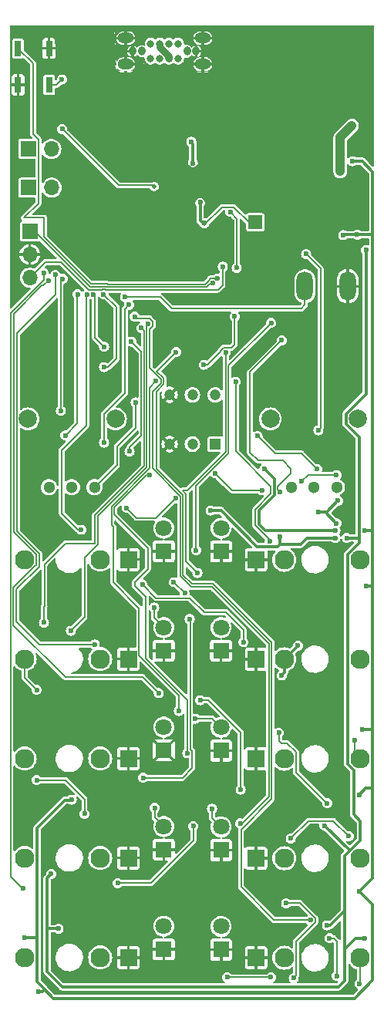
<source format=gbr>
%TF.GenerationSoftware,KiCad,Pcbnew,7.0.10-7.0.10~ubuntu22.04.1*%
%TF.CreationDate,2024-03-13T10:21:15+00:00*%
%TF.ProjectId,useq1,75736571-312e-46b6-9963-61645f706362,rev?*%
%TF.SameCoordinates,Original*%
%TF.FileFunction,Copper,L2,Bot*%
%TF.FilePolarity,Positive*%
%FSLAX46Y46*%
G04 Gerber Fmt 4.6, Leading zero omitted, Abs format (unit mm)*
G04 Created by KiCad (PCBNEW 7.0.10-7.0.10~ubuntu22.04.1) date 2024-03-13 10:21:15*
%MOMM*%
%LPD*%
G01*
G04 APERTURE LIST*
%TA.AperFunction,ComponentPad*%
%ADD10R,1.700000X1.700000*%
%TD*%
%TA.AperFunction,ComponentPad*%
%ADD11O,1.700000X1.700000*%
%TD*%
%TA.AperFunction,ComponentPad*%
%ADD12C,0.600000*%
%TD*%
%TA.AperFunction,ComponentPad*%
%ADD13C,0.500000*%
%TD*%
%TA.AperFunction,SMDPad,CuDef*%
%ADD14R,0.500000X1.600000*%
%TD*%
%TA.AperFunction,ComponentPad*%
%ADD15O,1.800000X3.200000*%
%TD*%
%TA.AperFunction,ComponentPad*%
%ADD16R,1.800000X1.800000*%
%TD*%
%TA.AperFunction,ComponentPad*%
%ADD17C,1.800000*%
%TD*%
%TA.AperFunction,ComponentPad*%
%ADD18R,1.830000X1.930000*%
%TD*%
%TA.AperFunction,ComponentPad*%
%ADD19C,2.130000*%
%TD*%
%TA.AperFunction,SMDPad,CuDef*%
%ADD20R,1.500000X1.500000*%
%TD*%
%TA.AperFunction,SMDPad,CuDef*%
%ADD21R,0.800000X1.700000*%
%TD*%
%TA.AperFunction,ComponentPad*%
%ADD22R,1.200000X1.200000*%
%TD*%
%TA.AperFunction,ComponentPad*%
%ADD23C,1.200000*%
%TD*%
%TA.AperFunction,ComponentPad*%
%ADD24C,2.000000*%
%TD*%
%TA.AperFunction,ComponentPad*%
%ADD25C,1.300000*%
%TD*%
%TA.AperFunction,ComponentPad*%
%ADD26O,1.800000X1.200000*%
%TD*%
%TA.AperFunction,ComponentPad*%
%ADD27O,0.800000X1.000000*%
%TD*%
%TA.AperFunction,ComponentPad*%
%ADD28C,0.800000*%
%TD*%
%TA.AperFunction,ViaPad*%
%ADD29C,0.600000*%
%TD*%
%TA.AperFunction,ViaPad*%
%ADD30C,0.500000*%
%TD*%
%TA.AperFunction,Conductor*%
%ADD31C,0.300000*%
%TD*%
%TA.AperFunction,Conductor*%
%ADD32C,0.150000*%
%TD*%
%TA.AperFunction,Conductor*%
%ADD33C,1.000000*%
%TD*%
%TA.AperFunction,Conductor*%
%ADD34C,0.730000*%
%TD*%
G04 APERTURE END LIST*
D10*
%TO.P,J15,1,Pin_1*%
%TO.N,/SWCLK*%
X148100000Y-42995000D03*
D11*
%TO.P,J15,2,Pin_2*%
%TO.N,GND*%
X148100000Y-45535000D03*
%TO.P,J15,3,Pin_3*%
%TO.N,/SWD*%
X148100000Y-48075000D03*
%TD*%
D12*
%TO.P,U7,57,GND*%
%TO.N,GND*%
X164950000Y-36400000D03*
X164950000Y-37675000D03*
X164950000Y-38950000D03*
X166225000Y-36400000D03*
X166225000Y-37675000D03*
X166225000Y-38950000D03*
X167500000Y-36400000D03*
X167500000Y-37675000D03*
X167500000Y-38950000D03*
%TD*%
D10*
%TO.P,J8,1,Pin_1*%
%TO.N,/GPIO1_Ext2*%
X147925000Y-33950000D03*
D11*
%TO.P,J8,2,Pin_2*%
%TO.N,/GPIO0_Ext1*%
X150465000Y-33950000D03*
%TD*%
D13*
%TO.P,U4,7,PAD*%
%TO.N,GND*%
X180455000Y-41855000D03*
D14*
X180455000Y-42405000D03*
D13*
X180455000Y-42955000D03*
%TD*%
D10*
%TO.P,J7,1,Pin_1*%
%TO.N,/GPIO1_Ext2*%
X147975000Y-38200000D03*
D11*
%TO.P,J7,2,Pin_2*%
%TO.N,/GPIO0_Ext1*%
X150515000Y-38200000D03*
%TD*%
D13*
%TO.P,U1,7,PAD*%
%TO.N,GND*%
X178400000Y-34712500D03*
D14*
X178400000Y-35262500D03*
D13*
X178400000Y-35812500D03*
%TD*%
D15*
%TO.P,SW2,1,A*%
%TO.N,GND*%
X183000000Y-49030000D03*
%TO.P,SW2,2,B*%
%TO.N,/GPIO14_SWT*%
X178300000Y-49030000D03*
%TD*%
D16*
%TO.P,D9,1,K*%
%TO.N,GND*%
X169090000Y-89040000D03*
D17*
%TO.P,D9,2,A*%
%TO.N,Net-(D9-A)*%
X169090000Y-86500000D03*
%TD*%
D18*
%TO.P,J11,S*%
%TO.N,GND*%
X172945000Y-122750000D03*
D19*
%TO.P,J11,T*%
%TO.N,Net-(J11-PadT)*%
X184345000Y-122750000D03*
%TO.P,J11,TN*%
%TO.N,unconnected-(J11-PadTN)*%
X176045000Y-122750000D03*
%TD*%
D16*
%TO.P,D13,1,K*%
%TO.N,GND*%
X162800000Y-110880000D03*
D17*
%TO.P,D13,2,A*%
%TO.N,Net-(D13-A)*%
X162800000Y-108340000D03*
%TD*%
D18*
%TO.P,J13,S*%
%TO.N,GND*%
X158925000Y-111800000D03*
D19*
%TO.P,J13,T*%
%TO.N,Net-(J13-PadT)*%
X147525000Y-111800000D03*
%TO.P,J13,TN*%
%TO.N,unconnected-(J13-PadTN)*%
X155825000Y-111800000D03*
%TD*%
D20*
%TO.P,TP8,1,1*%
%TO.N,+1V1*%
X172870000Y-41990000D03*
%TD*%
D21*
%TO.P,S2,1*%
%TO.N,GND*%
X146810000Y-26900000D03*
%TO.P,S2,2*%
%TO.N,Net-(R29-Pad2)*%
X150210000Y-26900000D03*
%TD*%
D16*
%TO.P,D10,1,K*%
%TO.N,GND*%
X169100000Y-78140000D03*
D17*
%TO.P,D10,2,A*%
%TO.N,Net-(D10-A)*%
X169100000Y-75600000D03*
%TD*%
D16*
%TO.P,D5,1,K*%
%TO.N,GND*%
X162800000Y-78125000D03*
D17*
%TO.P,D5,2,A*%
%TO.N,Net-(D5-A)*%
X162800000Y-75585000D03*
%TD*%
D18*
%TO.P,J5,S*%
%TO.N,GND*%
X172945000Y-89975000D03*
D19*
%TO.P,J5,T*%
%TO.N,Net-(J5-PadT)*%
X184345000Y-89975000D03*
%TO.P,J5,TN*%
%TO.N,+5V*%
X176045000Y-89975000D03*
%TD*%
D21*
%TO.P,S1,1*%
%TO.N,GND*%
X150200000Y-22900000D03*
%TO.P,S1,2*%
%TO.N,/RUN*%
X146800000Y-22900000D03*
%TD*%
D18*
%TO.P,J10,S*%
%TO.N,GND*%
X172945000Y-111825000D03*
D19*
%TO.P,J10,T*%
%TO.N,Net-(J10-PadT)*%
X184345000Y-111825000D03*
%TO.P,J10,TN*%
%TO.N,unconnected-(J10-PadTN)*%
X176045000Y-111825000D03*
%TD*%
D22*
%TO.P,SW1,1,NC_1*%
%TO.N,unconnected-(SW1-NC_1-Pad1)*%
X168450000Y-66350000D03*
D23*
%TO.P,SW1,2,COM_1*%
%TO.N,/GPIO10_SWM*%
X165950000Y-66350000D03*
%TO.P,SW1,3,NO_1*%
%TO.N,GND*%
X163450000Y-66350000D03*
%TO.P,SW1,4,NC_2*%
%TO.N,unconnected-(SW1-NC_2-Pad4)*%
X168450000Y-60950000D03*
%TO.P,SW1,5,COM_2*%
%TO.N,/GPIO10_SWM*%
X165950000Y-60950000D03*
%TO.P,SW1,6,NO_2*%
%TO.N,GND*%
X163450000Y-60950000D03*
%TD*%
D16*
%TO.P,D14,1,K*%
%TO.N,GND*%
X162800000Y-121825000D03*
D17*
%TO.P,D14,2,A*%
%TO.N,Net-(D14-A)*%
X162800000Y-119285000D03*
%TD*%
D18*
%TO.P,J9,S*%
%TO.N,GND*%
X172945000Y-100900000D03*
D19*
%TO.P,J9,T*%
%TO.N,Net-(J9-PadT)*%
X184345000Y-100900000D03*
%TO.P,J9,TN*%
%TO.N,unconnected-(J9-PadTN)*%
X176045000Y-100900000D03*
%TD*%
D16*
%TO.P,D6,1,K*%
%TO.N,GND*%
X162800000Y-89040000D03*
D17*
%TO.P,D6,2,A*%
%TO.N,Net-(D6-A)*%
X162800000Y-86500000D03*
%TD*%
D16*
%TO.P,D8,1,K*%
%TO.N,GND*%
X169100000Y-110925000D03*
D17*
%TO.P,D8,2,A*%
%TO.N,Net-(D8-A)*%
X169100000Y-108385000D03*
%TD*%
D24*
%TO.P,RV2,*%
%TO.N,*%
X157500000Y-63587500D03*
X147900000Y-63587500D03*
D25*
%TO.P,RV2,1,1*%
%TO.N,Net-(U3B--)*%
X155200000Y-71087500D03*
%TO.P,RV2,2,2*%
%TO.N,Net-(R2-Pad2)*%
X152700000Y-71087500D03*
%TO.P,RV2,3,3*%
%TO.N,Net-(U2B--)*%
X150200000Y-71087500D03*
%TD*%
D18*
%TO.P,J2,S*%
%TO.N,GND*%
X158925000Y-79025000D03*
D19*
%TO.P,J2,T*%
%TO.N,Net-(J2-PadT)*%
X147525000Y-79025000D03*
%TO.P,J2,TN*%
%TO.N,unconnected-(J2-PadTN)*%
X155825000Y-79025000D03*
%TD*%
D16*
%TO.P,D12,1,K*%
%TO.N,GND*%
X162800000Y-99975000D03*
D17*
%TO.P,D12,2,A*%
%TO.N,Net-(D12-A)*%
X162800000Y-97435000D03*
%TD*%
D18*
%TO.P,J12,S*%
%TO.N,GND*%
X158925000Y-100875000D03*
D19*
%TO.P,J12,T*%
%TO.N,Net-(J12-PadT)*%
X147525000Y-100875000D03*
%TO.P,J12,TN*%
%TO.N,unconnected-(J12-PadTN)*%
X155825000Y-100875000D03*
%TD*%
D26*
%TO.P,J1,13,SHIELD*%
%TO.N,GND*%
X167090000Y-24640000D03*
X167090000Y-21780000D03*
X158640000Y-24640000D03*
X158640000Y-21780000D03*
D27*
%TO.P,J1,A1B12,GND*%
X159365000Y-23210000D03*
%TO.P,J1,A4B9,VBUS*%
%TO.N,unconnected-(J1-VBUS-PadA4B9)*%
X160365000Y-23210000D03*
D28*
%TO.P,J1,A5,CC1*%
%TO.N,Net-(J1-CC1)*%
X161365000Y-24035000D03*
%TO.P,J1,A6,D+*%
%TO.N,/USB_D+*%
X162365000Y-24035000D03*
%TO.P,J1,A7,D-*%
%TO.N,/USB_D-*%
X163365000Y-24035000D03*
%TO.P,J1,A8,SBU1*%
%TO.N,unconnected-(J1-SBU1-PadA8)*%
X164365000Y-24035000D03*
D27*
%TO.P,J1,A9B4,VBUS*%
%TO.N,unconnected-(J1-VBUS-PadA9B4)*%
X165365000Y-23210000D03*
%TO.P,J1,A12B1,GND*%
%TO.N,GND*%
X166365000Y-23210000D03*
D28*
%TO.P,J1,B5,CC2*%
%TO.N,Net-(J1-CC2)*%
X164365000Y-22385000D03*
%TO.P,J1,B6,D+*%
%TO.N,/USB_D+*%
X163365000Y-22385000D03*
%TO.P,J1,B7,D-*%
%TO.N,/USB_D-*%
X162365000Y-22385000D03*
%TO.P,J1,B8,SBU2*%
%TO.N,unconnected-(J1-SBU2-PadB8)*%
X161365000Y-22385000D03*
%TD*%
D24*
%TO.P,RV1,*%
%TO.N,*%
X184100000Y-63587500D03*
X174500000Y-63587500D03*
D25*
%TO.P,RV1,1,1*%
%TO.N,Net-(U3A--)*%
X181800000Y-71087500D03*
%TO.P,RV1,2,2*%
%TO.N,Net-(R1-Pad2)*%
X179300000Y-71087500D03*
%TO.P,RV1,3,3*%
%TO.N,Net-(U2A--)*%
X176800000Y-71087500D03*
%TD*%
D16*
%TO.P,D11,1,K*%
%TO.N,GND*%
X169100000Y-121850000D03*
D17*
%TO.P,D11,2,A*%
%TO.N,Net-(D11-A)*%
X169100000Y-119310000D03*
%TD*%
D18*
%TO.P,J14,S*%
%TO.N,GND*%
X158925000Y-122725000D03*
D19*
%TO.P,J14,T*%
%TO.N,Net-(J14-PadT)*%
X147525000Y-122725000D03*
%TO.P,J14,TN*%
%TO.N,unconnected-(J14-PadTN)*%
X155825000Y-122725000D03*
%TD*%
D18*
%TO.P,J4,S*%
%TO.N,GND*%
X172945000Y-79050000D03*
D19*
%TO.P,J4,T*%
%TO.N,Net-(J4-PadT)*%
X184345000Y-79050000D03*
%TO.P,J4,TN*%
%TO.N,+5V*%
X176045000Y-79050000D03*
%TD*%
D18*
%TO.P,J3,S*%
%TO.N,GND*%
X158925000Y-89950000D03*
D19*
%TO.P,J3,T*%
%TO.N,Net-(J3-PadT)*%
X147525000Y-89950000D03*
%TO.P,J3,TN*%
%TO.N,unconnected-(J3-PadTN)*%
X155825000Y-89950000D03*
%TD*%
D16*
%TO.P,D7,1,K*%
%TO.N,GND*%
X169100000Y-100000000D03*
D17*
%TO.P,D7,2,A*%
%TO.N,Net-(D7-A)*%
X169100000Y-97460000D03*
%TD*%
D29*
%TO.N,GND*%
X175210000Y-30660000D03*
X162600000Y-80200000D03*
X180330000Y-26190000D03*
X151080000Y-22160000D03*
X176050000Y-98650000D03*
X159200000Y-48050000D03*
X159850000Y-44850000D03*
X160950000Y-44050000D03*
X173130000Y-26110000D03*
X177630000Y-26090000D03*
X169500000Y-45000000D03*
X160550000Y-48050000D03*
X167350000Y-48000000D03*
X162620000Y-116420000D03*
X172850000Y-34200000D03*
X160550000Y-45750000D03*
X153810000Y-98110000D03*
X163700000Y-31000000D03*
X163800000Y-29400000D03*
X167793650Y-43444100D03*
X175340000Y-23820000D03*
X172950000Y-80800000D03*
X172700000Y-36250000D03*
X152400000Y-37650000D03*
X178070000Y-23570000D03*
X155050000Y-113840000D03*
X175550000Y-26200000D03*
X180248966Y-34047481D03*
X158800000Y-38700000D03*
X170580000Y-32610000D03*
X183050000Y-68700000D03*
X172600000Y-40000000D03*
X149250000Y-25850000D03*
X161450000Y-43000000D03*
X168950000Y-45750000D03*
X181032000Y-60778000D03*
X166150000Y-53000000D03*
X178400000Y-36862500D03*
X180000000Y-30640000D03*
X183260000Y-26200000D03*
X167150000Y-46950000D03*
X169450000Y-43700000D03*
X159200000Y-45850000D03*
X156150000Y-31600000D03*
X168050000Y-47050000D03*
X172890000Y-33320000D03*
X167600000Y-74700000D03*
X169510000Y-113590000D03*
X152550000Y-55850000D03*
X159050000Y-35150000D03*
X166650000Y-30150000D03*
X168850000Y-52750000D03*
X164800000Y-30250000D03*
X164525000Y-42375000D03*
X170700000Y-76750000D03*
X159200000Y-80800000D03*
X183020000Y-51810000D03*
X172010000Y-83340000D03*
X163300000Y-52550000D03*
X152450000Y-106600000D03*
X159950000Y-46900000D03*
X175750000Y-65400000D03*
%TO.N,+12V*%
X181650000Y-75850000D03*
X185050000Y-81950000D03*
X184050000Y-43360000D03*
X184850000Y-75850000D03*
X182509546Y-43407070D03*
X149050000Y-126450000D03*
X184650000Y-97650000D03*
X173850000Y-69100000D03*
X147550000Y-120550000D03*
X152700000Y-105400000D03*
X183540000Y-35290000D03*
X184300000Y-115500000D03*
X184250000Y-104850000D03*
%TO.N,-12V*%
X185000000Y-45050000D03*
X181650000Y-76650000D03*
X180450000Y-108250000D03*
X167950000Y-73650000D03*
X184850000Y-120650000D03*
X175550000Y-76550000D03*
X151250000Y-119550000D03*
X150450000Y-113550000D03*
X180725000Y-119200000D03*
X182900000Y-76650000D03*
%TO.N,Net-(U3A--)*%
X177950000Y-70450000D03*
X181750000Y-69750000D03*
%TO.N,Net-(U3B--)*%
X159718232Y-61775768D03*
X179650000Y-69100000D03*
X173100000Y-65450000D03*
%TO.N,/+3V3_SIG*%
X178430000Y-45480000D03*
X179776861Y-64843346D03*
%TO.N,+5V*%
X177521232Y-88478768D03*
X175750000Y-91750000D03*
%TO.N,+1V1*%
X166800000Y-39800000D03*
X167250000Y-42100000D03*
X165827407Y-33172593D03*
X166000000Y-35500000D03*
%TO.N,-5V*%
X181926232Y-72573768D03*
X179783768Y-73816232D03*
X181750000Y-75050000D03*
%TO.N,Net-(U9A--)*%
X176240000Y-116760000D03*
X177070000Y-124970000D03*
%TO.N,Net-(D6-A)*%
X161750000Y-84300000D03*
%TO.N,Net-(D7-A)*%
X166250000Y-96500000D03*
%TO.N,Net-(D8-A)*%
X168100000Y-106400000D03*
%TO.N,Net-(D13-A)*%
X161800000Y-106300000D03*
%TO.N,Net-(FB1-Pad1)*%
X182182000Y-36420000D03*
X183460000Y-31400000D03*
%TO.N,Net-(J3-PadT)*%
X148850000Y-93350000D03*
%TO.N,Net-(J5-PadT)*%
X160450000Y-81750000D03*
X171550000Y-88100000D03*
%TO.N,Net-(R29-Pad2)*%
X151610000Y-26320000D03*
%TO.N,Net-(J9-PadT)*%
X183750000Y-98900000D03*
%TO.N,Net-(J11-PadT)*%
X184300000Y-125600000D03*
%TO.N,/SWCLK*%
X170100000Y-40850000D03*
X170800000Y-46992372D03*
X168178768Y-48678768D03*
%TO.N,/SWD*%
X169278768Y-46878768D03*
%TO.N,/GPIO8_GateInput1*%
X153350000Y-49900000D03*
X152000000Y-65400000D03*
%TO.N,/GPIO9_GateInput2*%
X153750000Y-75750000D03*
X154350000Y-49950000D03*
%TO.N,/GPIO5_LED_In1*%
X151500000Y-62700000D03*
X151700000Y-48200000D03*
%TO.N,/GPIO4_LED_In2*%
X150900000Y-47750000D03*
X155230141Y-88369859D03*
%TO.N,/GPIO3_LED_A1*%
X162250000Y-93700000D03*
X150143576Y-48406880D03*
%TO.N,/GPIO2_LED_A2*%
X157750000Y-114550000D03*
X166050000Y-108300000D03*
X149625000Y-47550000D03*
X147400000Y-115150000D03*
%TO.N,/GPIO24_LED_CVIn2*%
X175757537Y-54950000D03*
X175550000Y-71612500D03*
%TO.N,/GPIO25_LED_CVIn1*%
X166350000Y-78000000D03*
X163900000Y-81500000D03*
X174600000Y-53050000D03*
X165100000Y-82725000D03*
%TO.N,/GPIO11_LED_A3*%
X156250000Y-57900000D03*
X161221232Y-69771232D03*
X156200000Y-49900000D03*
X165400000Y-100300000D03*
%TO.N,/GPIO12_LED_D1*%
X159250000Y-55100000D03*
X160550000Y-103000000D03*
X159050000Y-67150000D03*
X165650000Y-85550000D03*
%TO.N,/GPIO13_LED_D2*%
X159000000Y-51050000D03*
X156250000Y-66200000D03*
%TO.N,/GPIO22_LED_D3*%
X161950000Y-59450000D03*
X164450000Y-95650000D03*
X167200000Y-57650000D03*
X170600000Y-52325000D03*
%TO.N,Net-(U8A-+)*%
X166500000Y-80500000D03*
X169600000Y-56300000D03*
X171250000Y-104300000D03*
X166800000Y-94475000D03*
%TO.N,Net-(U8B-+)*%
X183124134Y-109410030D03*
X174450000Y-77000000D03*
X176750000Y-109650000D03*
X170700000Y-59500000D03*
%TO.N,Net-(U9A-+)*%
X164150000Y-56250000D03*
X178900000Y-118620000D03*
%TO.N,Net-(R54-Pad2)*%
X180740000Y-105790000D03*
X175450000Y-98040000D03*
%TO.N,Net-(R55-Pad2)*%
X181000000Y-120600000D03*
X181800000Y-124750000D03*
%TO.N,Net-(U2A--)*%
X168441232Y-69551232D03*
X173620000Y-71430000D03*
%TO.N,Net-(U2B--)*%
X158725000Y-73350000D03*
X164100000Y-72300000D03*
%TO.N,/RUN*%
X168725000Y-48153768D03*
%TO.N,/GPIO10_SWM*%
X155100000Y-49950000D03*
X156250000Y-55650000D03*
%TO.N,/GPIO14_SWT*%
X158550000Y-50200000D03*
%TO.N,/GPIO16_Digital3*%
X159600000Y-52350000D03*
X171200000Y-108000000D03*
%TO.N,/GPIO17_Digital2*%
X148850000Y-103250000D03*
X154100000Y-106950000D03*
X149650000Y-85950000D03*
X160351904Y-53600000D03*
%TO.N,/GPIO18_Digital1*%
X152600000Y-86850000D03*
X161100000Y-53150000D03*
D30*
%TO.N,/GPIO6_LED_TEST*%
X161738356Y-38075857D03*
D29*
X151650000Y-31750000D03*
%TO.N,/+5V_B*%
X174580000Y-124900000D03*
X169760000Y-124900000D03*
%TD*%
D31*
%TO.N,+12V*%
X185750000Y-114050000D02*
X185750000Y-104150000D01*
X173250000Y-75150000D02*
X173950000Y-75850000D01*
X185750000Y-36440000D02*
X185750000Y-40050000D01*
X184050000Y-43360000D02*
X182556616Y-43360000D01*
X184600000Y-35290000D02*
X185750000Y-36440000D01*
X182556616Y-43360000D02*
X182509546Y-43407070D01*
X185750000Y-43350000D02*
X185750000Y-40050000D01*
X148900000Y-120650000D02*
X148900000Y-108494598D01*
X152650000Y-105450000D02*
X152700000Y-105400000D01*
X184900000Y-75800000D02*
X184850000Y-75850000D01*
X148900000Y-125400000D02*
X148900000Y-120650000D01*
X184300000Y-115500000D02*
X185750000Y-114050000D01*
X185750000Y-40050000D02*
X185750000Y-75800000D01*
X185750000Y-75800000D02*
X185750000Y-81950000D01*
X149050000Y-126450000D02*
X149450000Y-126450000D01*
X183540000Y-35290000D02*
X184600000Y-35290000D01*
X184840000Y-43360000D02*
X184850000Y-43350000D01*
X174950000Y-70200000D02*
X174950000Y-71972793D01*
X185710000Y-116910000D02*
X185710000Y-125240000D01*
X174950000Y-71972793D02*
X173250000Y-73672793D01*
X185050000Y-81950000D02*
X185750000Y-81950000D01*
X184050000Y-43360000D02*
X184840000Y-43360000D01*
X185750000Y-75800000D02*
X184900000Y-75800000D01*
X184650000Y-97650000D02*
X185650000Y-97650000D01*
X184250000Y-104850000D02*
X184950000Y-104150000D01*
X150700000Y-127200000D02*
X149700000Y-126200000D01*
X173850000Y-69100000D02*
X174950000Y-70200000D01*
X185650000Y-97650000D02*
X185750000Y-97750000D01*
X185710000Y-125240000D02*
X183750000Y-127200000D01*
X184300000Y-115500000D02*
X185710000Y-116910000D01*
X147550000Y-120550000D02*
X148800000Y-120550000D01*
X148800000Y-120550000D02*
X148900000Y-120650000D01*
X149450000Y-126450000D02*
X149700000Y-126200000D01*
X183750000Y-127200000D02*
X150700000Y-127200000D01*
X149700000Y-126200000D02*
X148900000Y-125400000D01*
X185750000Y-97750000D02*
X185750000Y-104150000D01*
X184950000Y-104150000D02*
X185750000Y-104150000D01*
X151944598Y-105450000D02*
X152650000Y-105450000D01*
X173950000Y-75850000D02*
X181650000Y-75850000D01*
X184850000Y-43350000D02*
X185750000Y-43350000D01*
X148900000Y-108494598D02*
X151944598Y-105450000D01*
X173250000Y-73672793D02*
X173250000Y-75150000D01*
X185750000Y-81950000D02*
X185750000Y-97750000D01*
%TO.N,-12V*%
X184400000Y-109839598D02*
X182650000Y-111589598D01*
X183650000Y-107011842D02*
X184400000Y-107761842D01*
X177813604Y-77350000D02*
X175550000Y-77350000D01*
X169100000Y-73650000D02*
X173050000Y-77600000D01*
X181650000Y-76650000D02*
X178513604Y-76650000D01*
X150450000Y-113550000D02*
X150000000Y-114000000D01*
X184250000Y-65575978D02*
X184250000Y-76650000D01*
X182650000Y-125300000D02*
X182650000Y-121850000D01*
X151250000Y-119550000D02*
X150000000Y-119550000D01*
X178513604Y-76650000D02*
X177813604Y-77350000D01*
X182980000Y-78484598D02*
X182980000Y-101465402D01*
X184250000Y-76650000D02*
X184250000Y-77214598D01*
X183850000Y-120650000D02*
X182650000Y-121850000D01*
X183219799Y-111019799D02*
X180450000Y-108250000D01*
X182650000Y-121850000D02*
X182650000Y-117600000D01*
X184400000Y-107761842D02*
X184400000Y-109839598D01*
X184250000Y-77214598D02*
X182980000Y-78484598D01*
X181050000Y-119200000D02*
X180725000Y-119200000D01*
X184400000Y-109839598D02*
X183219799Y-111019799D01*
X151650000Y-125950000D02*
X182000000Y-125950000D01*
X150000000Y-124300000D02*
X151650000Y-125950000D01*
X182980000Y-101465402D02*
X183650000Y-102135402D01*
X185000000Y-45050000D02*
X185000000Y-60849022D01*
X150000000Y-119550000D02*
X150000000Y-124300000D01*
X184850000Y-120650000D02*
X183850000Y-120650000D01*
X182000000Y-125950000D02*
X182650000Y-125300000D01*
X173050000Y-77600000D02*
X175300000Y-77600000D01*
X182650000Y-117600000D02*
X181050000Y-119200000D01*
X167950000Y-73650000D02*
X169100000Y-73650000D01*
X184250000Y-76650000D02*
X182900000Y-76650000D01*
X175550000Y-76550000D02*
X175550000Y-77350000D01*
X150000000Y-114000000D02*
X150000000Y-119550000D01*
X175300000Y-77600000D02*
X175550000Y-77350000D01*
X183650000Y-102135402D02*
X183650000Y-107011842D01*
X182650000Y-111589598D02*
X182650000Y-117600000D01*
X185000000Y-60849022D02*
X182800000Y-63049022D01*
X182800000Y-64125978D02*
X184250000Y-65575978D01*
X182800000Y-63049022D02*
X182800000Y-64125978D01*
D32*
%TO.N,Net-(U3A--)*%
X178650000Y-69750000D02*
X177950000Y-70450000D01*
X181750000Y-69750000D02*
X178650000Y-69750000D01*
%TO.N,Net-(U3B--)*%
X175050000Y-67400000D02*
X177950000Y-67400000D01*
X159718232Y-61775768D02*
X159700000Y-61794000D01*
X173100000Y-65450000D02*
X175050000Y-67400000D01*
X177950000Y-67400000D02*
X179650000Y-69100000D01*
X159700000Y-61794000D02*
X159700000Y-64550000D01*
X157650000Y-68637500D02*
X155200000Y-71087500D01*
X159700000Y-64550000D02*
X157650000Y-66600000D01*
X157650000Y-66600000D02*
X157650000Y-68637500D01*
%TO.N,/+3V3_SIG*%
X180016000Y-47066000D02*
X180016000Y-64604207D01*
X180016000Y-64604207D02*
X179776861Y-64843346D01*
X178430000Y-45480000D02*
X180016000Y-47066000D01*
D31*
%TO.N,+5V*%
X176045000Y-89975000D02*
X176045000Y-91455000D01*
X177521232Y-88498768D02*
X176045000Y-89975000D01*
X177521232Y-88478768D02*
X177521232Y-88498768D01*
X176045000Y-91455000D02*
X175750000Y-91750000D01*
%TO.N,+1V1*%
X166000000Y-33400000D02*
X166000000Y-35500000D01*
X166800000Y-39800000D02*
X166800000Y-41800000D01*
X166800000Y-41800000D02*
X167250000Y-42250000D01*
D32*
X169175000Y-40325000D02*
X170475000Y-40325000D01*
X170475000Y-40325000D02*
X172140000Y-41990000D01*
X172140000Y-41990000D02*
X172870000Y-41990000D01*
X165827407Y-33227407D02*
X166000000Y-33400000D01*
X165827407Y-33172593D02*
X165827407Y-33227407D01*
X167250000Y-42250000D02*
X169175000Y-40325000D01*
D31*
%TO.N,-5V*%
X179783768Y-73816232D02*
X180683768Y-73816232D01*
X180683768Y-73816232D02*
X181926232Y-72573768D01*
X180516232Y-73816232D02*
X181750000Y-75050000D01*
X179783768Y-73816232D02*
X180516232Y-73816232D01*
D32*
%TO.N,Net-(U9A--)*%
X177335000Y-124705000D02*
X177335000Y-120927463D01*
X177335000Y-120927463D02*
X179425000Y-118837463D01*
X179425000Y-118837463D02*
X179425000Y-118402537D01*
X179425000Y-118402537D02*
X177782463Y-116760000D01*
X177782463Y-116760000D02*
X176240000Y-116760000D01*
X177070000Y-124970000D02*
X177335000Y-124705000D01*
%TO.N,Net-(D6-A)*%
X161750000Y-85450000D02*
X162800000Y-86500000D01*
X161750000Y-84300000D02*
X161750000Y-85450000D01*
%TO.N,Net-(D7-A)*%
X168140000Y-96500000D02*
X169100000Y-97460000D01*
X166250000Y-96500000D02*
X168140000Y-96500000D01*
%TO.N,Net-(D8-A)*%
X168100000Y-107385000D02*
X169100000Y-108385000D01*
X168100000Y-106400000D02*
X168100000Y-107385000D01*
%TO.N,Net-(D13-A)*%
X161800000Y-106300000D02*
X161800000Y-107340000D01*
X161800000Y-107340000D02*
X162800000Y-108340000D01*
D33*
%TO.N,Net-(FB1-Pad1)*%
X182182000Y-32678000D02*
X183460000Y-31400000D01*
X182182000Y-36420000D02*
X182182000Y-32678000D01*
D34*
%TO.N,/USB_D-*%
X163365000Y-23740994D02*
X162365000Y-22740994D01*
X162365000Y-22740994D02*
X162365000Y-22385000D01*
X163365000Y-24035000D02*
X163365000Y-23740994D01*
D32*
%TO.N,Net-(J3-PadT)*%
X147525000Y-92025000D02*
X147525000Y-89950000D01*
X148850000Y-93350000D02*
X147525000Y-92025000D01*
%TO.N,Net-(J5-PadT)*%
X165650000Y-83250000D02*
X167220000Y-84820000D01*
X160450000Y-81750000D02*
X161950000Y-83250000D01*
X167220000Y-84820000D02*
X169645000Y-84820000D01*
X171550000Y-86725000D02*
X171550000Y-88100000D01*
X161950000Y-83250000D02*
X165650000Y-83250000D01*
X169645000Y-84820000D02*
X171550000Y-86725000D01*
%TO.N,Net-(R29-Pad2)*%
X151030000Y-26900000D02*
X150210000Y-26900000D01*
X151610000Y-26320000D02*
X151030000Y-26900000D01*
%TO.N,Net-(J9-PadT)*%
X183750000Y-98900000D02*
X183750000Y-100305000D01*
%TO.N,Net-(J11-PadT)*%
X184300000Y-125600000D02*
X184345000Y-125555000D01*
X184345000Y-125555000D02*
X184345000Y-122750000D01*
%TO.N,/SWCLK*%
X168107536Y-48750000D02*
X167850000Y-48750000D01*
X170800000Y-46992372D02*
X170850000Y-46942372D01*
X167850000Y-48750000D02*
X167500000Y-49100000D01*
X154699264Y-49075000D02*
X148619264Y-42995000D01*
X170850000Y-46942372D02*
X170850000Y-41600000D01*
X167500000Y-49100000D02*
X156566727Y-49100000D01*
X156541727Y-49075000D02*
X154699264Y-49075000D01*
X168178768Y-48678768D02*
X168107536Y-48750000D01*
X156566727Y-49100000D02*
X156541727Y-49075000D01*
X170850000Y-41600000D02*
X170100000Y-40850000D01*
%TO.N,/SWD*%
X168750000Y-49400000D02*
X156442463Y-49400000D01*
X169250000Y-48900000D02*
X168750000Y-49400000D01*
X154600000Y-49400000D02*
X151550000Y-46350000D01*
X155957537Y-49400000D02*
X154600000Y-49400000D01*
X169250000Y-46907536D02*
X169250000Y-48900000D01*
X151550000Y-46350000D02*
X149825000Y-46350000D01*
X155982537Y-49375000D02*
X155957537Y-49400000D01*
X156417463Y-49375000D02*
X155982537Y-49375000D01*
X149825000Y-46350000D02*
X148550000Y-47625000D01*
X169278768Y-46878768D02*
X169250000Y-46907536D01*
X156442463Y-49400000D02*
X156417463Y-49375000D01*
%TO.N,/GPIO8_GateInput1*%
X153350000Y-49900000D02*
X153300000Y-49950000D01*
X153300000Y-64100000D02*
X152000000Y-65400000D01*
X153300000Y-49950000D02*
X153300000Y-64100000D01*
%TO.N,/GPIO9_GateInput2*%
X154300000Y-50000000D02*
X154300000Y-64300000D01*
X153400000Y-75750000D02*
X153750000Y-75750000D01*
X154300000Y-64300000D02*
X151600000Y-67000000D01*
X151600000Y-67000000D02*
X151600000Y-73950000D01*
X151600000Y-73950000D02*
X153400000Y-75750000D01*
X154350000Y-49950000D02*
X154300000Y-50000000D01*
%TO.N,/GPIO5_LED_In1*%
X151475000Y-62675000D02*
X151500000Y-62700000D01*
X151475000Y-48425000D02*
X151475000Y-62675000D01*
X151700000Y-48200000D02*
X151475000Y-48425000D01*
%TO.N,/GPIO4_LED_In2*%
X150900000Y-47750000D02*
X150900000Y-49950000D01*
X146662132Y-75913532D02*
X149115000Y-78366400D01*
X150900000Y-49950000D02*
X146662132Y-54187868D01*
X149169859Y-88369859D02*
X155230141Y-88369859D01*
X149115000Y-78366400D02*
X149115000Y-79784264D01*
X146662132Y-54187868D02*
X146662132Y-75913532D01*
X149115000Y-79784264D02*
X146600000Y-82299264D01*
X146600000Y-85800000D02*
X149169859Y-88369859D01*
X146600000Y-82299264D02*
X146600000Y-85800000D01*
%TO.N,/GPIO3_LED_A1*%
X148815000Y-79660000D02*
X148815000Y-78490664D01*
X146362132Y-52012132D02*
X149424264Y-48950000D01*
X148714336Y-79660000D02*
X148815000Y-79660000D01*
X152007537Y-91950000D02*
X146275000Y-86217463D01*
X146275000Y-86217463D02*
X146275000Y-82099336D01*
X149424264Y-48950000D02*
X149600456Y-48950000D01*
X160500000Y-91950000D02*
X152007537Y-91950000D01*
X146362132Y-76037796D02*
X146362132Y-52012132D01*
X146275000Y-82099336D02*
X148714336Y-79660000D01*
X162250000Y-93700000D02*
X160500000Y-91950000D01*
X148815000Y-78490664D02*
X146362132Y-76037796D01*
X149600456Y-48950000D02*
X150143576Y-48406880D01*
%TO.N,/GPIO2_LED_A2*%
X145975000Y-51975000D02*
X149625000Y-48325000D01*
X161380000Y-114550000D02*
X166050000Y-109880000D01*
X147400000Y-115150000D02*
X147250000Y-115150000D01*
X149625000Y-48325000D02*
X149625000Y-47550000D01*
X157750000Y-114550000D02*
X161380000Y-114550000D01*
X166050000Y-109880000D02*
X166050000Y-108300000D01*
X145975000Y-113875000D02*
X145975000Y-51975000D01*
X147250000Y-115150000D02*
X145975000Y-113875000D01*
%TO.N,/GPIO24_LED_CVIn2*%
X172275000Y-58432537D02*
X175757537Y-54950000D01*
X175325000Y-71387500D02*
X175325000Y-71025000D01*
X175550000Y-71612500D02*
X175325000Y-71387500D01*
X176775000Y-69032537D02*
X175892463Y-68150000D01*
X172275000Y-67267463D02*
X172275000Y-58432537D01*
X175892463Y-68150000D02*
X173157537Y-68150000D01*
X176775000Y-69575000D02*
X176775000Y-69032537D01*
X175325000Y-71025000D02*
X176775000Y-69575000D01*
X173157537Y-68150000D02*
X172275000Y-67267463D01*
%TO.N,/GPIO25_LED_CVIn1*%
X165100000Y-82725000D02*
X165100000Y-82700000D01*
X169900000Y-67350000D02*
X166350000Y-70900000D01*
X174600000Y-53050000D02*
X169900000Y-57750000D01*
X165100000Y-82700000D02*
X163900000Y-81500000D01*
X166350000Y-70900000D02*
X166350000Y-78000000D01*
X169900000Y-57750000D02*
X169900000Y-67350000D01*
%TO.N,/GPIO11_LED_A3*%
X161221232Y-69771232D02*
X160903032Y-69771232D01*
X156700000Y-57900000D02*
X156250000Y-57900000D01*
X160903032Y-69771232D02*
X157366600Y-73307664D01*
X165400000Y-94457537D02*
X165400000Y-100300000D01*
X159625000Y-81532537D02*
X159625000Y-81967463D01*
X157625000Y-51325000D02*
X157625000Y-56975000D01*
X160800000Y-89857537D02*
X165400000Y-94457537D01*
X156200000Y-49900000D02*
X157625000Y-51325000D01*
X161050000Y-80107537D02*
X159625000Y-81532537D01*
X157625000Y-56975000D02*
X156700000Y-57900000D01*
X160800000Y-83142463D02*
X160800000Y-89857537D01*
X157366600Y-74066600D02*
X161050000Y-77750000D01*
X161050000Y-77750000D02*
X161050000Y-80107537D01*
X159625000Y-81967463D02*
X160800000Y-83142463D01*
X157366600Y-73307664D02*
X157366600Y-74066600D01*
%TO.N,/GPIO12_LED_D1*%
X160350000Y-56200000D02*
X159250000Y-55100000D01*
X165700000Y-99857537D02*
X165925000Y-100082537D01*
X165700000Y-85600000D02*
X165700000Y-99857537D01*
X159050000Y-66700000D02*
X160350000Y-65400000D01*
X165650000Y-85550000D02*
X165700000Y-85600000D01*
X164850000Y-103000000D02*
X160550000Y-103000000D01*
X160350000Y-65400000D02*
X160350000Y-56200000D01*
X165925000Y-101925000D02*
X164850000Y-103000000D01*
X165925000Y-100082537D02*
X165925000Y-101925000D01*
X159050000Y-67150000D02*
X159050000Y-66700000D01*
%TO.N,/GPIO13_LED_D2*%
X158525000Y-60775000D02*
X156250000Y-63050000D01*
X156250000Y-63050000D02*
X156250000Y-66200000D01*
X159000000Y-51050000D02*
X158525000Y-51525000D01*
X158525000Y-51525000D02*
X158525000Y-60775000D01*
%TO.N,/GPIO22_LED_D3*%
X160100000Y-89581801D02*
X160100000Y-84400000D01*
X157250000Y-81550000D02*
X157250000Y-75430000D01*
X161250000Y-69000000D02*
X161250000Y-60150000D01*
X167600000Y-57650000D02*
X167200000Y-57650000D01*
X160100000Y-84400000D02*
X157250000Y-81550000D01*
X157250000Y-75430000D02*
X157066600Y-75246600D01*
X170225000Y-55775000D02*
X169382537Y-55775000D01*
X169075000Y-56175000D02*
X167600000Y-57650000D01*
X157066600Y-73183400D02*
X161250000Y-69000000D01*
X164450000Y-95650000D02*
X164450000Y-93931801D01*
X157066600Y-75246600D02*
X157066600Y-73183400D01*
X161250000Y-60150000D02*
X161950000Y-59450000D01*
X170600000Y-52325000D02*
X170600000Y-55400000D01*
X169382537Y-55775000D02*
X169075000Y-56082537D01*
X170600000Y-55400000D02*
X170225000Y-55775000D01*
X164450000Y-93931801D02*
X160100000Y-89581801D01*
X169075000Y-56082537D02*
X169075000Y-56175000D01*
%TO.N,Net-(U8A-+)*%
X169600000Y-67225736D02*
X169600000Y-56300000D01*
X171250000Y-98019009D02*
X171250000Y-104300000D01*
X166500000Y-80500000D02*
X165225000Y-79225000D01*
X164850000Y-71459009D02*
X165366727Y-71459009D01*
X165225000Y-79225000D02*
X165225000Y-71834009D01*
X167705991Y-94475000D02*
X171250000Y-98019009D01*
X165366727Y-71459009D02*
X169600000Y-67225736D01*
X165225000Y-71834009D02*
X164850000Y-71459009D01*
X166800000Y-94475000D02*
X167705991Y-94475000D01*
%TO.N,Net-(U8B-+)*%
X174450000Y-77000000D02*
X174450000Y-76880330D01*
X181439104Y-107725000D02*
X183124134Y-109410030D01*
X170700000Y-67100000D02*
X170700000Y-59500000D01*
X172850000Y-75280330D02*
X172850000Y-73542463D01*
X174575000Y-70975000D02*
X170700000Y-67100000D01*
X172850000Y-73542463D02*
X174575000Y-71817463D01*
X174450000Y-76880330D02*
X172850000Y-75280330D01*
X178675000Y-107725000D02*
X181439104Y-107725000D01*
X174575000Y-71817463D02*
X174575000Y-70975000D01*
X176750000Y-109650000D02*
X178675000Y-107725000D01*
%TO.N,Net-(U9A-+)*%
X174650000Y-105300000D02*
X174650000Y-88133273D01*
X174920000Y-118620000D02*
X171292463Y-114992463D01*
X164925000Y-71958273D02*
X162000000Y-69033273D01*
X168216727Y-81700000D02*
X165881801Y-81700000D01*
X162000000Y-60566727D02*
X162775000Y-59791727D01*
X162775000Y-59791727D02*
X162775000Y-59108273D01*
X162000000Y-69033273D02*
X162000000Y-60566727D01*
X162775000Y-59108273D02*
X162033363Y-58366637D01*
X174650000Y-88133273D02*
X168216727Y-81700000D01*
X171292463Y-108657537D02*
X174650000Y-105300000D01*
X164925000Y-80743199D02*
X164925000Y-71958273D01*
X178900000Y-118620000D02*
X174920000Y-118620000D01*
X165881801Y-81700000D02*
X164925000Y-80743199D01*
X162033363Y-58366637D02*
X164150000Y-56250000D01*
X171292463Y-114992463D02*
X171292463Y-108657537D01*
%TO.N,Net-(R54-Pad2)*%
X180740000Y-105790000D02*
X177335000Y-102385000D01*
X175685000Y-99175000D02*
X175450000Y-98940000D01*
X176335000Y-99175000D02*
X175685000Y-99175000D01*
X175450000Y-98940000D02*
X175450000Y-98040000D01*
X177335000Y-102385000D02*
X177335000Y-100175000D01*
X177335000Y-100175000D02*
X176335000Y-99175000D01*
%TO.N,Net-(R55-Pad2)*%
X181450000Y-120600000D02*
X181000000Y-120600000D01*
X181800000Y-120950000D02*
X181450000Y-120600000D01*
X181800000Y-124750000D02*
X181800000Y-120950000D01*
%TO.N,Net-(U2A--)*%
X170320000Y-71430000D02*
X168441232Y-69551232D01*
X173620000Y-71430000D02*
X170320000Y-71430000D01*
%TO.N,Net-(U2B--)*%
X159825000Y-74450000D02*
X161950000Y-74450000D01*
X161950000Y-74450000D02*
X164100000Y-72300000D01*
X158725000Y-73350000D02*
X159825000Y-74450000D01*
%TO.N,/RUN*%
X148440000Y-24540000D02*
X146800000Y-22900000D01*
X168396231Y-48153768D02*
X167961305Y-48153768D01*
X156690991Y-48800000D02*
X156665991Y-48775000D01*
X168560615Y-48318153D02*
X168396231Y-48153768D01*
X156665991Y-48775000D02*
X154823528Y-48775000D01*
X167653768Y-48461305D02*
X167653768Y-48521968D01*
X147450000Y-41500000D02*
X149050000Y-39900000D01*
X167653768Y-48521968D02*
X167375736Y-48800000D01*
X168725000Y-48153768D02*
X168560615Y-48318153D01*
X149050000Y-32925000D02*
X148440000Y-32315000D01*
X154823528Y-48775000D02*
X149650000Y-43601472D01*
X149050000Y-39900000D02*
X149050000Y-32925000D01*
X148440000Y-32315000D02*
X148440000Y-24540000D01*
X149650000Y-41500000D02*
X147450000Y-41500000D01*
X167961305Y-48153768D02*
X167653768Y-48461305D01*
X149650000Y-43601472D02*
X149650000Y-41500000D01*
X167375736Y-48800000D02*
X156690991Y-48800000D01*
%TO.N,/GPIO10_SWM*%
X155100000Y-49950000D02*
X155250000Y-50100000D01*
X155250000Y-54650000D02*
X156250000Y-55650000D01*
X155250000Y-50100000D02*
X155250000Y-54650000D01*
%TO.N,/GPIO14_SWT*%
X158550000Y-50200000D02*
X162400000Y-50200000D01*
X177890000Y-51480000D02*
X178300000Y-51070000D01*
X163680000Y-51480000D02*
X177890000Y-51480000D01*
X162400000Y-50200000D02*
X163680000Y-51480000D01*
X178300000Y-51070000D02*
X178300000Y-49030000D01*
%TO.N,/GPIO16_Digital3*%
X162475000Y-59667463D02*
X161550000Y-60592463D01*
X161625000Y-52932537D02*
X161625000Y-53367463D01*
X168142463Y-82050000D02*
X174350000Y-88257537D01*
X161250000Y-53742463D02*
X161250000Y-58007537D01*
X161550000Y-60592463D02*
X161550000Y-69007537D01*
X164625000Y-80867463D02*
X165807537Y-82050000D01*
X161264028Y-52571565D02*
X161625000Y-52932537D01*
X162475000Y-59232537D02*
X162475000Y-59667463D01*
X174350000Y-88257537D02*
X174350000Y-105050000D01*
X161625000Y-53367463D02*
X161250000Y-53742463D01*
X165807537Y-82050000D02*
X168142463Y-82050000D01*
X161250000Y-58007537D02*
X162475000Y-59232537D01*
X164625000Y-72082537D02*
X164625000Y-80867463D01*
X161550000Y-69007537D02*
X164625000Y-72082537D01*
X159600000Y-52350000D02*
X159821565Y-52571565D01*
X174350000Y-105050000D02*
X171400000Y-108000000D01*
X171400000Y-108000000D02*
X171200000Y-108000000D01*
X159821565Y-52571565D02*
X161264028Y-52571565D01*
%TO.N,/GPIO17_Digital2*%
X155250000Y-77260736D02*
X151982071Y-77260736D01*
X149700000Y-84150000D02*
X149650000Y-84200000D01*
X152000000Y-103250000D02*
X154100000Y-105350000D01*
X155250000Y-74133273D02*
X155250000Y-77260736D01*
X160650000Y-68733273D02*
X155250000Y-74133273D01*
X154100000Y-105350000D02*
X154100000Y-106950000D01*
X149700000Y-79542807D02*
X149700000Y-84150000D01*
X149650000Y-84200000D02*
X149650000Y-85950000D01*
X151982071Y-77260736D02*
X149700000Y-79542807D01*
X160351904Y-53600000D02*
X160650000Y-53898096D01*
X160650000Y-53898096D02*
X160650000Y-68733273D01*
X148850000Y-103250000D02*
X152000000Y-103250000D01*
%TO.N,/GPIO18_Digital1*%
X155575000Y-77360000D02*
X154100000Y-78835000D01*
X154100000Y-85350000D02*
X152600000Y-86850000D01*
X154100000Y-78835000D02*
X154100000Y-85350000D01*
X160940900Y-53309100D02*
X160950000Y-53318199D01*
X160950000Y-53318199D02*
X160950000Y-68857537D01*
X160950000Y-68857537D02*
X155575000Y-74232537D01*
X161100000Y-53150000D02*
X160940900Y-53309100D01*
X155575000Y-74232537D02*
X155575000Y-77360000D01*
%TO.N,/GPIO6_LED_TEST*%
X151650000Y-31750000D02*
X157850000Y-37950000D01*
X161612499Y-37950000D02*
X161738356Y-38075857D01*
X157850000Y-37950000D02*
X161612499Y-37950000D01*
%TO.N,/+5V_B*%
X169760000Y-124900000D02*
X174580000Y-124900000D01*
%TD*%
%TA.AperFunction,Conductor*%
%TO.N,GND*%
G36*
X168790000Y-20840000D02*
G01*
X168540000Y-25490000D01*
X165640000Y-25490000D01*
X165576170Y-24490000D01*
X166052017Y-24490000D01*
X166477343Y-24490000D01*
X166466799Y-24503962D01*
X166436105Y-24611840D01*
X166446454Y-24723521D01*
X166479557Y-24790000D01*
X166054878Y-24790000D01*
X166066614Y-24856563D01*
X166066614Y-24856564D01*
X166136057Y-25017551D01*
X166136059Y-25017554D01*
X166240758Y-25158187D01*
X166375061Y-25270882D01*
X166531737Y-25349567D01*
X166702339Y-25390000D01*
X166939999Y-25390000D01*
X166940000Y-25389999D01*
X166940000Y-24940000D01*
X167240000Y-24940000D01*
X167240000Y-25389999D01*
X167240001Y-25390000D01*
X167433680Y-25390000D01*
X167433687Y-25389999D01*
X167564142Y-25374751D01*
X167728889Y-25314787D01*
X167875372Y-25218445D01*
X167875374Y-25218443D01*
X167995689Y-25090916D01*
X168083349Y-24939081D01*
X168127983Y-24790000D01*
X167702657Y-24790000D01*
X167713201Y-24776038D01*
X167743895Y-24668160D01*
X167733546Y-24556479D01*
X167700443Y-24490000D01*
X168125121Y-24490000D01*
X168125121Y-24489999D01*
X168113385Y-24423436D01*
X168113385Y-24423435D01*
X168043942Y-24262448D01*
X168043940Y-24262445D01*
X167939241Y-24121812D01*
X167804938Y-24009117D01*
X167648262Y-23930432D01*
X167477661Y-23890000D01*
X167240001Y-23890000D01*
X167240000Y-23890001D01*
X167240000Y-24340000D01*
X166940000Y-24340000D01*
X166940000Y-23890001D01*
X166939999Y-23890000D01*
X166746312Y-23890000D01*
X166615857Y-23905248D01*
X166451110Y-23965212D01*
X166304627Y-24061554D01*
X166304625Y-24061556D01*
X166184310Y-24189083D01*
X166096650Y-24340918D01*
X166052017Y-24490000D01*
X165576170Y-24490000D01*
X165534491Y-23837040D01*
X165551085Y-23833592D01*
X165685447Y-23763971D01*
X165717046Y-23734459D01*
X165796039Y-23660685D01*
X165796039Y-23660683D01*
X165796044Y-23660680D01*
X165842932Y-23583574D01*
X165857754Y-23572728D01*
X165875907Y-23575540D01*
X165885450Y-23586484D01*
X165890651Y-23598459D01*
X165986062Y-23715734D01*
X165986071Y-23715743D01*
X166109581Y-23802925D01*
X166109591Y-23802931D01*
X166214999Y-23840392D01*
X166215000Y-23840392D01*
X166215000Y-23510445D01*
X166267455Y-23545495D01*
X166365000Y-23564898D01*
X166462545Y-23545495D01*
X166515000Y-23510445D01*
X166515000Y-23840578D01*
X166550914Y-23833115D01*
X166550918Y-23833114D01*
X166685153Y-23763559D01*
X166685159Y-23763555D01*
X166795647Y-23660367D01*
X166795654Y-23660358D01*
X166874208Y-23531181D01*
X166874209Y-23531179D01*
X166915000Y-23385596D01*
X166915000Y-23360001D01*
X166914999Y-23360000D01*
X166609952Y-23360000D01*
X166615000Y-23334624D01*
X166615000Y-23085376D01*
X166609952Y-23060000D01*
X166913299Y-23060000D01*
X166913299Y-23059999D01*
X166899584Y-22960220D01*
X166899584Y-22960217D01*
X166839347Y-22821540D01*
X166743937Y-22704265D01*
X166743928Y-22704256D01*
X166620421Y-22617075D01*
X166620411Y-22617071D01*
X166515000Y-22579606D01*
X166515000Y-22909554D01*
X166462545Y-22874505D01*
X166365000Y-22855102D01*
X166267455Y-22874505D01*
X166215000Y-22909554D01*
X166215000Y-22579420D01*
X166179090Y-22586882D01*
X166179081Y-22586886D01*
X166044849Y-22656438D01*
X166044840Y-22656444D01*
X165934352Y-22759632D01*
X165934345Y-22759641D01*
X165887629Y-22836461D01*
X165872805Y-22847309D01*
X165854653Y-22844497D01*
X165845111Y-22833553D01*
X165839780Y-22821280D01*
X165789372Y-22759320D01*
X165744276Y-22703889D01*
X165620652Y-22616626D01*
X165620649Y-22616625D01*
X165620647Y-22616623D01*
X165567557Y-22597754D01*
X165478058Y-22565946D01*
X165478054Y-22565945D01*
X165453249Y-22564248D01*
X165393617Y-21630000D01*
X166052017Y-21630000D01*
X166477343Y-21630000D01*
X166466799Y-21643962D01*
X166436105Y-21751840D01*
X166446454Y-21863521D01*
X166479557Y-21930000D01*
X166054878Y-21930000D01*
X166066614Y-21996563D01*
X166066614Y-21996564D01*
X166136057Y-22157551D01*
X166136059Y-22157554D01*
X166240758Y-22298187D01*
X166375061Y-22410882D01*
X166531737Y-22489567D01*
X166702339Y-22530000D01*
X166939999Y-22530000D01*
X166940000Y-22529999D01*
X166940000Y-22080000D01*
X167240000Y-22080000D01*
X167240000Y-22529999D01*
X167240001Y-22530000D01*
X167433680Y-22530000D01*
X167433687Y-22529999D01*
X167564142Y-22514751D01*
X167728889Y-22454787D01*
X167875372Y-22358445D01*
X167875374Y-22358443D01*
X167995689Y-22230916D01*
X168083349Y-22079081D01*
X168127983Y-21930000D01*
X167702657Y-21930000D01*
X167713201Y-21916038D01*
X167743895Y-21808160D01*
X167733546Y-21696479D01*
X167700443Y-21630000D01*
X168125121Y-21630000D01*
X168125121Y-21629999D01*
X168113385Y-21563436D01*
X168113385Y-21563435D01*
X168043942Y-21402448D01*
X168043940Y-21402445D01*
X167939241Y-21261812D01*
X167804938Y-21149117D01*
X167648262Y-21070432D01*
X167477661Y-21030000D01*
X167240001Y-21030000D01*
X167240000Y-21030001D01*
X167240000Y-21480000D01*
X166940000Y-21480000D01*
X166940000Y-21030001D01*
X166939999Y-21030000D01*
X166746312Y-21030000D01*
X166615857Y-21045248D01*
X166451110Y-21105212D01*
X166304627Y-21201554D01*
X166304625Y-21201556D01*
X166184310Y-21329083D01*
X166096650Y-21480918D01*
X166052017Y-21630000D01*
X165393617Y-21630000D01*
X165340000Y-20790000D01*
X168790000Y-20840000D01*
G37*
%TD.AperFunction*%
%TD*%
%TA.AperFunction,Conductor*%
%TO.N,GND*%
G36*
X157686057Y-25017551D02*
G01*
X157686059Y-25017554D01*
X157790758Y-25158187D01*
X157925061Y-25270882D01*
X158081737Y-25349567D01*
X158125756Y-25360000D01*
X157680000Y-25360000D01*
X157653293Y-24941594D01*
X157686057Y-25017551D01*
G37*
%TD.AperFunction*%
%TA.AperFunction,Conductor*%
G36*
X160830000Y-20710000D02*
G01*
X160723586Y-22689284D01*
X160620653Y-22616626D01*
X160620648Y-22616624D01*
X160620647Y-22616623D01*
X160567557Y-22597754D01*
X160478058Y-22565946D01*
X160478054Y-22565945D01*
X160338163Y-22556377D01*
X160327079Y-22555619D01*
X160327078Y-22555619D01*
X160178916Y-22586407D01*
X160044550Y-22656030D01*
X159933960Y-22759314D01*
X159933953Y-22759323D01*
X159887068Y-22836422D01*
X159872244Y-22847270D01*
X159854092Y-22844458D01*
X159844549Y-22833514D01*
X159839348Y-22821540D01*
X159743937Y-22704265D01*
X159743928Y-22704256D01*
X159620421Y-22617075D01*
X159620411Y-22617071D01*
X159515000Y-22579606D01*
X159515000Y-22909554D01*
X159462545Y-22874505D01*
X159365000Y-22855102D01*
X159267455Y-22874505D01*
X159215000Y-22909554D01*
X159215000Y-22579420D01*
X159179090Y-22586882D01*
X159179081Y-22586886D01*
X159044849Y-22656438D01*
X159044840Y-22656444D01*
X158934352Y-22759632D01*
X158934345Y-22759641D01*
X158855791Y-22888818D01*
X158855790Y-22888820D01*
X158815000Y-23034403D01*
X158815000Y-23059999D01*
X158815001Y-23060000D01*
X159120048Y-23060000D01*
X159115000Y-23085376D01*
X159115000Y-23334624D01*
X159120048Y-23360000D01*
X158816700Y-23360000D01*
X158830415Y-23459779D01*
X158830415Y-23459782D01*
X158890652Y-23598459D01*
X158986062Y-23715734D01*
X158986071Y-23715743D01*
X159109581Y-23802925D01*
X159109591Y-23802931D01*
X159214999Y-23840392D01*
X159215000Y-23840392D01*
X159215000Y-23510445D01*
X159267455Y-23545495D01*
X159365000Y-23564898D01*
X159462545Y-23545495D01*
X159515000Y-23510445D01*
X159515000Y-23840578D01*
X159550914Y-23833115D01*
X159550918Y-23833114D01*
X159685153Y-23763559D01*
X159685159Y-23763555D01*
X159795647Y-23660367D01*
X159795654Y-23660358D01*
X159842369Y-23583537D01*
X159857192Y-23572689D01*
X159875345Y-23575501D01*
X159884888Y-23586445D01*
X159890220Y-23598720D01*
X159985723Y-23716110D01*
X160108721Y-23802931D01*
X160109353Y-23803377D01*
X160251944Y-23854054D01*
X160402921Y-23864381D01*
X160551085Y-23833592D01*
X160665244Y-23774438D01*
X160580000Y-25360000D01*
X159154669Y-25360000D01*
X159278890Y-25314787D01*
X159425372Y-25218445D01*
X159425374Y-25218443D01*
X159545689Y-25090916D01*
X159633349Y-24939081D01*
X159677983Y-24790000D01*
X159252657Y-24790000D01*
X159263201Y-24776038D01*
X159293895Y-24668160D01*
X159283546Y-24556479D01*
X159250443Y-24490000D01*
X159675121Y-24490000D01*
X159675121Y-24489999D01*
X159663385Y-24423436D01*
X159663385Y-24423435D01*
X159593942Y-24262448D01*
X159593940Y-24262445D01*
X159489241Y-24121812D01*
X159354938Y-24009117D01*
X159198262Y-23930432D01*
X159027661Y-23890000D01*
X158790001Y-23890000D01*
X158790000Y-23890001D01*
X158790000Y-24340000D01*
X158490000Y-24340000D01*
X158490000Y-23890001D01*
X158489999Y-23890000D01*
X158296312Y-23890000D01*
X158165857Y-23905248D01*
X158001110Y-23965212D01*
X157854627Y-24061554D01*
X157854625Y-24061556D01*
X157734310Y-24189083D01*
X157646650Y-24340918D01*
X157620522Y-24428187D01*
X157441915Y-21630000D01*
X157602017Y-21630000D01*
X158027343Y-21630000D01*
X158016799Y-21643962D01*
X157986105Y-21751840D01*
X157996454Y-21863521D01*
X158029557Y-21930000D01*
X157604878Y-21930000D01*
X157616614Y-21996563D01*
X157616614Y-21996564D01*
X157686057Y-22157551D01*
X157686059Y-22157554D01*
X157790758Y-22298187D01*
X157925061Y-22410882D01*
X158081737Y-22489567D01*
X158252339Y-22530000D01*
X158489999Y-22530000D01*
X158490000Y-22529999D01*
X158490000Y-22080000D01*
X158790000Y-22080000D01*
X158790000Y-22529999D01*
X158790001Y-22530000D01*
X158983680Y-22530000D01*
X158983687Y-22529999D01*
X159114142Y-22514751D01*
X159278889Y-22454787D01*
X159425372Y-22358445D01*
X159425374Y-22358443D01*
X159545689Y-22230916D01*
X159633349Y-22079081D01*
X159677983Y-21930000D01*
X159252657Y-21930000D01*
X159263201Y-21916038D01*
X159293895Y-21808160D01*
X159283546Y-21696479D01*
X159250443Y-21630000D01*
X159675121Y-21630000D01*
X159675121Y-21629999D01*
X159663385Y-21563436D01*
X159663385Y-21563435D01*
X159593942Y-21402448D01*
X159593940Y-21402445D01*
X159489241Y-21261812D01*
X159354938Y-21149117D01*
X159198262Y-21070432D01*
X159027661Y-21030000D01*
X158790001Y-21030000D01*
X158790000Y-21030001D01*
X158790000Y-21480000D01*
X158490000Y-21480000D01*
X158490000Y-21030001D01*
X158489999Y-21030000D01*
X158296312Y-21030000D01*
X158165857Y-21045248D01*
X158001110Y-21105212D01*
X157854627Y-21201554D01*
X157854625Y-21201556D01*
X157734310Y-21329083D01*
X157646650Y-21480918D01*
X157602017Y-21630000D01*
X157441915Y-21630000D01*
X157380000Y-20660000D01*
X160830000Y-20710000D01*
G37*
%TD.AperFunction*%
%TD*%
%TA.AperFunction,Conductor*%
%TO.N,GND*%
G36*
X168100000Y-39750000D02*
G01*
X167249453Y-39760499D01*
X167236697Y-39671774D01*
X167182882Y-39553937D01*
X167173942Y-39543619D01*
X167098051Y-39456034D01*
X167098049Y-39456033D01*
X166989073Y-39385998D01*
X166989070Y-39385996D01*
X166989069Y-39385996D01*
X166864772Y-39349500D01*
X166735228Y-39349500D01*
X166662238Y-39370931D01*
X166610933Y-39385995D01*
X166610926Y-39385998D01*
X166501950Y-39456033D01*
X166501948Y-39456034D01*
X166417118Y-39553936D01*
X166417118Y-39553937D01*
X166363303Y-39671774D01*
X166357482Y-39712257D01*
X166348947Y-39771617D01*
X164050000Y-39800000D01*
X164200000Y-35800000D01*
X164250000Y-35750000D01*
X165611047Y-35732771D01*
X165617118Y-35746063D01*
X165701948Y-35843965D01*
X165701950Y-35843966D01*
X165701951Y-35843967D01*
X165810931Y-35914004D01*
X165935228Y-35950500D01*
X165935230Y-35950500D01*
X166064770Y-35950500D01*
X166064772Y-35950500D01*
X166189069Y-35914004D01*
X166298049Y-35843967D01*
X166382882Y-35746063D01*
X166393475Y-35722866D01*
X168200000Y-35700000D01*
X168100000Y-39750000D01*
G37*
%TD.AperFunction*%
%TD*%
%TA.AperFunction,Conductor*%
%TO.N,GND*%
G36*
X150888845Y-78911029D02*
G01*
X150932110Y-78954294D01*
X150942834Y-78995611D01*
X150946104Y-79084791D01*
X150950447Y-79203215D01*
X150999012Y-79441919D01*
X150999624Y-79444925D01*
X151087613Y-79675347D01*
X151112912Y-79718640D01*
X151212061Y-79888313D01*
X151369618Y-80078092D01*
X151436864Y-80136342D01*
X151556053Y-80239588D01*
X151566146Y-80245773D01*
X151766366Y-80368468D01*
X151766371Y-80368470D01*
X151766372Y-80368471D01*
X151994891Y-80461262D01*
X151994901Y-80461266D01*
X152235525Y-80515493D01*
X152481774Y-80529692D01*
X152727022Y-80503483D01*
X152727027Y-80503481D01*
X152727035Y-80503481D01*
X152830310Y-80474840D01*
X152964713Y-80437567D01*
X152964719Y-80437564D01*
X152964722Y-80437564D01*
X152964724Y-80437563D01*
X152964727Y-80437562D01*
X153188446Y-80333715D01*
X153188446Y-80333714D01*
X153188452Y-80333712D01*
X153392216Y-80194714D01*
X153570542Y-80024303D01*
X153596332Y-79989952D01*
X153646389Y-79954772D01*
X153707567Y-79955732D01*
X153756496Y-79992469D01*
X153774500Y-80049395D01*
X153774500Y-85174165D01*
X153755593Y-85232356D01*
X153745504Y-85244169D01*
X152718401Y-86271271D01*
X152663884Y-86299048D01*
X152635476Y-86299420D01*
X152600002Y-86294750D01*
X152600000Y-86294750D01*
X152456291Y-86313669D01*
X152456290Y-86313670D01*
X152322378Y-86369137D01*
X152322374Y-86369139D01*
X152207381Y-86457377D01*
X152207377Y-86457381D01*
X152119139Y-86572374D01*
X152119137Y-86572378D01*
X152063670Y-86706290D01*
X152063669Y-86706291D01*
X152044750Y-86849999D01*
X152044750Y-86850000D01*
X152063669Y-86993708D01*
X152063670Y-86993709D01*
X152119139Y-87127625D01*
X152207379Y-87242621D01*
X152322375Y-87330861D01*
X152456291Y-87386330D01*
X152600000Y-87405250D01*
X152743709Y-87386330D01*
X152877625Y-87330861D01*
X152992621Y-87242621D01*
X153080861Y-87127625D01*
X153136330Y-86993709D01*
X153155250Y-86850000D01*
X153150579Y-86814522D01*
X153161729Y-86754362D01*
X153178724Y-86731600D01*
X154317072Y-85593253D01*
X154323431Y-85587428D01*
X154353194Y-85562455D01*
X154372624Y-85528799D01*
X154377252Y-85521532D01*
X154399554Y-85489684D01*
X154399880Y-85488464D01*
X154399942Y-85488236D01*
X154409838Y-85464345D01*
X154410586Y-85463048D01*
X154410585Y-85463048D01*
X154410588Y-85463045D01*
X154417341Y-85424743D01*
X154419198Y-85416366D01*
X154429263Y-85378807D01*
X154425877Y-85340102D01*
X154425500Y-85331474D01*
X154425500Y-79583061D01*
X154444407Y-79524870D01*
X154493907Y-79488906D01*
X154555093Y-79488906D01*
X154604593Y-79524870D01*
X154614221Y-79541216D01*
X154681392Y-79685263D01*
X154740170Y-79769206D01*
X154800718Y-79855679D01*
X154813419Y-79873817D01*
X154976183Y-80036581D01*
X155164737Y-80168608D01*
X155373354Y-80265888D01*
X155595693Y-80325463D01*
X155595697Y-80325463D01*
X155595700Y-80325464D01*
X155824997Y-80345525D01*
X155825000Y-80345525D01*
X155825003Y-80345525D01*
X156054299Y-80325464D01*
X156054300Y-80325463D01*
X156054307Y-80325463D01*
X156276646Y-80265888D01*
X156485263Y-80168608D01*
X156673817Y-80036581D01*
X156755498Y-79954899D01*
X156810013Y-79927124D01*
X156870445Y-79936695D01*
X156913710Y-79979960D01*
X156924500Y-80024905D01*
X156924500Y-81531465D01*
X156924123Y-81540094D01*
X156920736Y-81578805D01*
X156920736Y-81578806D01*
X156930795Y-81616350D01*
X156932664Y-81624779D01*
X156939411Y-81663045D01*
X156940164Y-81664348D01*
X156950054Y-81688224D01*
X156950443Y-81689679D01*
X156950446Y-81689685D01*
X156972732Y-81721512D01*
X156977372Y-81728795D01*
X156996806Y-81762455D01*
X157026569Y-81787429D01*
X157032938Y-81793264D01*
X159745504Y-84505830D01*
X159773281Y-84560347D01*
X159774500Y-84575834D01*
X159774500Y-88586000D01*
X159755593Y-88644191D01*
X159706093Y-88680155D01*
X159675500Y-88685000D01*
X159075001Y-88685000D01*
X159075000Y-88685001D01*
X159075000Y-89358727D01*
X159002061Y-89340000D01*
X158886625Y-89340000D01*
X158775000Y-89354101D01*
X158775000Y-88685001D01*
X158774999Y-88685000D01*
X157965210Y-88685000D01*
X157965208Y-88685001D01*
X157940125Y-88687909D01*
X157837522Y-88733213D01*
X157758213Y-88812522D01*
X157712909Y-88915127D01*
X157710000Y-88940202D01*
X157710000Y-89799999D01*
X157710001Y-89800000D01*
X158332615Y-89800000D01*
X158311365Y-89911393D01*
X158321043Y-90065211D01*
X158332347Y-90100000D01*
X157710002Y-90100000D01*
X157710001Y-90100001D01*
X157710001Y-90959791D01*
X157712909Y-90984874D01*
X157758213Y-91087477D01*
X157837522Y-91166786D01*
X157940127Y-91212090D01*
X157965203Y-91214999D01*
X158774998Y-91214999D01*
X158775000Y-91214998D01*
X158775000Y-90541272D01*
X158847939Y-90560000D01*
X158963375Y-90560000D01*
X159075000Y-90545898D01*
X159075000Y-91214998D01*
X159075001Y-91214999D01*
X159884790Y-91214999D01*
X159884791Y-91214998D01*
X159909874Y-91212090D01*
X160012477Y-91166786D01*
X160091786Y-91087477D01*
X160137090Y-90984872D01*
X160139999Y-90959797D01*
X160139999Y-90321134D01*
X160158906Y-90262943D01*
X160208406Y-90226979D01*
X160269592Y-90226979D01*
X160309003Y-90251130D01*
X164095504Y-94037631D01*
X164123281Y-94092148D01*
X164124500Y-94107635D01*
X164124500Y-95157053D01*
X164105593Y-95215244D01*
X164085769Y-95235594D01*
X164057381Y-95257377D01*
X164057377Y-95257381D01*
X163969139Y-95372374D01*
X163969137Y-95372378D01*
X163913670Y-95506290D01*
X163913669Y-95506291D01*
X163894750Y-95649999D01*
X163894750Y-95650000D01*
X163913669Y-95793708D01*
X163913670Y-95793709D01*
X163959369Y-95904039D01*
X163969139Y-95927625D01*
X164057379Y-96042621D01*
X164172375Y-96130861D01*
X164306291Y-96186330D01*
X164450000Y-96205250D01*
X164593709Y-96186330D01*
X164727625Y-96130861D01*
X164842621Y-96042621D01*
X164896958Y-95971807D01*
X164947383Y-95937152D01*
X165008547Y-95938754D01*
X165057089Y-95976001D01*
X165074500Y-96032075D01*
X165074500Y-99807053D01*
X165055593Y-99865244D01*
X165035769Y-99885594D01*
X165007381Y-99907377D01*
X165007377Y-99907381D01*
X164919139Y-100022374D01*
X164919137Y-100022378D01*
X164863670Y-100156290D01*
X164863669Y-100156291D01*
X164844750Y-100299999D01*
X164844750Y-100300000D01*
X164863669Y-100443708D01*
X164863670Y-100443709D01*
X164916207Y-100570548D01*
X164919139Y-100577625D01*
X165007379Y-100692621D01*
X165122375Y-100780861D01*
X165256291Y-100836330D01*
X165400000Y-100855250D01*
X165487580Y-100843719D01*
X165547738Y-100854869D01*
X165589855Y-100899250D01*
X165599500Y-100941872D01*
X165599500Y-101749166D01*
X165580593Y-101807357D01*
X165570504Y-101819170D01*
X164744170Y-102645504D01*
X164689653Y-102673281D01*
X164674166Y-102674500D01*
X161042946Y-102674500D01*
X160984755Y-102655593D01*
X160964404Y-102635767D01*
X160942625Y-102607384D01*
X160942624Y-102607383D01*
X160942621Y-102607379D01*
X160827625Y-102519139D01*
X160827621Y-102519137D01*
X160693709Y-102463670D01*
X160693708Y-102463669D01*
X160550000Y-102444750D01*
X160406291Y-102463669D01*
X160406290Y-102463670D01*
X160272378Y-102519137D01*
X160272374Y-102519139D01*
X160157381Y-102607377D01*
X160157377Y-102607381D01*
X160069139Y-102722374D01*
X160069137Y-102722378D01*
X160013670Y-102856290D01*
X160013669Y-102856291D01*
X159994750Y-102999999D01*
X159994750Y-103000000D01*
X160013669Y-103143708D01*
X160013670Y-103143709D01*
X160068991Y-103277269D01*
X160069139Y-103277625D01*
X160157379Y-103392621D01*
X160272375Y-103480861D01*
X160406291Y-103536330D01*
X160550000Y-103555250D01*
X160693709Y-103536330D01*
X160827625Y-103480861D01*
X160942621Y-103392621D01*
X160964404Y-103364233D01*
X161014828Y-103329577D01*
X161042946Y-103325500D01*
X164831466Y-103325500D01*
X164840094Y-103325876D01*
X164878807Y-103329264D01*
X164916354Y-103319202D01*
X164924784Y-103317334D01*
X164963045Y-103310588D01*
X164964345Y-103309838D01*
X164988236Y-103299942D01*
X164988464Y-103299880D01*
X164989684Y-103299554D01*
X165021533Y-103277251D01*
X165028779Y-103272635D01*
X165062455Y-103253194D01*
X165087443Y-103223413D01*
X165093254Y-103217070D01*
X166142066Y-102168258D01*
X166148425Y-102162433D01*
X166148834Y-102162090D01*
X166178194Y-102137455D01*
X166197635Y-102103779D01*
X166202251Y-102096533D01*
X166224554Y-102064684D01*
X166224942Y-102063236D01*
X166234838Y-102039345D01*
X166235588Y-102038045D01*
X166240096Y-102012477D01*
X166242334Y-101999782D01*
X166244204Y-101991348D01*
X166254264Y-101953807D01*
X166250877Y-101915091D01*
X166250500Y-101906463D01*
X166250500Y-100101070D01*
X166250877Y-100092441D01*
X166252328Y-100075855D01*
X166254264Y-100053730D01*
X166244204Y-100016189D01*
X166242335Y-100007757D01*
X166235588Y-99969491D01*
X166234840Y-99968196D01*
X166224942Y-99944304D01*
X166224554Y-99942853D01*
X166202264Y-99911019D01*
X166197630Y-99903746D01*
X166178194Y-99870082D01*
X166172664Y-99865442D01*
X166148428Y-99845105D01*
X166142060Y-99839271D01*
X166054496Y-99751707D01*
X166026719Y-99697190D01*
X166025500Y-99681703D01*
X166025500Y-97138581D01*
X166044407Y-97080390D01*
X166093907Y-97044426D01*
X166137419Y-97040428D01*
X166250000Y-97055250D01*
X166393709Y-97036330D01*
X166527625Y-96980861D01*
X166642621Y-96892621D01*
X166664404Y-96864233D01*
X166714828Y-96829577D01*
X166742946Y-96825500D01*
X167964166Y-96825500D01*
X168022357Y-96844407D01*
X168034170Y-96854496D01*
X168038606Y-96858932D01*
X168066383Y-96913449D01*
X168057224Y-96973062D01*
X168022596Y-97042606D01*
X167964244Y-97247688D01*
X167944571Y-97460000D01*
X167961927Y-97647311D01*
X167964244Y-97672310D01*
X168022595Y-97877389D01*
X168117634Y-98068255D01*
X168246128Y-98238407D01*
X168246135Y-98238413D01*
X168403692Y-98382047D01*
X168403699Y-98382053D01*
X168485376Y-98432625D01*
X168584981Y-98494298D01*
X168783802Y-98571321D01*
X168956942Y-98603686D01*
X169010667Y-98632963D01*
X169036923Y-98688229D01*
X169025680Y-98748373D01*
X168981233Y-98790421D01*
X168938750Y-98800000D01*
X168155210Y-98800000D01*
X168155208Y-98800001D01*
X168130125Y-98802909D01*
X168027522Y-98848213D01*
X167948213Y-98927522D01*
X167902909Y-99030127D01*
X167900000Y-99055202D01*
X167900000Y-99849999D01*
X167900001Y-99850000D01*
X168672664Y-99850000D01*
X168646190Y-99965992D01*
X168656327Y-100101265D01*
X168675454Y-100150000D01*
X167900002Y-100150000D01*
X167900001Y-100150001D01*
X167900001Y-100944791D01*
X167902909Y-100969874D01*
X167948213Y-101072477D01*
X168027522Y-101151786D01*
X168130127Y-101197090D01*
X168155203Y-101199999D01*
X168949998Y-101199999D01*
X168950000Y-101199998D01*
X168950000Y-100424653D01*
X169032173Y-100450000D01*
X169133724Y-100450000D01*
X169234138Y-100434865D01*
X169250000Y-100427226D01*
X169250000Y-101199998D01*
X169250001Y-101199999D01*
X170044790Y-101199999D01*
X170044791Y-101199998D01*
X170069874Y-101197090D01*
X170172477Y-101151786D01*
X170251786Y-101072477D01*
X170297090Y-100969872D01*
X170299999Y-100944797D01*
X170300000Y-100944795D01*
X170300000Y-100150001D01*
X170299999Y-100150000D01*
X169527336Y-100150000D01*
X169553810Y-100034008D01*
X169543673Y-99898735D01*
X169524546Y-99850000D01*
X170299998Y-99850000D01*
X170299999Y-99849999D01*
X170299999Y-99055210D01*
X170299998Y-99055208D01*
X170297090Y-99030125D01*
X170251786Y-98927522D01*
X170172477Y-98848213D01*
X170069872Y-98802909D01*
X170044797Y-98800000D01*
X169261250Y-98800000D01*
X169203059Y-98781093D01*
X169167095Y-98731593D01*
X169167095Y-98670407D01*
X169203059Y-98620907D01*
X169243057Y-98603686D01*
X169416198Y-98571321D01*
X169615019Y-98494298D01*
X169796302Y-98382052D01*
X169953872Y-98238407D01*
X170082366Y-98068255D01*
X170177405Y-97877389D01*
X170235553Y-97673020D01*
X170269663Y-97622228D01*
X170327115Y-97601184D01*
X170385965Y-97617928D01*
X170400777Y-97630112D01*
X170895504Y-98124839D01*
X170923281Y-98179356D01*
X170924500Y-98194843D01*
X170924500Y-103807053D01*
X170905593Y-103865244D01*
X170885769Y-103885594D01*
X170857381Y-103907377D01*
X170857377Y-103907381D01*
X170769139Y-104022374D01*
X170769137Y-104022378D01*
X170713670Y-104156290D01*
X170713669Y-104156291D01*
X170694750Y-104299999D01*
X170694750Y-104300000D01*
X170713669Y-104443708D01*
X170713670Y-104443709D01*
X170758408Y-104551719D01*
X170769139Y-104577625D01*
X170857379Y-104692621D01*
X170972375Y-104780861D01*
X171106291Y-104836330D01*
X171250000Y-104855250D01*
X171393709Y-104836330D01*
X171527625Y-104780861D01*
X171642621Y-104692621D01*
X171730861Y-104577625D01*
X171786330Y-104443709D01*
X171805250Y-104300000D01*
X171786330Y-104156291D01*
X171730861Y-104022375D01*
X171642621Y-103907379D01*
X171614231Y-103885594D01*
X171579576Y-103835168D01*
X171575500Y-103807053D01*
X171575500Y-102047687D01*
X171594407Y-101989496D01*
X171643907Y-101953532D01*
X171705093Y-101953532D01*
X171754593Y-101989496D01*
X171765065Y-102007699D01*
X171778213Y-102037477D01*
X171857522Y-102116786D01*
X171960127Y-102162090D01*
X171985203Y-102164999D01*
X172794998Y-102164999D01*
X172795000Y-102164998D01*
X172795000Y-101491272D01*
X172867939Y-101510000D01*
X172983375Y-101510000D01*
X173095000Y-101495898D01*
X173095000Y-102164998D01*
X173095001Y-102164999D01*
X173904789Y-102164999D01*
X173914088Y-102163920D01*
X173974071Y-102175994D01*
X174015501Y-102221018D01*
X174024500Y-102262260D01*
X174024500Y-104874165D01*
X174005593Y-104932356D01*
X173995504Y-104944169D01*
X171484030Y-107455642D01*
X171429513Y-107483419D01*
X171376142Y-107477103D01*
X171343710Y-107463670D01*
X171200000Y-107444750D01*
X171056291Y-107463669D01*
X171056290Y-107463670D01*
X170922378Y-107519137D01*
X170922374Y-107519139D01*
X170807381Y-107607377D01*
X170807377Y-107607381D01*
X170719139Y-107722374D01*
X170719137Y-107722378D01*
X170663670Y-107856290D01*
X170663669Y-107856291D01*
X170644750Y-107999999D01*
X170644750Y-108000000D01*
X170663669Y-108143708D01*
X170663670Y-108143709D01*
X170710288Y-108256258D01*
X170719139Y-108277625D01*
X170807379Y-108392621D01*
X170857613Y-108431167D01*
X170922379Y-108480864D01*
X170926252Y-108483100D01*
X170967194Y-108528568D01*
X170973591Y-108589418D01*
X170972381Y-108594459D01*
X170963199Y-108628726D01*
X170963199Y-108628731D01*
X170966586Y-108667441D01*
X170966963Y-108676070D01*
X170966963Y-114973928D01*
X170966586Y-114982557D01*
X170963199Y-115021268D01*
X170963199Y-115021269D01*
X170973258Y-115058813D01*
X170975127Y-115067242D01*
X170981874Y-115105508D01*
X170982627Y-115106811D01*
X170992517Y-115130687D01*
X170992906Y-115132142D01*
X170992909Y-115132148D01*
X171015195Y-115163975D01*
X171019834Y-115171256D01*
X171039269Y-115204918D01*
X171060073Y-115222375D01*
X171069032Y-115229892D01*
X171075401Y-115235727D01*
X174676730Y-118837056D01*
X174682564Y-118843423D01*
X174707545Y-118873194D01*
X174741209Y-118892630D01*
X174748482Y-118897264D01*
X174757817Y-118903800D01*
X174780316Y-118919554D01*
X174781767Y-118919942D01*
X174805659Y-118929840D01*
X174806954Y-118930588D01*
X174845220Y-118937335D01*
X174853652Y-118939204D01*
X174891193Y-118949264D01*
X174929905Y-118945876D01*
X174938534Y-118945500D01*
X178407054Y-118945500D01*
X178465245Y-118964407D01*
X178485596Y-118984233D01*
X178507379Y-119012621D01*
X178507383Y-119012624D01*
X178507385Y-119012626D01*
X178577458Y-119066396D01*
X178612113Y-119116820D01*
X178610511Y-119177985D01*
X178587194Y-119214941D01*
X177117940Y-120684195D01*
X177111574Y-120690027D01*
X177081807Y-120715005D01*
X177081805Y-120715007D01*
X177062371Y-120748668D01*
X177057740Y-120755938D01*
X177035446Y-120787779D01*
X177035446Y-120787780D01*
X177035442Y-120787787D01*
X177035051Y-120789249D01*
X177025170Y-120813103D01*
X177024414Y-120814411D01*
X177024410Y-120814423D01*
X177017662Y-120852686D01*
X177015794Y-120861112D01*
X177005736Y-120898650D01*
X177005736Y-120898657D01*
X177009123Y-120937367D01*
X177009500Y-120945996D01*
X177009500Y-121629243D01*
X176990593Y-121687434D01*
X176941093Y-121723398D01*
X176879907Y-121723398D01*
X176853716Y-121710339D01*
X176748857Y-121636917D01*
X176705263Y-121606392D01*
X176496646Y-121509112D01*
X176274307Y-121449537D01*
X176274306Y-121449536D01*
X176274299Y-121449535D01*
X176045003Y-121429475D01*
X176044997Y-121429475D01*
X175815700Y-121449535D01*
X175593349Y-121509113D01*
X175384748Y-121606386D01*
X175384740Y-121606390D01*
X175196187Y-121738415D01*
X175033415Y-121901187D01*
X174901390Y-122089740D01*
X174901386Y-122089748D01*
X174804113Y-122298349D01*
X174744535Y-122520700D01*
X174724475Y-122749996D01*
X174724475Y-122750003D01*
X174744535Y-122979299D01*
X174744536Y-122979306D01*
X174744537Y-122979307D01*
X174804112Y-123201646D01*
X174901392Y-123410263D01*
X174930596Y-123451970D01*
X175026064Y-123588314D01*
X175033419Y-123598817D01*
X175196183Y-123761581D01*
X175196186Y-123761583D01*
X175196187Y-123761584D01*
X175229446Y-123784872D01*
X175384737Y-123893608D01*
X175593354Y-123990888D01*
X175815693Y-124050463D01*
X175815697Y-124050463D01*
X175815700Y-124050464D01*
X176044997Y-124070525D01*
X176045000Y-124070525D01*
X176045003Y-124070525D01*
X176274299Y-124050464D01*
X176274300Y-124050463D01*
X176274307Y-124050463D01*
X176496646Y-123990888D01*
X176705263Y-123893608D01*
X176853716Y-123789659D01*
X176912228Y-123771771D01*
X176970080Y-123791691D01*
X177005174Y-123841811D01*
X177009500Y-123870756D01*
X177009500Y-124335894D01*
X176990593Y-124394085D01*
X176941093Y-124430049D01*
X176932557Y-124431981D01*
X176932560Y-124431990D01*
X176926290Y-124433670D01*
X176792378Y-124489137D01*
X176792374Y-124489139D01*
X176677381Y-124577377D01*
X176677377Y-124577381D01*
X176589139Y-124692374D01*
X176589137Y-124692378D01*
X176533670Y-124826290D01*
X176533669Y-124826291D01*
X176514750Y-124969999D01*
X176514750Y-124970000D01*
X176533669Y-125113708D01*
X176533670Y-125113709D01*
X176584558Y-125236567D01*
X176589139Y-125247625D01*
X176677379Y-125362621D01*
X176677383Y-125362624D01*
X176677384Y-125362625D01*
X176689547Y-125371958D01*
X176724203Y-125422382D01*
X176722602Y-125483547D01*
X176685354Y-125532088D01*
X176629280Y-125549500D01*
X174929495Y-125549500D01*
X174871304Y-125530593D01*
X174835340Y-125481093D01*
X174835340Y-125419907D01*
X174869226Y-125371958D01*
X174972621Y-125292621D01*
X175060861Y-125177625D01*
X175116330Y-125043709D01*
X175135250Y-124900000D01*
X175116330Y-124756291D01*
X175060861Y-124622375D01*
X174972621Y-124507379D01*
X174857625Y-124419139D01*
X174857621Y-124419137D01*
X174723709Y-124363670D01*
X174723708Y-124363669D01*
X174580000Y-124344750D01*
X174436291Y-124363669D01*
X174436290Y-124363670D01*
X174302378Y-124419137D01*
X174302374Y-124419139D01*
X174187381Y-124507377D01*
X174187374Y-124507384D01*
X174165596Y-124535767D01*
X174115172Y-124570423D01*
X174087054Y-124574500D01*
X170252946Y-124574500D01*
X170194755Y-124555593D01*
X170174404Y-124535767D01*
X170152625Y-124507384D01*
X170152624Y-124507383D01*
X170152621Y-124507379D01*
X170037625Y-124419139D01*
X170037621Y-124419137D01*
X169903709Y-124363670D01*
X169903708Y-124363669D01*
X169760000Y-124344750D01*
X169616291Y-124363669D01*
X169616290Y-124363670D01*
X169482378Y-124419137D01*
X169482374Y-124419139D01*
X169367381Y-124507377D01*
X169367377Y-124507381D01*
X169279139Y-124622374D01*
X169279137Y-124622378D01*
X169223670Y-124756290D01*
X169223669Y-124756291D01*
X169204750Y-124899999D01*
X169204750Y-124900000D01*
X169223669Y-125043708D01*
X169223670Y-125043709D01*
X169261113Y-125134107D01*
X169279139Y-125177625D01*
X169367379Y-125292621D01*
X169470773Y-125371958D01*
X169505428Y-125422383D01*
X169503826Y-125483547D01*
X169466579Y-125532089D01*
X169410505Y-125549500D01*
X151856900Y-125549500D01*
X151798709Y-125530593D01*
X151786896Y-125520504D01*
X150429496Y-124163103D01*
X150401719Y-124108586D01*
X150400500Y-124093099D01*
X150400500Y-122656722D01*
X150941408Y-122656722D01*
X150950447Y-122903215D01*
X150999012Y-123141919D01*
X150999624Y-123144925D01*
X151087613Y-123375347D01*
X151110550Y-123414599D01*
X151212061Y-123588313D01*
X151369618Y-123778092D01*
X151439648Y-123838754D01*
X151556053Y-123939588D01*
X151584349Y-123956928D01*
X151766366Y-124068468D01*
X151766371Y-124068470D01*
X151766372Y-124068471D01*
X151994891Y-124161262D01*
X151994901Y-124161266D01*
X152235525Y-124215493D01*
X152481774Y-124229692D01*
X152727022Y-124203483D01*
X152727027Y-124203481D01*
X152727035Y-124203481D01*
X152830310Y-124174840D01*
X152964713Y-124137567D01*
X152964719Y-124137564D01*
X152964722Y-124137564D01*
X152964724Y-124137563D01*
X152964727Y-124137562D01*
X153188446Y-124033715D01*
X153188446Y-124033714D01*
X153188452Y-124033712D01*
X153392216Y-123894714D01*
X153570542Y-123724303D01*
X153718640Y-123527054D01*
X153832534Y-123308266D01*
X153909165Y-123073813D01*
X153946475Y-122829993D01*
X153945192Y-122725003D01*
X154504475Y-122725003D01*
X154524535Y-122954299D01*
X154524536Y-122954306D01*
X154524537Y-122954307D01*
X154584112Y-123176646D01*
X154681392Y-123385263D01*
X154813419Y-123573817D01*
X154976183Y-123736581D01*
X155164737Y-123868608D01*
X155373354Y-123965888D01*
X155595693Y-124025463D01*
X155595697Y-124025463D01*
X155595700Y-124025464D01*
X155824997Y-124045525D01*
X155825000Y-124045525D01*
X155825003Y-124045525D01*
X156054299Y-124025464D01*
X156054300Y-124025463D01*
X156054307Y-124025463D01*
X156276646Y-123965888D01*
X156485263Y-123868608D01*
X156673817Y-123736581D01*
X156836581Y-123573817D01*
X156968608Y-123385263D01*
X157065888Y-123176646D01*
X157125463Y-122954307D01*
X157130215Y-122900001D01*
X157145525Y-122725003D01*
X157145525Y-122724996D01*
X157132402Y-122574999D01*
X157710000Y-122574999D01*
X157710001Y-122575000D01*
X158332615Y-122575000D01*
X158311365Y-122686393D01*
X158321043Y-122840211D01*
X158332347Y-122875000D01*
X157710002Y-122875000D01*
X157710001Y-122875001D01*
X157710001Y-123734791D01*
X157712909Y-123759874D01*
X157758213Y-123862477D01*
X157837522Y-123941786D01*
X157940127Y-123987090D01*
X157965203Y-123989999D01*
X158774998Y-123989999D01*
X158775000Y-123989998D01*
X158775000Y-123316272D01*
X158847939Y-123335000D01*
X158963375Y-123335000D01*
X159075000Y-123320898D01*
X159075000Y-123989998D01*
X159075001Y-123989999D01*
X159884790Y-123989999D01*
X159884791Y-123989998D01*
X159909874Y-123987090D01*
X160012477Y-123941786D01*
X160091786Y-123862477D01*
X160137090Y-123759872D01*
X160139999Y-123734797D01*
X160140000Y-123734795D01*
X160140000Y-122875001D01*
X160139999Y-122875000D01*
X159517385Y-122875000D01*
X159538635Y-122763607D01*
X159528957Y-122609789D01*
X159517653Y-122575000D01*
X160139998Y-122575000D01*
X160139999Y-122574999D01*
X160139999Y-121715210D01*
X160139998Y-121715208D01*
X160137090Y-121690125D01*
X160130411Y-121674999D01*
X161600000Y-121674999D01*
X161600001Y-121675000D01*
X162372664Y-121675000D01*
X162346190Y-121790992D01*
X162356327Y-121926265D01*
X162375454Y-121975000D01*
X161600002Y-121975000D01*
X161600001Y-121975001D01*
X161600001Y-122769791D01*
X161602909Y-122794874D01*
X161648213Y-122897477D01*
X161727522Y-122976786D01*
X161830127Y-123022090D01*
X161855203Y-123024999D01*
X162649998Y-123024999D01*
X162650000Y-123024998D01*
X162650000Y-122249653D01*
X162732173Y-122275000D01*
X162833724Y-122275000D01*
X162934138Y-122259865D01*
X162950000Y-122252226D01*
X162950000Y-123024998D01*
X162950001Y-123024999D01*
X163744790Y-123024999D01*
X163744791Y-123024998D01*
X163769874Y-123022090D01*
X163872477Y-122976786D01*
X163951786Y-122897477D01*
X163997090Y-122794872D01*
X163999999Y-122769797D01*
X164000000Y-122769795D01*
X164000000Y-121975001D01*
X163999999Y-121975000D01*
X163227336Y-121975000D01*
X163253810Y-121859008D01*
X163243673Y-121723735D01*
X163234357Y-121699999D01*
X167900000Y-121699999D01*
X167900001Y-121700000D01*
X168672664Y-121700000D01*
X168646190Y-121815992D01*
X168656327Y-121951265D01*
X168675454Y-122000000D01*
X167900002Y-122000000D01*
X167900001Y-122000001D01*
X167900001Y-122794791D01*
X167902909Y-122819874D01*
X167948213Y-122922477D01*
X168027522Y-123001786D01*
X168130127Y-123047090D01*
X168155203Y-123049999D01*
X168949998Y-123049999D01*
X168950000Y-123049998D01*
X168950000Y-122274653D01*
X169032173Y-122300000D01*
X169133724Y-122300000D01*
X169234138Y-122284865D01*
X169250000Y-122277226D01*
X169250000Y-123049998D01*
X169250001Y-123049999D01*
X170044790Y-123049999D01*
X170044791Y-123049998D01*
X170069874Y-123047090D01*
X170172477Y-123001786D01*
X170251786Y-122922477D01*
X170297090Y-122819872D01*
X170299999Y-122794797D01*
X170300000Y-122794795D01*
X170300000Y-122599999D01*
X171730000Y-122599999D01*
X171730001Y-122600000D01*
X172352615Y-122600000D01*
X172331365Y-122711393D01*
X172341043Y-122865211D01*
X172352347Y-122900000D01*
X171730002Y-122900000D01*
X171730001Y-122900001D01*
X171730001Y-123759791D01*
X171732909Y-123784874D01*
X171778213Y-123887477D01*
X171857522Y-123966786D01*
X171960127Y-124012090D01*
X171985203Y-124014999D01*
X172794998Y-124014999D01*
X172795000Y-124014998D01*
X172795000Y-123341272D01*
X172867939Y-123360000D01*
X172983375Y-123360000D01*
X173095000Y-123345898D01*
X173095000Y-124014998D01*
X173095001Y-124014999D01*
X173904790Y-124014999D01*
X173904791Y-124014998D01*
X173929874Y-124012090D01*
X174032477Y-123966786D01*
X174111786Y-123887477D01*
X174157090Y-123784872D01*
X174159999Y-123759797D01*
X174160000Y-123759795D01*
X174160000Y-122900001D01*
X174159999Y-122900000D01*
X173537385Y-122900000D01*
X173558635Y-122788607D01*
X173548957Y-122634789D01*
X173537653Y-122600000D01*
X174159998Y-122600000D01*
X174159999Y-122599999D01*
X174159999Y-121740210D01*
X174159998Y-121740208D01*
X174157090Y-121715125D01*
X174111786Y-121612522D01*
X174032477Y-121533213D01*
X173929872Y-121487909D01*
X173904797Y-121485000D01*
X173095001Y-121485000D01*
X173095000Y-121485001D01*
X173095000Y-122158727D01*
X173022061Y-122140000D01*
X172906625Y-122140000D01*
X172795000Y-122154101D01*
X172795000Y-121485001D01*
X172794999Y-121485000D01*
X171985210Y-121485000D01*
X171985208Y-121485001D01*
X171960125Y-121487909D01*
X171857522Y-121533213D01*
X171778213Y-121612522D01*
X171732909Y-121715127D01*
X171730000Y-121740202D01*
X171730000Y-122599999D01*
X170300000Y-122599999D01*
X170300000Y-122000001D01*
X170299999Y-122000000D01*
X169527336Y-122000000D01*
X169553810Y-121884008D01*
X169543673Y-121748735D01*
X169524546Y-121700000D01*
X170299998Y-121700000D01*
X170299999Y-121699999D01*
X170299999Y-120905210D01*
X170299998Y-120905208D01*
X170297090Y-120880125D01*
X170251786Y-120777522D01*
X170172477Y-120698213D01*
X170069872Y-120652909D01*
X170044797Y-120650000D01*
X169261250Y-120650000D01*
X169203059Y-120631093D01*
X169167095Y-120581593D01*
X169167095Y-120520407D01*
X169203059Y-120470907D01*
X169243057Y-120453686D01*
X169416198Y-120421321D01*
X169615019Y-120344298D01*
X169796302Y-120232052D01*
X169953872Y-120088407D01*
X170082366Y-119918255D01*
X170177405Y-119727389D01*
X170235756Y-119522310D01*
X170255429Y-119310000D01*
X170235756Y-119097690D01*
X170177405Y-118892611D01*
X170082366Y-118701745D01*
X169953872Y-118531593D01*
X169832625Y-118421061D01*
X169796307Y-118387952D01*
X169796300Y-118387946D01*
X169615024Y-118275705D01*
X169615019Y-118275702D01*
X169499678Y-118231019D01*
X169416198Y-118198679D01*
X169416197Y-118198678D01*
X169416195Y-118198678D01*
X169206610Y-118159500D01*
X168993390Y-118159500D01*
X168783804Y-118198678D01*
X168584980Y-118275702D01*
X168584975Y-118275705D01*
X168403699Y-118387946D01*
X168403692Y-118387952D01*
X168246135Y-118531586D01*
X168246131Y-118531589D01*
X168246128Y-118531593D01*
X168246125Y-118531597D01*
X168117635Y-118701743D01*
X168117630Y-118701752D01*
X168032263Y-118873194D01*
X168022595Y-118892611D01*
X168018222Y-118907981D01*
X167964244Y-119097688D01*
X167944571Y-119310000D01*
X167964244Y-119522311D01*
X167975337Y-119561296D01*
X168022595Y-119727389D01*
X168117634Y-119918255D01*
X168246128Y-120088407D01*
X168273839Y-120113669D01*
X168403692Y-120232047D01*
X168403699Y-120232053D01*
X168471149Y-120273816D01*
X168584981Y-120344298D01*
X168783802Y-120421321D01*
X168956942Y-120453686D01*
X169010667Y-120482963D01*
X169036923Y-120538229D01*
X169025680Y-120598373D01*
X168981233Y-120640421D01*
X168938750Y-120650000D01*
X168155210Y-120650000D01*
X168155208Y-120650001D01*
X168130125Y-120652909D01*
X168027522Y-120698213D01*
X167948213Y-120777522D01*
X167902909Y-120880127D01*
X167900000Y-120905202D01*
X167900000Y-121699999D01*
X163234357Y-121699999D01*
X163224546Y-121675000D01*
X163999998Y-121675000D01*
X163999999Y-121674999D01*
X163999999Y-120880210D01*
X163999998Y-120880208D01*
X163997090Y-120855125D01*
X163951786Y-120752522D01*
X163872477Y-120673213D01*
X163769872Y-120627909D01*
X163744797Y-120625000D01*
X162961250Y-120625000D01*
X162903059Y-120606093D01*
X162867095Y-120556593D01*
X162867095Y-120495407D01*
X162903059Y-120445907D01*
X162943057Y-120428686D01*
X163116198Y-120396321D01*
X163315019Y-120319298D01*
X163496302Y-120207052D01*
X163653872Y-120063407D01*
X163782366Y-119893255D01*
X163877405Y-119702389D01*
X163935756Y-119497310D01*
X163955429Y-119285000D01*
X163935756Y-119072690D01*
X163877405Y-118867611D01*
X163782366Y-118676745D01*
X163653872Y-118506593D01*
X163599623Y-118457139D01*
X163496307Y-118362952D01*
X163496300Y-118362946D01*
X163315024Y-118250705D01*
X163315019Y-118250702D01*
X163254799Y-118227373D01*
X163116198Y-118173679D01*
X163116197Y-118173678D01*
X163116195Y-118173678D01*
X162906610Y-118134500D01*
X162693390Y-118134500D01*
X162483804Y-118173678D01*
X162284980Y-118250702D01*
X162284975Y-118250705D01*
X162103699Y-118362946D01*
X162103692Y-118362952D01*
X161946135Y-118506586D01*
X161946131Y-118506589D01*
X161946128Y-118506593D01*
X161946125Y-118506597D01*
X161817635Y-118676743D01*
X161817630Y-118676752D01*
X161722596Y-118867608D01*
X161722595Y-118867611D01*
X161715483Y-118892608D01*
X161664244Y-119072688D01*
X161644571Y-119285000D01*
X161664244Y-119497311D01*
X161679236Y-119550000D01*
X161722595Y-119702389D01*
X161817634Y-119893255D01*
X161946128Y-120063407D01*
X162007263Y-120119139D01*
X162103692Y-120207047D01*
X162103699Y-120207053D01*
X162172255Y-120249501D01*
X162284981Y-120319298D01*
X162483802Y-120396321D01*
X162656942Y-120428686D01*
X162710667Y-120457963D01*
X162736923Y-120513229D01*
X162725680Y-120573373D01*
X162681233Y-120615421D01*
X162638750Y-120625000D01*
X161855210Y-120625000D01*
X161855208Y-120625001D01*
X161830125Y-120627909D01*
X161727522Y-120673213D01*
X161648213Y-120752522D01*
X161602909Y-120855127D01*
X161600000Y-120880202D01*
X161600000Y-121674999D01*
X160130411Y-121674999D01*
X160091786Y-121587522D01*
X160012477Y-121508213D01*
X159909872Y-121462909D01*
X159884797Y-121460000D01*
X159075001Y-121460000D01*
X159075000Y-121460001D01*
X159075000Y-122133727D01*
X159002061Y-122115000D01*
X158886625Y-122115000D01*
X158775000Y-122129101D01*
X158775000Y-121460001D01*
X158774999Y-121460000D01*
X157965210Y-121460000D01*
X157965208Y-121460001D01*
X157940125Y-121462909D01*
X157837522Y-121508213D01*
X157758213Y-121587522D01*
X157712909Y-121690127D01*
X157710000Y-121715202D01*
X157710000Y-122574999D01*
X157132402Y-122574999D01*
X157125464Y-122495700D01*
X157125463Y-122495697D01*
X157125463Y-122495693D01*
X157065888Y-122273354D01*
X157065886Y-122273349D01*
X156968613Y-122064748D01*
X156968609Y-122064740D01*
X156960067Y-122052541D01*
X156854086Y-121901183D01*
X156836584Y-121876187D01*
X156836583Y-121876186D01*
X156836581Y-121876183D01*
X156673817Y-121713419D01*
X156673813Y-121713416D01*
X156673812Y-121713415D01*
X156527897Y-121611245D01*
X156485263Y-121581392D01*
X156479659Y-121578779D01*
X156399200Y-121541260D01*
X156276646Y-121484112D01*
X156054307Y-121424537D01*
X156054306Y-121424536D01*
X156054299Y-121424535D01*
X155825003Y-121404475D01*
X155824997Y-121404475D01*
X155595700Y-121424535D01*
X155373349Y-121484113D01*
X155164748Y-121581386D01*
X155164740Y-121581390D01*
X154976187Y-121713415D01*
X154813415Y-121876187D01*
X154681390Y-122064740D01*
X154681386Y-122064748D01*
X154584113Y-122273349D01*
X154524535Y-122495700D01*
X154504475Y-122724996D01*
X154504475Y-122725003D01*
X153945192Y-122725003D01*
X153943461Y-122583354D01*
X153900206Y-122340518D01*
X153897572Y-122333081D01*
X153842771Y-122178329D01*
X153817869Y-122108008D01*
X153698664Y-121892068D01*
X153694414Y-121886687D01*
X153615344Y-121786567D01*
X153545790Y-121698496D01*
X153363355Y-121532492D01*
X153363352Y-121532490D01*
X153363351Y-121532489D01*
X153156257Y-121398514D01*
X152930056Y-121300159D01*
X152930045Y-121300155D01*
X152690836Y-121240071D01*
X152690824Y-121240069D01*
X152445002Y-121219859D01*
X152444986Y-121219858D01*
X152371491Y-121221655D01*
X152371479Y-121221655D01*
X152371474Y-121221656D01*
X152371469Y-121221656D01*
X152371464Y-121221657D01*
X152126923Y-121253851D01*
X151890926Y-121325553D01*
X151890915Y-121325557D01*
X151669802Y-121434838D01*
X151669790Y-121434845D01*
X151469488Y-121578777D01*
X151469485Y-121578779D01*
X151295379Y-121753495D01*
X151295375Y-121753500D01*
X151152147Y-121954297D01*
X151152144Y-121954302D01*
X151152144Y-121954303D01*
X151054085Y-122154469D01*
X151043628Y-122175814D01*
X150972753Y-122412052D01*
X150972748Y-122412073D01*
X150941408Y-122656712D01*
X150941408Y-122656719D01*
X150941408Y-122656722D01*
X150400500Y-122656722D01*
X150400500Y-120049500D01*
X150419407Y-119991309D01*
X150468907Y-119955345D01*
X150499500Y-119950500D01*
X150834040Y-119950500D01*
X150892231Y-119969407D01*
X150894307Y-119970958D01*
X150925314Y-119994750D01*
X150972375Y-120030861D01*
X151106291Y-120086330D01*
X151250000Y-120105250D01*
X151393709Y-120086330D01*
X151527625Y-120030861D01*
X151642621Y-119942621D01*
X151730861Y-119827625D01*
X151786330Y-119693709D01*
X151805250Y-119550000D01*
X151804870Y-119547117D01*
X151786330Y-119406291D01*
X151730861Y-119272375D01*
X151642621Y-119157379D01*
X151527625Y-119069139D01*
X151527621Y-119069137D01*
X151393709Y-119013670D01*
X151393708Y-119013669D01*
X151250000Y-118994750D01*
X151106291Y-119013669D01*
X151106290Y-119013670D01*
X150972378Y-119069137D01*
X150972370Y-119069142D01*
X150894307Y-119129042D01*
X150836631Y-119149466D01*
X150834040Y-119149500D01*
X150499500Y-119149500D01*
X150441309Y-119130593D01*
X150405345Y-119081093D01*
X150400500Y-119050500D01*
X150400500Y-114550000D01*
X157194750Y-114550000D01*
X157213669Y-114693708D01*
X157213670Y-114693709D01*
X157268991Y-114827269D01*
X157269139Y-114827625D01*
X157357379Y-114942621D01*
X157472375Y-115030861D01*
X157606291Y-115086330D01*
X157750000Y-115105250D01*
X157893709Y-115086330D01*
X158027625Y-115030861D01*
X158142621Y-114942621D01*
X158164404Y-114914233D01*
X158214828Y-114879577D01*
X158242946Y-114875500D01*
X161361466Y-114875500D01*
X161370094Y-114875876D01*
X161408807Y-114879264D01*
X161446354Y-114869202D01*
X161454784Y-114867334D01*
X161493045Y-114860588D01*
X161494345Y-114859838D01*
X161518236Y-114849942D01*
X161518464Y-114849880D01*
X161519684Y-114849554D01*
X161551533Y-114827251D01*
X161558779Y-114822635D01*
X161592455Y-114803194D01*
X161617443Y-114773413D01*
X161623254Y-114767070D01*
X166267072Y-110123253D01*
X166273431Y-110117428D01*
X166303194Y-110092455D01*
X166322624Y-110058799D01*
X166327252Y-110051532D01*
X166349554Y-110019684D01*
X166349942Y-110018236D01*
X166359838Y-109994345D01*
X166360586Y-109993048D01*
X166360585Y-109993048D01*
X166360588Y-109993045D01*
X166367341Y-109954743D01*
X166369200Y-109946359D01*
X166379263Y-109908807D01*
X166375877Y-109870102D01*
X166375500Y-109861474D01*
X166375500Y-108792946D01*
X166394407Y-108734755D01*
X166414233Y-108714404D01*
X166431051Y-108701499D01*
X166442621Y-108692621D01*
X166530861Y-108577625D01*
X166586330Y-108443709D01*
X166605250Y-108300000D01*
X166586330Y-108156291D01*
X166530861Y-108022375D01*
X166442621Y-107907379D01*
X166327625Y-107819139D01*
X166327621Y-107819137D01*
X166193709Y-107763670D01*
X166193708Y-107763669D01*
X166050000Y-107744750D01*
X165906291Y-107763669D01*
X165906290Y-107763670D01*
X165772378Y-107819137D01*
X165772374Y-107819139D01*
X165657381Y-107907377D01*
X165657377Y-107907381D01*
X165569139Y-108022374D01*
X165569137Y-108022378D01*
X165513670Y-108156290D01*
X165513669Y-108156291D01*
X165494750Y-108299999D01*
X165494750Y-108300000D01*
X165513669Y-108443708D01*
X165513670Y-108443709D01*
X165558653Y-108552311D01*
X165569139Y-108577625D01*
X165657379Y-108692621D01*
X165657383Y-108692624D01*
X165657384Y-108692625D01*
X165685767Y-108714404D01*
X165720423Y-108764828D01*
X165724500Y-108792946D01*
X165724500Y-109704164D01*
X165705593Y-109762355D01*
X165695504Y-109774168D01*
X164169003Y-111300668D01*
X164114486Y-111328445D01*
X164054054Y-111318874D01*
X164010789Y-111275609D01*
X163999999Y-111230664D01*
X163999999Y-111030000D01*
X163227336Y-111030000D01*
X163253810Y-110914008D01*
X163243673Y-110778735D01*
X163224546Y-110730000D01*
X163999998Y-110730000D01*
X163999999Y-110729999D01*
X163999999Y-109935210D01*
X163999998Y-109935208D01*
X163997090Y-109910125D01*
X163951786Y-109807522D01*
X163872477Y-109728213D01*
X163769872Y-109682909D01*
X163744797Y-109680000D01*
X162961250Y-109680000D01*
X162903059Y-109661093D01*
X162867095Y-109611593D01*
X162867095Y-109550407D01*
X162903059Y-109500907D01*
X162943057Y-109483686D01*
X163116198Y-109451321D01*
X163315019Y-109374298D01*
X163496302Y-109262052D01*
X163653872Y-109118407D01*
X163782366Y-108948255D01*
X163877405Y-108757389D01*
X163935756Y-108552310D01*
X163955429Y-108340000D01*
X163935756Y-108127690D01*
X163877405Y-107922611D01*
X163782366Y-107731745D01*
X163653872Y-107561593D01*
X163591669Y-107504887D01*
X163496307Y-107417952D01*
X163496300Y-107417946D01*
X163315024Y-107305705D01*
X163315019Y-107305702D01*
X163229962Y-107272751D01*
X163116198Y-107228679D01*
X163116197Y-107228678D01*
X163116195Y-107228678D01*
X162906610Y-107189500D01*
X162693390Y-107189500D01*
X162483802Y-107228678D01*
X162302641Y-107298860D01*
X162241550Y-107302250D01*
X162196875Y-107276549D01*
X162154496Y-107234170D01*
X162126719Y-107179653D01*
X162125500Y-107164166D01*
X162125500Y-106792946D01*
X162144407Y-106734755D01*
X162164233Y-106714404D01*
X162165043Y-106713782D01*
X162192621Y-106692621D01*
X162280861Y-106577625D01*
X162336330Y-106443709D01*
X162342085Y-106400000D01*
X167544750Y-106400000D01*
X167563669Y-106543708D01*
X167563670Y-106543709D01*
X167616965Y-106672378D01*
X167619139Y-106677625D01*
X167707379Y-106792621D01*
X167707383Y-106792624D01*
X167707384Y-106792625D01*
X167735767Y-106814404D01*
X167770423Y-106864828D01*
X167774500Y-106892946D01*
X167774500Y-107366465D01*
X167774123Y-107375094D01*
X167771274Y-107407663D01*
X167770736Y-107413807D01*
X167771100Y-107415164D01*
X167780795Y-107451350D01*
X167782664Y-107459779D01*
X167789411Y-107498045D01*
X167790164Y-107499348D01*
X167800054Y-107523224D01*
X167800443Y-107524679D01*
X167800446Y-107524685D01*
X167822732Y-107556512D01*
X167827372Y-107563795D01*
X167846806Y-107597455D01*
X167876569Y-107622429D01*
X167882938Y-107628264D01*
X168038606Y-107783932D01*
X168066383Y-107838449D01*
X168057224Y-107898062D01*
X168022596Y-107967606D01*
X167964244Y-108172688D01*
X167944571Y-108385000D01*
X167964244Y-108597311D01*
X167977332Y-108643308D01*
X168022595Y-108802389D01*
X168117634Y-108993255D01*
X168246128Y-109163407D01*
X168252416Y-109169139D01*
X168403692Y-109307047D01*
X168403699Y-109307053D01*
X168434542Y-109326150D01*
X168584981Y-109419298D01*
X168783802Y-109496321D01*
X168956942Y-109528686D01*
X169010667Y-109557963D01*
X169036923Y-109613229D01*
X169025680Y-109673373D01*
X168981233Y-109715421D01*
X168938750Y-109725000D01*
X168155210Y-109725000D01*
X168155208Y-109725001D01*
X168130125Y-109727909D01*
X168027522Y-109773213D01*
X167948213Y-109852522D01*
X167902909Y-109955127D01*
X167900000Y-109980202D01*
X167900000Y-110774999D01*
X167900001Y-110775000D01*
X168672664Y-110775000D01*
X168646190Y-110890992D01*
X168656327Y-111026265D01*
X168675454Y-111075000D01*
X167900002Y-111075000D01*
X167900001Y-111075001D01*
X167900001Y-111869791D01*
X167902909Y-111894874D01*
X167948213Y-111997477D01*
X168027522Y-112076786D01*
X168130127Y-112122090D01*
X168155203Y-112124999D01*
X168949998Y-112124999D01*
X168950000Y-112124998D01*
X168950000Y-111349653D01*
X169032173Y-111375000D01*
X169133724Y-111375000D01*
X169234138Y-111359865D01*
X169250000Y-111352226D01*
X169250000Y-112124998D01*
X169250001Y-112124999D01*
X170044790Y-112124999D01*
X170044791Y-112124998D01*
X170069874Y-112122090D01*
X170172477Y-112076786D01*
X170251786Y-111997477D01*
X170297090Y-111894872D01*
X170299999Y-111869797D01*
X170300000Y-111869795D01*
X170300000Y-111075001D01*
X170299999Y-111075000D01*
X169527336Y-111075000D01*
X169553810Y-110959008D01*
X169543673Y-110823735D01*
X169524546Y-110775000D01*
X170299998Y-110775000D01*
X170299999Y-110774999D01*
X170299999Y-109980210D01*
X170299998Y-109980208D01*
X170297090Y-109955125D01*
X170251786Y-109852522D01*
X170172477Y-109773213D01*
X170069872Y-109727909D01*
X170044797Y-109725000D01*
X169261250Y-109725000D01*
X169203059Y-109706093D01*
X169167095Y-109656593D01*
X169167095Y-109595407D01*
X169203059Y-109545907D01*
X169243057Y-109528686D01*
X169416198Y-109496321D01*
X169615019Y-109419298D01*
X169796302Y-109307052D01*
X169953872Y-109163407D01*
X170082366Y-108993255D01*
X170177405Y-108802389D01*
X170235756Y-108597310D01*
X170255429Y-108385000D01*
X170235756Y-108172690D01*
X170177405Y-107967611D01*
X170082366Y-107776745D01*
X169953872Y-107606593D01*
X169839597Y-107502417D01*
X169796307Y-107462952D01*
X169796300Y-107462946D01*
X169615024Y-107350705D01*
X169615019Y-107350702D01*
X169498867Y-107305705D01*
X169416198Y-107273679D01*
X169416197Y-107273678D01*
X169416195Y-107273678D01*
X169206610Y-107234500D01*
X168993390Y-107234500D01*
X168783802Y-107273678D01*
X168602641Y-107343860D01*
X168541550Y-107347250D01*
X168496875Y-107321549D01*
X168454496Y-107279170D01*
X168426719Y-107224653D01*
X168425500Y-107209166D01*
X168425500Y-106892946D01*
X168444407Y-106834755D01*
X168464233Y-106814404D01*
X168492197Y-106792946D01*
X168492621Y-106792621D01*
X168580861Y-106677625D01*
X168636330Y-106543709D01*
X168655250Y-106400000D01*
X168636330Y-106256291D01*
X168580861Y-106122375D01*
X168492621Y-106007379D01*
X168377625Y-105919139D01*
X168377621Y-105919137D01*
X168243709Y-105863670D01*
X168243708Y-105863669D01*
X168100000Y-105844750D01*
X167956291Y-105863669D01*
X167956290Y-105863670D01*
X167822378Y-105919137D01*
X167822374Y-105919139D01*
X167707381Y-106007377D01*
X167707377Y-106007381D01*
X167619139Y-106122374D01*
X167619137Y-106122378D01*
X167563670Y-106256290D01*
X167563669Y-106256291D01*
X167544750Y-106399999D01*
X167544750Y-106400000D01*
X162342085Y-106400000D01*
X162355250Y-106300000D01*
X162349495Y-106256291D01*
X162336330Y-106156291D01*
X162280861Y-106022375D01*
X162192621Y-105907379D01*
X162077625Y-105819139D01*
X162077621Y-105819137D01*
X161943709Y-105763670D01*
X161943708Y-105763669D01*
X161800000Y-105744750D01*
X161656291Y-105763669D01*
X161656290Y-105763670D01*
X161522378Y-105819137D01*
X161522374Y-105819139D01*
X161407381Y-105907377D01*
X161407377Y-105907381D01*
X161319139Y-106022374D01*
X161319137Y-106022378D01*
X161263670Y-106156290D01*
X161263669Y-106156291D01*
X161244750Y-106299999D01*
X161244750Y-106300000D01*
X161263669Y-106443708D01*
X161263670Y-106443709D01*
X161310753Y-106557381D01*
X161319139Y-106577625D01*
X161407379Y-106692621D01*
X161407383Y-106692624D01*
X161407384Y-106692625D01*
X161435767Y-106714404D01*
X161470423Y-106764828D01*
X161474500Y-106792946D01*
X161474500Y-107321465D01*
X161474123Y-107330094D01*
X161470736Y-107368805D01*
X161470736Y-107368806D01*
X161480795Y-107406350D01*
X161482664Y-107414779D01*
X161489411Y-107453045D01*
X161490164Y-107454348D01*
X161500054Y-107478224D01*
X161500443Y-107479679D01*
X161500446Y-107479685D01*
X161522732Y-107511512D01*
X161527371Y-107518793D01*
X161546806Y-107552455D01*
X161560320Y-107563795D01*
X161576569Y-107577429D01*
X161582938Y-107583264D01*
X161738606Y-107738932D01*
X161766383Y-107793449D01*
X161757224Y-107853062D01*
X161722596Y-107922606D01*
X161664244Y-108127688D01*
X161644571Y-108340000D01*
X161664244Y-108552311D01*
X161677048Y-108597310D01*
X161722595Y-108757389D01*
X161817634Y-108948255D01*
X161946128Y-109118407D01*
X161995485Y-109163402D01*
X162103692Y-109262047D01*
X162103699Y-109262053D01*
X162176367Y-109307047D01*
X162284981Y-109374298D01*
X162483802Y-109451321D01*
X162656942Y-109483686D01*
X162710667Y-109512963D01*
X162736923Y-109568229D01*
X162725680Y-109628373D01*
X162681233Y-109670421D01*
X162638750Y-109680000D01*
X161855210Y-109680000D01*
X161855208Y-109680001D01*
X161830125Y-109682909D01*
X161727522Y-109728213D01*
X161648213Y-109807522D01*
X161602909Y-109910127D01*
X161600000Y-109935202D01*
X161600000Y-110729999D01*
X161600001Y-110730000D01*
X162372664Y-110730000D01*
X162346190Y-110845992D01*
X162356327Y-110981265D01*
X162375454Y-111030000D01*
X161600002Y-111030000D01*
X161600001Y-111030001D01*
X161600001Y-111824791D01*
X161602909Y-111849874D01*
X161648213Y-111952477D01*
X161727522Y-112031786D01*
X161830127Y-112077090D01*
X161855203Y-112079999D01*
X162649998Y-112079999D01*
X162650000Y-112079998D01*
X162650000Y-111304653D01*
X162732173Y-111330000D01*
X162833724Y-111330000D01*
X162934138Y-111314865D01*
X162950000Y-111307226D01*
X162950000Y-112079998D01*
X162950001Y-112079999D01*
X163150666Y-112079999D01*
X163208857Y-112098906D01*
X163244821Y-112148406D01*
X163244821Y-112209592D01*
X163220670Y-112249003D01*
X161274170Y-114195504D01*
X161219653Y-114223281D01*
X161204166Y-114224500D01*
X158242946Y-114224500D01*
X158184755Y-114205593D01*
X158164404Y-114185767D01*
X158142625Y-114157384D01*
X158142624Y-114157383D01*
X158142621Y-114157379D01*
X158027625Y-114069139D01*
X158027621Y-114069137D01*
X157893709Y-114013670D01*
X157893708Y-114013669D01*
X157750000Y-113994750D01*
X157606291Y-114013669D01*
X157606290Y-114013670D01*
X157472378Y-114069137D01*
X157472374Y-114069139D01*
X157357381Y-114157377D01*
X157357377Y-114157381D01*
X157269139Y-114272374D01*
X157269137Y-114272378D01*
X157213670Y-114406290D01*
X157213669Y-114406291D01*
X157194750Y-114549999D01*
X157194750Y-114550000D01*
X150400500Y-114550000D01*
X150400500Y-114206898D01*
X150419407Y-114148707D01*
X150429489Y-114136901D01*
X150439066Y-114127324D01*
X150493579Y-114099546D01*
X150496107Y-114099179D01*
X150593709Y-114086330D01*
X150727625Y-114030861D01*
X150842621Y-113942621D01*
X150930861Y-113827625D01*
X150986330Y-113693709D01*
X151005250Y-113550000D01*
X150986330Y-113406291D01*
X150930861Y-113272375D01*
X150842621Y-113157379D01*
X150727625Y-113069139D01*
X150727621Y-113069137D01*
X150593709Y-113013670D01*
X150593708Y-113013669D01*
X150450000Y-112994750D01*
X150306291Y-113013669D01*
X150306290Y-113013670D01*
X150172378Y-113069137D01*
X150172374Y-113069139D01*
X150057381Y-113157377D01*
X150057377Y-113157381D01*
X149969139Y-113272374D01*
X149969137Y-113272378D01*
X149913670Y-113406290D01*
X149900825Y-113503849D01*
X149874483Y-113559074D01*
X149872676Y-113560929D01*
X149694521Y-113739084D01*
X149694515Y-113739092D01*
X149671950Y-113761658D01*
X149671948Y-113761660D01*
X149660997Y-113783151D01*
X149652887Y-113796385D01*
X149638706Y-113815906D01*
X149638701Y-113815915D01*
X149631249Y-113838852D01*
X149625305Y-113853202D01*
X149614355Y-113874691D01*
X149614352Y-113874701D01*
X149610577Y-113898529D01*
X149606953Y-113913624D01*
X149599501Y-113936562D01*
X149599500Y-113936569D01*
X149599500Y-119510690D01*
X149598281Y-119526177D01*
X149594965Y-119547117D01*
X149594508Y-119550000D01*
X149596297Y-119561298D01*
X149598281Y-119573820D01*
X149599500Y-119589308D01*
X149599500Y-124363437D01*
X149606953Y-124386374D01*
X149610579Y-124401474D01*
X149614354Y-124425306D01*
X149625301Y-124446788D01*
X149631247Y-124461142D01*
X149638703Y-124484088D01*
X149638702Y-124484088D01*
X149652884Y-124503608D01*
X149660997Y-124516847D01*
X149671950Y-124538342D01*
X149671951Y-124538343D01*
X149692030Y-124558423D01*
X149692031Y-124558423D01*
X149694513Y-124560905D01*
X149694516Y-124560909D01*
X151321950Y-126188342D01*
X151321949Y-126188342D01*
X151411657Y-126278049D01*
X151411658Y-126278050D01*
X151433149Y-126289000D01*
X151446395Y-126297117D01*
X151465910Y-126311296D01*
X151465912Y-126311296D01*
X151465913Y-126311297D01*
X151488852Y-126318750D01*
X151503195Y-126324690D01*
X151524696Y-126335646D01*
X151548524Y-126339419D01*
X151563633Y-126343047D01*
X151572194Y-126345828D01*
X151586567Y-126350499D01*
X151614379Y-126350499D01*
X151614403Y-126350500D01*
X151618481Y-126350500D01*
X182063432Y-126350500D01*
X182063433Y-126350500D01*
X182086382Y-126343043D01*
X182101465Y-126339421D01*
X182125304Y-126335646D01*
X182146802Y-126324690D01*
X182161151Y-126318748D01*
X182184090Y-126311296D01*
X182203612Y-126297111D01*
X182216849Y-126289000D01*
X182238342Y-126278050D01*
X182255261Y-126261129D01*
X182255265Y-126261127D01*
X182260907Y-126255485D01*
X182260909Y-126255484D01*
X182955484Y-125560909D01*
X182955485Y-125560907D01*
X182961127Y-125555265D01*
X182961129Y-125555261D01*
X182978050Y-125538342D01*
X182989004Y-125516841D01*
X182997110Y-125503613D01*
X183011296Y-125484089D01*
X183018750Y-125461146D01*
X183024691Y-125446802D01*
X183035646Y-125425304D01*
X183039421Y-125401467D01*
X183043046Y-125386371D01*
X183043901Y-125383740D01*
X183050500Y-125363433D01*
X183050500Y-125236567D01*
X183050500Y-123508754D01*
X183069407Y-123450563D01*
X183118907Y-123414599D01*
X183180093Y-123414599D01*
X183229593Y-123450563D01*
X183230596Y-123451970D01*
X183326064Y-123588314D01*
X183333419Y-123598817D01*
X183496183Y-123761581D01*
X183496186Y-123761583D01*
X183496187Y-123761584D01*
X183529446Y-123784872D01*
X183684737Y-123893608D01*
X183893354Y-123990888D01*
X183893356Y-123990888D01*
X183893357Y-123990889D01*
X183906790Y-123994488D01*
X183946122Y-124005026D01*
X183997436Y-124038349D01*
X184019364Y-124095470D01*
X184019500Y-124100653D01*
X184019500Y-125072523D01*
X184000593Y-125130714D01*
X183980768Y-125151064D01*
X183907385Y-125207373D01*
X183907377Y-125207381D01*
X183819139Y-125322374D01*
X183819137Y-125322378D01*
X183763670Y-125456290D01*
X183763669Y-125456291D01*
X183744750Y-125599999D01*
X183744750Y-125600000D01*
X183763669Y-125743708D01*
X183763670Y-125743709D01*
X183800535Y-125832712D01*
X183819139Y-125877625D01*
X183907379Y-125992621D01*
X184022375Y-126080861D01*
X184083742Y-126106279D01*
X184130265Y-126146013D01*
X184144550Y-126205508D01*
X184121136Y-126262036D01*
X184115859Y-126267745D01*
X183613103Y-126770503D01*
X183558586Y-126798281D01*
X183543099Y-126799500D01*
X150906901Y-126799500D01*
X150848710Y-126780593D01*
X150836897Y-126770504D01*
X150010986Y-125944593D01*
X150000897Y-125932779D01*
X149986728Y-125913277D01*
X149986726Y-125913274D01*
X149986722Y-125913271D01*
X149967215Y-125899098D01*
X149955403Y-125889010D01*
X149329496Y-125263103D01*
X149301719Y-125208586D01*
X149300500Y-125193099D01*
X149300500Y-111731722D01*
X150941408Y-111731722D01*
X150950447Y-111978215D01*
X150997522Y-112209592D01*
X150999624Y-112219925D01*
X151087613Y-112450347D01*
X151110550Y-112489599D01*
X151212061Y-112663313D01*
X151369618Y-112853092D01*
X151410844Y-112888803D01*
X151556053Y-113014588D01*
X151584349Y-113031928D01*
X151766366Y-113143468D01*
X151766371Y-113143470D01*
X151766372Y-113143471D01*
X151994891Y-113236262D01*
X151994901Y-113236266D01*
X152235525Y-113290493D01*
X152481774Y-113304692D01*
X152727022Y-113278483D01*
X152727027Y-113278481D01*
X152727035Y-113278481D01*
X152830310Y-113249840D01*
X152964713Y-113212567D01*
X152964719Y-113212564D01*
X152964722Y-113212564D01*
X152964724Y-113212563D01*
X152964727Y-113212562D01*
X153188446Y-113108715D01*
X153188446Y-113108714D01*
X153188452Y-113108712D01*
X153392216Y-112969714D01*
X153570542Y-112799303D01*
X153718640Y-112602054D01*
X153832534Y-112383266D01*
X153909165Y-112148813D01*
X153946475Y-111904993D01*
X153945192Y-111800003D01*
X154504475Y-111800003D01*
X154524535Y-112029299D01*
X154524536Y-112029306D01*
X154524537Y-112029307D01*
X154584112Y-112251646D01*
X154681392Y-112460263D01*
X154727116Y-112525563D01*
X154754428Y-112564570D01*
X154813419Y-112648817D01*
X154976183Y-112811581D01*
X155164737Y-112943608D01*
X155373354Y-113040888D01*
X155595693Y-113100463D01*
X155595697Y-113100463D01*
X155595700Y-113100464D01*
X155824997Y-113120525D01*
X155825000Y-113120525D01*
X155825003Y-113120525D01*
X156054299Y-113100464D01*
X156054300Y-113100463D01*
X156054307Y-113100463D01*
X156276646Y-113040888D01*
X156485263Y-112943608D01*
X156673817Y-112811581D01*
X156836581Y-112648817D01*
X156968608Y-112460263D01*
X157065888Y-112251646D01*
X157125463Y-112029307D01*
X157130215Y-111975001D01*
X157145525Y-111800003D01*
X157145525Y-111799996D01*
X157132402Y-111649999D01*
X157710000Y-111649999D01*
X157710001Y-111650000D01*
X158332615Y-111650000D01*
X158311365Y-111761393D01*
X158321043Y-111915211D01*
X158332347Y-111950000D01*
X157710002Y-111950000D01*
X157710001Y-111950001D01*
X157710001Y-112809791D01*
X157712909Y-112834874D01*
X157758213Y-112937477D01*
X157837522Y-113016786D01*
X157940127Y-113062090D01*
X157965203Y-113064999D01*
X158774998Y-113064999D01*
X158775000Y-113064998D01*
X158775000Y-112391272D01*
X158847939Y-112410000D01*
X158963375Y-112410000D01*
X159075000Y-112395898D01*
X159075000Y-113064998D01*
X159075001Y-113064999D01*
X159884790Y-113064999D01*
X159884791Y-113064998D01*
X159909874Y-113062090D01*
X160012477Y-113016786D01*
X160091786Y-112937477D01*
X160137090Y-112834872D01*
X160139999Y-112809797D01*
X160140000Y-112809795D01*
X160140000Y-111950001D01*
X160139999Y-111950000D01*
X159517385Y-111950000D01*
X159538635Y-111838607D01*
X159528957Y-111684789D01*
X159517653Y-111650000D01*
X160139998Y-111650000D01*
X160139999Y-111649999D01*
X160139999Y-110790210D01*
X160139998Y-110790208D01*
X160137090Y-110765125D01*
X160091786Y-110662522D01*
X160012477Y-110583213D01*
X159909872Y-110537909D01*
X159884797Y-110535000D01*
X159075001Y-110535000D01*
X159075000Y-110535001D01*
X159075000Y-111208727D01*
X159002061Y-111190000D01*
X158886625Y-111190000D01*
X158775000Y-111204101D01*
X158775000Y-110535001D01*
X158774999Y-110535000D01*
X157965210Y-110535000D01*
X157965208Y-110535001D01*
X157940125Y-110537909D01*
X157837522Y-110583213D01*
X157758213Y-110662522D01*
X157712909Y-110765127D01*
X157710000Y-110790202D01*
X157710000Y-111649999D01*
X157132402Y-111649999D01*
X157125464Y-111570700D01*
X157125463Y-111570697D01*
X157125463Y-111570693D01*
X157065888Y-111348354D01*
X157065886Y-111348349D01*
X156968613Y-111139748D01*
X156968609Y-111139740D01*
X156946063Y-111107541D01*
X156849128Y-110969102D01*
X156836584Y-110951187D01*
X156836583Y-110951186D01*
X156836581Y-110951183D01*
X156673817Y-110788419D01*
X156673813Y-110788416D01*
X156673812Y-110788415D01*
X156543913Y-110697459D01*
X156485263Y-110656392D01*
X156479659Y-110653779D01*
X156452812Y-110641260D01*
X156276646Y-110559112D01*
X156054307Y-110499537D01*
X156054306Y-110499536D01*
X156054299Y-110499535D01*
X155825003Y-110479475D01*
X155824997Y-110479475D01*
X155595700Y-110499535D01*
X155373349Y-110559113D01*
X155164748Y-110656386D01*
X155164740Y-110656390D01*
X154976187Y-110788415D01*
X154813415Y-110951187D01*
X154681390Y-111139740D01*
X154681386Y-111139748D01*
X154584113Y-111348349D01*
X154524535Y-111570700D01*
X154504475Y-111799996D01*
X154504475Y-111800003D01*
X153945192Y-111800003D01*
X153943461Y-111658354D01*
X153900206Y-111415518D01*
X153897572Y-111408081D01*
X153844637Y-111258599D01*
X153817869Y-111183008D01*
X153719223Y-111004311D01*
X153698665Y-110967069D01*
X153638583Y-110890992D01*
X153545790Y-110773496D01*
X153363355Y-110607492D01*
X153363352Y-110607490D01*
X153363351Y-110607489D01*
X153156257Y-110473514D01*
X152930056Y-110375159D01*
X152930045Y-110375155D01*
X152690836Y-110315071D01*
X152690824Y-110315069D01*
X152445002Y-110294859D01*
X152444986Y-110294858D01*
X152371491Y-110296655D01*
X152371479Y-110296655D01*
X152371474Y-110296656D01*
X152371469Y-110296656D01*
X152371464Y-110296657D01*
X152126923Y-110328851D01*
X151890926Y-110400553D01*
X151890915Y-110400557D01*
X151669802Y-110509838D01*
X151669790Y-110509845D01*
X151469488Y-110653777D01*
X151469485Y-110653779D01*
X151295379Y-110828495D01*
X151295375Y-110828500D01*
X151152147Y-111029297D01*
X151152144Y-111029302D01*
X151152144Y-111029303D01*
X151054085Y-111229469D01*
X151043628Y-111250814D01*
X150972753Y-111487052D01*
X150972748Y-111487073D01*
X150941408Y-111731712D01*
X150941408Y-111731719D01*
X150941408Y-111731722D01*
X149300500Y-111731722D01*
X149300500Y-108701499D01*
X149319407Y-108643308D01*
X149329496Y-108631495D01*
X152081495Y-105879496D01*
X152136012Y-105851719D01*
X152151499Y-105850500D01*
X152349201Y-105850500D01*
X152407392Y-105869407D01*
X152409465Y-105870955D01*
X152422375Y-105880861D01*
X152556291Y-105936330D01*
X152700000Y-105955250D01*
X152843709Y-105936330D01*
X152977625Y-105880861D01*
X153092621Y-105792621D01*
X153180861Y-105677625D01*
X153236330Y-105543709D01*
X153255250Y-105400000D01*
X153254949Y-105397717D01*
X153236330Y-105256292D01*
X153235244Y-105253669D01*
X153207848Y-105187530D01*
X153203048Y-105126536D01*
X153235018Y-105074367D01*
X153291546Y-105050952D01*
X153351040Y-105065236D01*
X153369317Y-105079643D01*
X153745504Y-105455830D01*
X153773281Y-105510347D01*
X153774500Y-105525834D01*
X153774500Y-106457053D01*
X153755593Y-106515244D01*
X153735769Y-106535594D01*
X153707381Y-106557377D01*
X153707377Y-106557381D01*
X153619139Y-106672374D01*
X153619137Y-106672378D01*
X153563670Y-106806290D01*
X153563669Y-106806291D01*
X153544750Y-106949999D01*
X153544750Y-106950000D01*
X153563669Y-107093708D01*
X153563670Y-107093709D01*
X153609839Y-107205174D01*
X153619139Y-107227625D01*
X153707379Y-107342621D01*
X153822375Y-107430861D01*
X153956291Y-107486330D01*
X154100000Y-107505250D01*
X154243709Y-107486330D01*
X154377625Y-107430861D01*
X154492621Y-107342621D01*
X154580861Y-107227625D01*
X154636330Y-107093709D01*
X154655250Y-106950000D01*
X154636330Y-106806291D01*
X154580861Y-106672375D01*
X154492621Y-106557379D01*
X154464231Y-106535594D01*
X154429576Y-106485168D01*
X154425500Y-106457053D01*
X154425500Y-105368522D01*
X154425877Y-105359893D01*
X154429263Y-105321193D01*
X154419206Y-105283663D01*
X154417337Y-105275232D01*
X154410588Y-105236955D01*
X154409834Y-105235649D01*
X154399941Y-105211765D01*
X154399553Y-105210316D01*
X154377261Y-105178480D01*
X154372625Y-105171202D01*
X154357218Y-105144516D01*
X154353194Y-105137545D01*
X154353193Y-105137544D01*
X154353191Y-105137542D01*
X154323434Y-105112573D01*
X154317066Y-105106739D01*
X152243268Y-103032942D01*
X152237434Y-103026574D01*
X152212456Y-102996806D01*
X152178795Y-102977372D01*
X152171512Y-102972732D01*
X152171006Y-102972378D01*
X152167500Y-102969922D01*
X152139685Y-102950446D01*
X152139679Y-102950443D01*
X152138224Y-102950054D01*
X152114348Y-102940164D01*
X152113045Y-102939411D01*
X152074779Y-102932664D01*
X152066350Y-102930795D01*
X152041448Y-102924123D01*
X152028807Y-102920736D01*
X152028806Y-102920736D01*
X152028805Y-102920736D01*
X151990095Y-102924123D01*
X151981466Y-102924500D01*
X149342946Y-102924500D01*
X149284755Y-102905593D01*
X149264404Y-102885767D01*
X149242625Y-102857384D01*
X149242624Y-102857383D01*
X149242621Y-102857379D01*
X149127625Y-102769139D01*
X149127621Y-102769137D01*
X148993709Y-102713670D01*
X148993708Y-102713669D01*
X148850000Y-102694750D01*
X148706291Y-102713669D01*
X148706290Y-102713670D01*
X148572378Y-102769137D01*
X148572374Y-102769139D01*
X148457381Y-102857377D01*
X148457377Y-102857381D01*
X148369139Y-102972374D01*
X148369137Y-102972378D01*
X148313670Y-103106290D01*
X148313669Y-103106291D01*
X148294750Y-103249999D01*
X148294750Y-103250000D01*
X148313669Y-103393708D01*
X148313670Y-103393709D01*
X148349768Y-103480860D01*
X148369139Y-103527625D01*
X148457379Y-103642621D01*
X148572375Y-103730861D01*
X148706291Y-103786330D01*
X148850000Y-103805250D01*
X148993709Y-103786330D01*
X149127625Y-103730861D01*
X149242621Y-103642621D01*
X149264404Y-103614233D01*
X149314828Y-103579577D01*
X149342946Y-103575500D01*
X151824166Y-103575500D01*
X151882357Y-103594407D01*
X151894170Y-103604496D01*
X153020356Y-104730682D01*
X153048133Y-104785199D01*
X153038562Y-104845631D01*
X152995297Y-104888896D01*
X152934865Y-104898467D01*
X152912467Y-104892150D01*
X152843709Y-104863670D01*
X152843708Y-104863669D01*
X152700000Y-104844750D01*
X152556291Y-104863669D01*
X152556290Y-104863670D01*
X152422378Y-104919137D01*
X152422374Y-104919139D01*
X152307376Y-105007381D01*
X152304777Y-105010769D01*
X152254351Y-105045424D01*
X152226236Y-105049500D01*
X152008031Y-105049500D01*
X151881165Y-105049500D01*
X151881164Y-105049500D01*
X151881158Y-105049501D01*
X151858222Y-105056953D01*
X151843123Y-105060578D01*
X151819299Y-105064352D01*
X151819293Y-105064354D01*
X151797794Y-105075307D01*
X151783455Y-105081246D01*
X151760512Y-105088702D01*
X151760509Y-105088704D01*
X151740990Y-105102884D01*
X151727754Y-105110995D01*
X151706256Y-105121950D01*
X151683692Y-105144513D01*
X151683690Y-105144515D01*
X151683688Y-105144515D01*
X151683689Y-105144516D01*
X148594515Y-108233690D01*
X148571950Y-108256256D01*
X148571948Y-108256258D01*
X148560997Y-108277749D01*
X148552887Y-108290983D01*
X148538706Y-108310504D01*
X148538701Y-108310513D01*
X148531249Y-108333450D01*
X148525305Y-108347800D01*
X148514355Y-108369289D01*
X148514352Y-108369299D01*
X148510577Y-108393127D01*
X148506953Y-108408222D01*
X148499501Y-108431160D01*
X148499500Y-108431167D01*
X148499500Y-110686245D01*
X148480593Y-110744436D01*
X148431093Y-110780400D01*
X148369907Y-110780400D01*
X148343716Y-110767341D01*
X148220958Y-110681386D01*
X148185263Y-110656392D01*
X148179659Y-110653779D01*
X148152812Y-110641260D01*
X147976646Y-110559112D01*
X147754307Y-110499537D01*
X147754306Y-110499536D01*
X147754299Y-110499535D01*
X147525003Y-110479475D01*
X147524997Y-110479475D01*
X147295700Y-110499535D01*
X147073349Y-110559113D01*
X146864748Y-110656386D01*
X146864740Y-110656390D01*
X146676187Y-110788415D01*
X146513415Y-110951187D01*
X146480596Y-110998059D01*
X146431732Y-111034881D01*
X146370556Y-111035949D01*
X146320435Y-111000855D01*
X146300515Y-110943003D01*
X146300500Y-110941275D01*
X146300500Y-101733725D01*
X146319407Y-101675534D01*
X146368907Y-101639570D01*
X146430093Y-101639570D01*
X146479593Y-101675534D01*
X146480596Y-101676941D01*
X146499363Y-101703744D01*
X146513419Y-101723817D01*
X146676183Y-101886581D01*
X146864737Y-102018608D01*
X147073354Y-102115888D01*
X147295693Y-102175463D01*
X147295697Y-102175463D01*
X147295700Y-102175464D01*
X147524997Y-102195525D01*
X147525000Y-102195525D01*
X147525003Y-102195525D01*
X147754299Y-102175464D01*
X147754300Y-102175463D01*
X147754307Y-102175463D01*
X147976646Y-102115888D01*
X148185263Y-102018608D01*
X148373817Y-101886581D01*
X148536581Y-101723817D01*
X148668608Y-101535263D01*
X148765888Y-101326646D01*
X148825463Y-101104307D01*
X148830946Y-101041645D01*
X148845525Y-100875003D01*
X148845525Y-100874996D01*
X148839552Y-100806722D01*
X150941408Y-100806722D01*
X150950447Y-101053215D01*
X150999012Y-101291919D01*
X150999624Y-101294925D01*
X151087613Y-101525347D01*
X151103057Y-101551776D01*
X151212061Y-101738313D01*
X151369618Y-101928092D01*
X151410844Y-101963803D01*
X151556053Y-102089588D01*
X151567344Y-102096507D01*
X151766366Y-102218468D01*
X151766371Y-102218470D01*
X151766372Y-102218471D01*
X151970345Y-102301295D01*
X151994901Y-102311266D01*
X152235525Y-102365493D01*
X152481774Y-102379692D01*
X152727022Y-102353483D01*
X152727027Y-102353481D01*
X152727035Y-102353481D01*
X152830310Y-102324840D01*
X152964713Y-102287567D01*
X152964719Y-102287564D01*
X152964722Y-102287564D01*
X152964724Y-102287563D01*
X152964727Y-102287562D01*
X153188446Y-102183715D01*
X153188446Y-102183714D01*
X153188452Y-102183712D01*
X153392216Y-102044714D01*
X153570542Y-101874303D01*
X153718640Y-101677054D01*
X153832534Y-101458266D01*
X153909165Y-101223813D01*
X153946475Y-100979993D01*
X153945192Y-100875003D01*
X154504475Y-100875003D01*
X154524535Y-101104299D01*
X154524536Y-101104306D01*
X154524537Y-101104307D01*
X154584112Y-101326646D01*
X154657954Y-101485000D01*
X154681391Y-101535261D01*
X154799363Y-101703744D01*
X154813419Y-101723817D01*
X154976183Y-101886581D01*
X155164737Y-102018608D01*
X155373354Y-102115888D01*
X155595693Y-102175463D01*
X155595697Y-102175463D01*
X155595700Y-102175464D01*
X155824997Y-102195525D01*
X155825000Y-102195525D01*
X155825003Y-102195525D01*
X156054299Y-102175464D01*
X156054300Y-102175463D01*
X156054307Y-102175463D01*
X156276646Y-102115888D01*
X156485263Y-102018608D01*
X156673817Y-101886581D01*
X156836581Y-101723817D01*
X156968608Y-101535263D01*
X157065888Y-101326646D01*
X157125463Y-101104307D01*
X157130946Y-101041645D01*
X157145525Y-100875003D01*
X157145525Y-100874996D01*
X157132402Y-100724999D01*
X157710000Y-100724999D01*
X157710001Y-100725000D01*
X158332615Y-100725000D01*
X158311365Y-100836393D01*
X158321043Y-100990211D01*
X158332347Y-101025000D01*
X157710002Y-101025000D01*
X157710001Y-101025001D01*
X157710001Y-101884791D01*
X157712909Y-101909874D01*
X157758213Y-102012477D01*
X157837522Y-102091786D01*
X157940127Y-102137090D01*
X157965203Y-102139999D01*
X158774998Y-102139999D01*
X158775000Y-102139998D01*
X158775000Y-101466272D01*
X158847939Y-101485000D01*
X158963375Y-101485000D01*
X159075000Y-101470898D01*
X159075000Y-102139998D01*
X159075001Y-102139999D01*
X159884790Y-102139999D01*
X159884791Y-102139998D01*
X159909874Y-102137090D01*
X160012477Y-102091786D01*
X160091786Y-102012477D01*
X160137090Y-101909872D01*
X160139999Y-101884797D01*
X160140000Y-101884795D01*
X160140000Y-101025001D01*
X160139999Y-101025000D01*
X159517385Y-101025000D01*
X159537456Y-100919789D01*
X161600000Y-100919789D01*
X161602910Y-100944873D01*
X161607529Y-100955336D01*
X162393044Y-100169820D01*
X162405887Y-100202541D01*
X162490465Y-100308599D01*
X162602290Y-100384840D01*
X161819660Y-101167470D01*
X161830117Y-101172087D01*
X161830127Y-101172090D01*
X161855204Y-101174999D01*
X163744789Y-101174999D01*
X163744791Y-101174998D01*
X163769876Y-101172089D01*
X163780337Y-101167470D01*
X162993935Y-100381068D01*
X163056357Y-100351007D01*
X163155798Y-100258740D01*
X163207068Y-100169935D01*
X163992470Y-100955337D01*
X163997090Y-100944875D01*
X163997090Y-100944874D01*
X163999999Y-100919797D01*
X163999999Y-99030210D01*
X163997089Y-99005126D01*
X163992469Y-98994661D01*
X163206953Y-99780176D01*
X163194113Y-99747459D01*
X163109535Y-99641401D01*
X162997707Y-99565157D01*
X163780337Y-98782528D01*
X163769874Y-98777910D01*
X163744795Y-98775000D01*
X162961250Y-98775000D01*
X162903059Y-98756093D01*
X162867095Y-98706593D01*
X162867095Y-98645407D01*
X162903059Y-98595907D01*
X162943057Y-98578686D01*
X163116198Y-98546321D01*
X163315019Y-98469298D01*
X163496302Y-98357052D01*
X163653872Y-98213407D01*
X163782366Y-98043255D01*
X163877405Y-97852389D01*
X163935756Y-97647310D01*
X163955429Y-97435000D01*
X163935756Y-97222690D01*
X163877405Y-97017611D01*
X163782366Y-96826745D01*
X163653872Y-96656593D01*
X163599623Y-96607139D01*
X163496307Y-96512952D01*
X163496300Y-96512946D01*
X163315024Y-96400705D01*
X163315019Y-96400702D01*
X163116195Y-96323678D01*
X162906610Y-96284500D01*
X162693390Y-96284500D01*
X162483804Y-96323678D01*
X162284980Y-96400702D01*
X162284975Y-96400705D01*
X162103699Y-96512946D01*
X162103692Y-96512952D01*
X161946135Y-96656586D01*
X161946131Y-96656589D01*
X161946128Y-96656593D01*
X161946125Y-96656597D01*
X161817635Y-96826743D01*
X161817630Y-96826752D01*
X161722596Y-97017608D01*
X161664244Y-97222688D01*
X161644571Y-97435000D01*
X161664244Y-97647311D01*
X161671560Y-97673023D01*
X161722595Y-97852389D01*
X161817634Y-98043255D01*
X161946128Y-98213407D01*
X161946135Y-98213413D01*
X162103692Y-98357047D01*
X162103699Y-98357053D01*
X162144066Y-98382047D01*
X162284981Y-98469298D01*
X162483802Y-98546321D01*
X162656942Y-98578686D01*
X162710667Y-98607963D01*
X162736923Y-98663229D01*
X162725680Y-98723373D01*
X162681233Y-98765421D01*
X162638750Y-98775000D01*
X161855210Y-98775000D01*
X161830125Y-98777910D01*
X161819662Y-98782529D01*
X162606064Y-99568931D01*
X162543643Y-99598993D01*
X162444202Y-99691260D01*
X162392931Y-99780064D01*
X161607528Y-98994661D01*
X161602911Y-99005120D01*
X161602910Y-99005125D01*
X161600000Y-99030205D01*
X161600000Y-100919789D01*
X159537456Y-100919789D01*
X159538635Y-100913607D01*
X159528957Y-100759789D01*
X159517653Y-100725000D01*
X160139998Y-100725000D01*
X160139999Y-100724999D01*
X160139999Y-99865210D01*
X160139998Y-99865208D01*
X160137090Y-99840125D01*
X160091786Y-99737522D01*
X160012477Y-99658213D01*
X159909872Y-99612909D01*
X159884797Y-99610000D01*
X159075001Y-99610000D01*
X159075000Y-99610001D01*
X159075000Y-100283727D01*
X159002061Y-100265000D01*
X158886625Y-100265000D01*
X158775000Y-100279101D01*
X158775000Y-99610001D01*
X158774999Y-99610000D01*
X157965210Y-99610000D01*
X157965208Y-99610001D01*
X157940125Y-99612909D01*
X157837522Y-99658213D01*
X157758213Y-99737522D01*
X157712909Y-99840127D01*
X157710000Y-99865202D01*
X157710000Y-100724999D01*
X157132402Y-100724999D01*
X157125464Y-100645700D01*
X157125463Y-100645697D01*
X157125463Y-100645693D01*
X157065888Y-100423354D01*
X157065886Y-100423349D01*
X156968613Y-100214748D01*
X156968609Y-100214740D01*
X156960067Y-100202541D01*
X156849128Y-100044102D01*
X156836584Y-100026187D01*
X156836583Y-100026186D01*
X156836581Y-100026183D01*
X156673817Y-99863419D01*
X156673813Y-99863416D01*
X156673812Y-99863415D01*
X156543913Y-99772459D01*
X156485263Y-99731392D01*
X156479659Y-99728779D01*
X156399200Y-99691260D01*
X156276646Y-99634112D01*
X156054307Y-99574537D01*
X156054306Y-99574536D01*
X156054299Y-99574535D01*
X155825003Y-99554475D01*
X155824997Y-99554475D01*
X155595700Y-99574535D01*
X155373349Y-99634113D01*
X155164748Y-99731386D01*
X155164740Y-99731390D01*
X154976187Y-99863415D01*
X154813415Y-100026187D01*
X154681390Y-100214740D01*
X154681386Y-100214748D01*
X154584113Y-100423349D01*
X154524535Y-100645700D01*
X154504475Y-100874996D01*
X154504475Y-100875003D01*
X153945192Y-100875003D01*
X153943461Y-100733354D01*
X153900206Y-100490518D01*
X153897572Y-100483081D01*
X153842771Y-100328329D01*
X153817869Y-100258008D01*
X153717542Y-100076265D01*
X153698665Y-100042069D01*
X153640323Y-99968196D01*
X153545790Y-99848496D01*
X153363355Y-99682492D01*
X153363352Y-99682490D01*
X153363351Y-99682489D01*
X153156257Y-99548514D01*
X152930056Y-99450159D01*
X152930045Y-99450155D01*
X152690836Y-99390071D01*
X152690824Y-99390069D01*
X152445002Y-99369859D01*
X152444986Y-99369858D01*
X152371491Y-99371655D01*
X152371479Y-99371655D01*
X152371474Y-99371656D01*
X152371469Y-99371656D01*
X152371464Y-99371657D01*
X152126923Y-99403851D01*
X151890926Y-99475553D01*
X151890915Y-99475557D01*
X151669802Y-99584838D01*
X151669790Y-99584845D01*
X151469488Y-99728777D01*
X151469485Y-99728779D01*
X151295379Y-99903495D01*
X151295375Y-99903500D01*
X151152147Y-100104297D01*
X151152144Y-100104302D01*
X151152144Y-100104303D01*
X151054085Y-100304469D01*
X151043628Y-100325814D01*
X150972753Y-100562052D01*
X150972748Y-100562073D01*
X150941408Y-100806712D01*
X150941408Y-100806719D01*
X150941408Y-100806722D01*
X148839552Y-100806722D01*
X148825464Y-100645700D01*
X148825463Y-100645697D01*
X148825463Y-100645693D01*
X148765888Y-100423354D01*
X148765886Y-100423349D01*
X148668613Y-100214748D01*
X148668609Y-100214740D01*
X148660067Y-100202541D01*
X148549128Y-100044102D01*
X148536584Y-100026187D01*
X148536583Y-100026186D01*
X148536581Y-100026183D01*
X148373817Y-99863419D01*
X148373813Y-99863416D01*
X148373812Y-99863415D01*
X148243913Y-99772459D01*
X148185263Y-99731392D01*
X148179659Y-99728779D01*
X148099200Y-99691260D01*
X147976646Y-99634112D01*
X147754307Y-99574537D01*
X147754306Y-99574536D01*
X147754299Y-99574535D01*
X147525003Y-99554475D01*
X147524997Y-99554475D01*
X147295700Y-99574535D01*
X147073349Y-99634113D01*
X146864748Y-99731386D01*
X146864740Y-99731390D01*
X146676187Y-99863415D01*
X146513415Y-100026187D01*
X146480596Y-100073059D01*
X146431732Y-100109881D01*
X146370556Y-100110949D01*
X146320435Y-100075855D01*
X146300515Y-100018003D01*
X146300500Y-100016275D01*
X146300500Y-90808725D01*
X146319407Y-90750534D01*
X146368907Y-90714570D01*
X146430093Y-90714570D01*
X146479593Y-90750534D01*
X146480596Y-90751941D01*
X146513419Y-90798817D01*
X146676183Y-90961581D01*
X146864737Y-91093608D01*
X147073354Y-91190888D01*
X147073356Y-91190888D01*
X147073357Y-91190889D01*
X147076705Y-91191786D01*
X147126122Y-91205026D01*
X147177436Y-91238349D01*
X147199364Y-91295470D01*
X147199500Y-91300653D01*
X147199500Y-92006465D01*
X147199123Y-92015094D01*
X147195736Y-92053805D01*
X147195736Y-92053806D01*
X147205795Y-92091350D01*
X147207664Y-92099779D01*
X147214411Y-92138045D01*
X147215164Y-92139348D01*
X147225054Y-92163224D01*
X147225443Y-92164679D01*
X147225446Y-92164685D01*
X147247732Y-92196512D01*
X147252371Y-92203793D01*
X147271806Y-92237455D01*
X147298483Y-92259840D01*
X147301569Y-92262429D01*
X147307938Y-92268264D01*
X148271271Y-93231597D01*
X148299048Y-93286114D01*
X148299420Y-93314522D01*
X148294750Y-93349997D01*
X148294750Y-93350000D01*
X148313669Y-93493708D01*
X148313670Y-93493709D01*
X148339591Y-93556290D01*
X148369139Y-93627625D01*
X148457379Y-93742621D01*
X148572375Y-93830861D01*
X148706291Y-93886330D01*
X148850000Y-93905250D01*
X148993709Y-93886330D01*
X149127625Y-93830861D01*
X149242621Y-93742621D01*
X149330861Y-93627625D01*
X149386330Y-93493709D01*
X149405250Y-93350000D01*
X149399638Y-93307377D01*
X149386330Y-93206291D01*
X149330861Y-93072375D01*
X149242621Y-92957379D01*
X149127625Y-92869139D01*
X149127621Y-92869137D01*
X148993709Y-92813670D01*
X148993708Y-92813669D01*
X148850000Y-92794750D01*
X148849998Y-92794750D01*
X148814522Y-92799420D01*
X148754361Y-92788269D01*
X148731597Y-92771271D01*
X147879496Y-91919170D01*
X147851719Y-91864653D01*
X147850500Y-91849166D01*
X147850500Y-91300653D01*
X147869407Y-91242462D01*
X147918907Y-91206498D01*
X147923858Y-91205032D01*
X147976646Y-91190888D01*
X148185263Y-91093608D01*
X148373817Y-90961581D01*
X148536581Y-90798817D01*
X148668608Y-90610263D01*
X148765888Y-90401646D01*
X148825463Y-90179307D01*
X148830215Y-90125001D01*
X148845525Y-89950003D01*
X148845525Y-89949996D01*
X148825464Y-89720700D01*
X148825463Y-89720697D01*
X148825463Y-89720693D01*
X148765888Y-89498354D01*
X148764779Y-89495975D01*
X148715119Y-89389479D01*
X148707662Y-89328750D01*
X148737325Y-89275236D01*
X148792778Y-89249378D01*
X148852839Y-89261053D01*
X148874847Y-89277636D01*
X151764267Y-92167056D01*
X151770101Y-92173423D01*
X151795082Y-92203194D01*
X151828746Y-92222630D01*
X151836019Y-92227264D01*
X151841158Y-92230862D01*
X151867853Y-92249554D01*
X151869304Y-92249942D01*
X151893196Y-92259840D01*
X151894491Y-92260588D01*
X151932757Y-92267335D01*
X151941184Y-92269203D01*
X151978730Y-92279264D01*
X152017446Y-92275877D01*
X152026074Y-92275500D01*
X160324166Y-92275500D01*
X160382357Y-92294407D01*
X160394170Y-92304496D01*
X161671271Y-93581597D01*
X161699048Y-93636114D01*
X161699420Y-93664522D01*
X161694750Y-93699997D01*
X161694750Y-93700000D01*
X161713669Y-93843708D01*
X161713670Y-93843709D01*
X161753003Y-93938670D01*
X161769139Y-93977625D01*
X161857379Y-94092621D01*
X161972375Y-94180861D01*
X162106291Y-94236330D01*
X162250000Y-94255250D01*
X162393709Y-94236330D01*
X162527625Y-94180861D01*
X162642621Y-94092621D01*
X162730861Y-93977625D01*
X162786330Y-93843709D01*
X162805250Y-93700000D01*
X162795721Y-93627625D01*
X162786330Y-93556291D01*
X162730861Y-93422375D01*
X162642621Y-93307379D01*
X162527625Y-93219139D01*
X162527621Y-93219137D01*
X162393709Y-93163670D01*
X162393708Y-93163669D01*
X162250000Y-93144750D01*
X162249998Y-93144750D01*
X162214522Y-93149420D01*
X162154361Y-93138269D01*
X162131597Y-93121271D01*
X160743268Y-91732942D01*
X160737434Y-91726574D01*
X160712456Y-91696806D01*
X160678795Y-91677372D01*
X160671512Y-91672732D01*
X160639685Y-91650446D01*
X160639679Y-91650443D01*
X160638224Y-91650054D01*
X160614348Y-91640164D01*
X160613045Y-91639411D01*
X160574779Y-91632664D01*
X160566350Y-91630795D01*
X160541448Y-91624123D01*
X160528807Y-91620736D01*
X160528806Y-91620736D01*
X160528805Y-91620736D01*
X160490095Y-91624123D01*
X160481466Y-91624500D01*
X152746778Y-91624500D01*
X152688587Y-91605593D01*
X152652623Y-91556093D01*
X152652623Y-91494907D01*
X152688587Y-91445407D01*
X152723341Y-91430367D01*
X152723120Y-91429567D01*
X152964713Y-91362567D01*
X152964719Y-91362564D01*
X152964722Y-91362564D01*
X152964724Y-91362563D01*
X152964727Y-91362562D01*
X153188446Y-91258715D01*
X153188446Y-91258714D01*
X153188452Y-91258712D01*
X153392216Y-91119714D01*
X153570542Y-90949303D01*
X153718640Y-90752054D01*
X153832534Y-90533266D01*
X153909165Y-90298813D01*
X153946475Y-90054993D01*
X153943461Y-89808354D01*
X153900206Y-89565518D01*
X153897572Y-89558081D01*
X153842771Y-89403329D01*
X153817869Y-89333008D01*
X153729510Y-89172946D01*
X153698665Y-89117069D01*
X153648113Y-89053059D01*
X153545790Y-88923496D01*
X153545786Y-88923492D01*
X153545784Y-88923490D01*
X153484342Y-88867582D01*
X153454027Y-88814435D01*
X153460741Y-88753619D01*
X153501920Y-88708364D01*
X153550970Y-88695359D01*
X154737195Y-88695359D01*
X154795386Y-88714266D01*
X154815737Y-88734092D01*
X154835525Y-88759881D01*
X154837520Y-88762480D01*
X154925970Y-88830350D01*
X154960625Y-88880775D01*
X154959023Y-88941939D01*
X154935706Y-88978895D01*
X154813419Y-89101182D01*
X154813416Y-89101186D01*
X154681390Y-89289740D01*
X154681386Y-89289748D01*
X154584113Y-89498349D01*
X154524535Y-89720700D01*
X154504475Y-89949996D01*
X154504475Y-89950003D01*
X154524535Y-90179299D01*
X154524536Y-90179306D01*
X154524537Y-90179307D01*
X154584112Y-90401646D01*
X154653687Y-90550849D01*
X154681391Y-90610261D01*
X154754428Y-90714570D01*
X154813419Y-90798817D01*
X154976183Y-90961581D01*
X155164737Y-91093608D01*
X155373354Y-91190888D01*
X155595693Y-91250463D01*
X155595697Y-91250463D01*
X155595700Y-91250464D01*
X155824997Y-91270525D01*
X155825000Y-91270525D01*
X155825003Y-91270525D01*
X156054299Y-91250464D01*
X156054300Y-91250463D01*
X156054307Y-91250463D01*
X156276646Y-91190888D01*
X156485263Y-91093608D01*
X156673817Y-90961581D01*
X156836581Y-90798817D01*
X156968608Y-90610263D01*
X157065888Y-90401646D01*
X157125463Y-90179307D01*
X157130215Y-90125001D01*
X157145525Y-89950003D01*
X157145525Y-89949996D01*
X157125464Y-89720700D01*
X157125463Y-89720697D01*
X157125463Y-89720693D01*
X157065888Y-89498354D01*
X157064779Y-89495975D01*
X156968613Y-89289748D01*
X156968609Y-89289740D01*
X156958453Y-89275236D01*
X156849128Y-89119102D01*
X156836584Y-89101187D01*
X156836583Y-89101186D01*
X156836581Y-89101183D01*
X156673817Y-88938419D01*
X156673813Y-88938416D01*
X156673812Y-88938415D01*
X156529718Y-88837520D01*
X156485263Y-88806392D01*
X156276646Y-88709112D01*
X156054307Y-88649537D01*
X156054306Y-88649536D01*
X156054299Y-88649535D01*
X155854999Y-88632099D01*
X155798678Y-88608192D01*
X155767165Y-88555746D01*
X155767817Y-88520290D01*
X155765624Y-88520002D01*
X155785391Y-88369859D01*
X155785391Y-88369858D01*
X155766471Y-88226150D01*
X155711002Y-88092234D01*
X155622762Y-87977238D01*
X155507766Y-87888998D01*
X155507762Y-87888996D01*
X155373850Y-87833529D01*
X155373849Y-87833528D01*
X155230141Y-87814609D01*
X155086432Y-87833528D01*
X155086431Y-87833529D01*
X154952519Y-87888996D01*
X154952515Y-87888998D01*
X154837522Y-87977236D01*
X154837515Y-87977243D01*
X154815737Y-88005626D01*
X154765313Y-88040282D01*
X154737195Y-88044359D01*
X149345694Y-88044359D01*
X149287503Y-88025452D01*
X149275690Y-88015363D01*
X146954496Y-85694169D01*
X146926719Y-85639652D01*
X146925500Y-85624165D01*
X146925500Y-82475097D01*
X146944407Y-82416906D01*
X146954490Y-82405099D01*
X149205496Y-80154092D01*
X149260013Y-80126316D01*
X149320445Y-80135887D01*
X149363710Y-80179152D01*
X149374500Y-80224097D01*
X149374500Y-83994748D01*
X149356597Y-84051530D01*
X149350448Y-84060310D01*
X149350443Y-84060323D01*
X149350051Y-84061786D01*
X149340170Y-84085640D01*
X149339414Y-84086948D01*
X149339410Y-84086960D01*
X149332662Y-84125223D01*
X149330794Y-84133649D01*
X149320736Y-84171187D01*
X149320736Y-84171194D01*
X149324123Y-84209904D01*
X149324500Y-84218533D01*
X149324500Y-85457053D01*
X149305593Y-85515244D01*
X149285769Y-85535594D01*
X149257381Y-85557377D01*
X149257377Y-85557381D01*
X149169139Y-85672374D01*
X149169137Y-85672378D01*
X149113670Y-85806290D01*
X149113669Y-85806291D01*
X149094750Y-85949999D01*
X149094750Y-85950000D01*
X149113669Y-86093708D01*
X149113670Y-86093709D01*
X149169139Y-86227625D01*
X149257379Y-86342621D01*
X149372375Y-86430861D01*
X149506291Y-86486330D01*
X149650000Y-86505250D01*
X149793709Y-86486330D01*
X149927625Y-86430861D01*
X150042621Y-86342621D01*
X150130861Y-86227625D01*
X150186330Y-86093709D01*
X150205250Y-85950000D01*
X150197580Y-85891745D01*
X150186330Y-85806291D01*
X150130861Y-85672375D01*
X150042621Y-85557379D01*
X150014231Y-85535594D01*
X149979576Y-85485168D01*
X149975500Y-85457053D01*
X149975500Y-84355251D01*
X149993405Y-84298466D01*
X149999550Y-84289689D01*
X149999554Y-84289684D01*
X149999942Y-84288233D01*
X150009838Y-84264342D01*
X150010588Y-84263045D01*
X150017334Y-84224782D01*
X150019204Y-84216348D01*
X150020931Y-84209904D01*
X150029264Y-84178807D01*
X150025877Y-84140091D01*
X150025500Y-84131463D01*
X150025500Y-79718640D01*
X150044407Y-79660449D01*
X150054490Y-79648642D01*
X150773898Y-78929233D01*
X150828413Y-78901458D01*
X150888845Y-78911029D01*
G37*
%TD.AperFunction*%
%TA.AperFunction,Conductor*%
G36*
X167961238Y-69845829D02*
G01*
X167994834Y-69873770D01*
X168048611Y-69943853D01*
X168163607Y-70032093D01*
X168297523Y-70087562D01*
X168441232Y-70106482D01*
X168476707Y-70101811D01*
X168536867Y-70112960D01*
X168559633Y-70129959D01*
X169320285Y-70890612D01*
X170076741Y-71647068D01*
X170082565Y-71653424D01*
X170107545Y-71683194D01*
X170141208Y-71702629D01*
X170148473Y-71707257D01*
X170180316Y-71729554D01*
X170181767Y-71729942D01*
X170205659Y-71739840D01*
X170206954Y-71740588D01*
X170218190Y-71742568D01*
X170245233Y-71747337D01*
X170253642Y-71749201D01*
X170291193Y-71759263D01*
X170291194Y-71759262D01*
X170291194Y-71759263D01*
X170329897Y-71755877D01*
X170338525Y-71755500D01*
X173127054Y-71755500D01*
X173185245Y-71774407D01*
X173205596Y-71794233D01*
X173227379Y-71822621D01*
X173342375Y-71910861D01*
X173476291Y-71966330D01*
X173620000Y-71985250D01*
X173707294Y-71973757D01*
X173767455Y-71984907D01*
X173809573Y-72029289D01*
X173817559Y-72089951D01*
X173790221Y-72141914D01*
X172632940Y-73299195D01*
X172626574Y-73305027D01*
X172596807Y-73330005D01*
X172596805Y-73330007D01*
X172577371Y-73363668D01*
X172572740Y-73370938D01*
X172550446Y-73402779D01*
X172550446Y-73402780D01*
X172550442Y-73402787D01*
X172550051Y-73404249D01*
X172540170Y-73428103D01*
X172539414Y-73429411D01*
X172539410Y-73429423D01*
X172532662Y-73467686D01*
X172530794Y-73476112D01*
X172520736Y-73513650D01*
X172520736Y-73513657D01*
X172524123Y-73552367D01*
X172524500Y-73560996D01*
X172524500Y-75261795D01*
X172524123Y-75270424D01*
X172521962Y-75295130D01*
X172520736Y-75309137D01*
X172521951Y-75313670D01*
X172530795Y-75346680D01*
X172532664Y-75355109D01*
X172539411Y-75393375D01*
X172540164Y-75394678D01*
X172550054Y-75418554D01*
X172550443Y-75420009D01*
X172550446Y-75420015D01*
X172554483Y-75425780D01*
X172570878Y-75449195D01*
X172572732Y-75451842D01*
X172577371Y-75459123D01*
X172596806Y-75492785D01*
X172601097Y-75496386D01*
X172626569Y-75517759D01*
X172632938Y-75523594D01*
X173885193Y-76775849D01*
X173912970Y-76830366D01*
X173913342Y-76858775D01*
X173894750Y-76999999D01*
X173894750Y-77000000D01*
X173906280Y-77087578D01*
X173895130Y-77147739D01*
X173850748Y-77189856D01*
X173808127Y-77199500D01*
X173256901Y-77199500D01*
X173198710Y-77180593D01*
X173186897Y-77170504D01*
X171274875Y-75258482D01*
X169360909Y-73344516D01*
X169360905Y-73344513D01*
X169358423Y-73342031D01*
X169358423Y-73342030D01*
X169338343Y-73321951D01*
X169338342Y-73321950D01*
X169316847Y-73310997D01*
X169303608Y-73302884D01*
X169297581Y-73298505D01*
X169284090Y-73288704D01*
X169284088Y-73288703D01*
X169261142Y-73281247D01*
X169246788Y-73275301D01*
X169225306Y-73264354D01*
X169201474Y-73260579D01*
X169186374Y-73256953D01*
X169163437Y-73249500D01*
X169163433Y-73249500D01*
X169131519Y-73249500D01*
X168365960Y-73249500D01*
X168307769Y-73230593D01*
X168305693Y-73229042D01*
X168227629Y-73169142D01*
X168227628Y-73169141D01*
X168227625Y-73169139D01*
X168227622Y-73169138D01*
X168227621Y-73169137D01*
X168093709Y-73113670D01*
X168093708Y-73113669D01*
X167950000Y-73094750D01*
X167806291Y-73113669D01*
X167806290Y-73113670D01*
X167672378Y-73169137D01*
X167672374Y-73169139D01*
X167557381Y-73257377D01*
X167557377Y-73257381D01*
X167469139Y-73372374D01*
X167469137Y-73372378D01*
X167413670Y-73506290D01*
X167413669Y-73506291D01*
X167394750Y-73649999D01*
X167394750Y-73650000D01*
X167413669Y-73793708D01*
X167413670Y-73793709D01*
X167459870Y-73905249D01*
X167469139Y-73927625D01*
X167557379Y-74042621D01*
X167672375Y-74130861D01*
X167806291Y-74186330D01*
X167950000Y-74205250D01*
X168093709Y-74186330D01*
X168227625Y-74130861D01*
X168273703Y-74095504D01*
X168305693Y-74070958D01*
X168363369Y-74050534D01*
X168365960Y-74050500D01*
X168893099Y-74050500D01*
X168951290Y-74069407D01*
X168963103Y-74079496D01*
X169164103Y-74280496D01*
X169191880Y-74335013D01*
X169182309Y-74395445D01*
X169139044Y-74438710D01*
X169094099Y-74449500D01*
X168993390Y-74449500D01*
X168783804Y-74488678D01*
X168584980Y-74565702D01*
X168584975Y-74565705D01*
X168403699Y-74677946D01*
X168403692Y-74677952D01*
X168246135Y-74821586D01*
X168246131Y-74821589D01*
X168246128Y-74821593D01*
X168246125Y-74821597D01*
X168117635Y-74991743D01*
X168117630Y-74991752D01*
X168022596Y-75182608D01*
X167964244Y-75387688D01*
X167944571Y-75600000D01*
X167964244Y-75812311D01*
X167974968Y-75850000D01*
X168015857Y-75993709D01*
X168022596Y-76017391D01*
X168113772Y-76200500D01*
X168117634Y-76208255D01*
X168246128Y-76378407D01*
X168291209Y-76419504D01*
X168403692Y-76522047D01*
X168403699Y-76522053D01*
X168448835Y-76550000D01*
X168584981Y-76634298D01*
X168783802Y-76711321D01*
X168956942Y-76743686D01*
X169010667Y-76772963D01*
X169036923Y-76828229D01*
X169025680Y-76888373D01*
X168981233Y-76930421D01*
X168938750Y-76940000D01*
X168155210Y-76940000D01*
X168155208Y-76940001D01*
X168130125Y-76942909D01*
X168027522Y-76988213D01*
X167948213Y-77067522D01*
X167902909Y-77170127D01*
X167900000Y-77195202D01*
X167900000Y-77989999D01*
X167900001Y-77990000D01*
X168672664Y-77990000D01*
X168646190Y-78105992D01*
X168656327Y-78241265D01*
X168675454Y-78290000D01*
X167900002Y-78290000D01*
X167900001Y-78290001D01*
X167900001Y-79084791D01*
X167902909Y-79109874D01*
X167948213Y-79212477D01*
X168027522Y-79291786D01*
X168130127Y-79337090D01*
X168155203Y-79339999D01*
X168949998Y-79339999D01*
X168950000Y-79339998D01*
X168950000Y-78564653D01*
X169032173Y-78590000D01*
X169133724Y-78590000D01*
X169234138Y-78574865D01*
X169250000Y-78567226D01*
X169250000Y-79339998D01*
X169250001Y-79339999D01*
X170044790Y-79339999D01*
X170044791Y-79339998D01*
X170069874Y-79337090D01*
X170172477Y-79291786D01*
X170251786Y-79212477D01*
X170297090Y-79109872D01*
X170299999Y-79084797D01*
X170300000Y-79084795D01*
X170300000Y-78290001D01*
X170299999Y-78290000D01*
X169527336Y-78290000D01*
X169553810Y-78174008D01*
X169543673Y-78038735D01*
X169524546Y-77990000D01*
X170299998Y-77990000D01*
X170299999Y-77989999D01*
X170299999Y-77195210D01*
X170299998Y-77195208D01*
X170297090Y-77170125D01*
X170251786Y-77067522D01*
X170172477Y-76988213D01*
X170069872Y-76942909D01*
X170044797Y-76940000D01*
X169261250Y-76940000D01*
X169203059Y-76921093D01*
X169167095Y-76871593D01*
X169167095Y-76810407D01*
X169203059Y-76760907D01*
X169243057Y-76743686D01*
X169416198Y-76711321D01*
X169615019Y-76634298D01*
X169796302Y-76522052D01*
X169953872Y-76378407D01*
X170082366Y-76208255D01*
X170177405Y-76017389D01*
X170235756Y-75812310D01*
X170255321Y-75601161D01*
X170279516Y-75544967D01*
X170332123Y-75513723D01*
X170393047Y-75519369D01*
X170423902Y-75540295D01*
X172499603Y-77615996D01*
X172527380Y-77670513D01*
X172517809Y-77730945D01*
X172474544Y-77774210D01*
X172429599Y-77785000D01*
X171985210Y-77785000D01*
X171985207Y-77785001D01*
X171960125Y-77787909D01*
X171857522Y-77833213D01*
X171778213Y-77912522D01*
X171732909Y-78015127D01*
X171730000Y-78040202D01*
X171730000Y-78899999D01*
X171730001Y-78900000D01*
X172352615Y-78900000D01*
X172331365Y-79011393D01*
X172341043Y-79165211D01*
X172352347Y-79200000D01*
X171730002Y-79200000D01*
X171730001Y-79200001D01*
X171730001Y-80059791D01*
X171732909Y-80084874D01*
X171778213Y-80187477D01*
X171857522Y-80266786D01*
X171960127Y-80312090D01*
X171985203Y-80314999D01*
X172794998Y-80314999D01*
X172795000Y-80314998D01*
X172795000Y-79641272D01*
X172867939Y-79660000D01*
X172983375Y-79660000D01*
X173095000Y-79645898D01*
X173095000Y-80314998D01*
X173095001Y-80314999D01*
X173904790Y-80314999D01*
X173904791Y-80314998D01*
X173929874Y-80312090D01*
X174032477Y-80266786D01*
X174111786Y-80187477D01*
X174157090Y-80084872D01*
X174159999Y-80059797D01*
X174160000Y-80059795D01*
X174160000Y-79200001D01*
X174159999Y-79200000D01*
X173537385Y-79200000D01*
X173558635Y-79088607D01*
X173548957Y-78934789D01*
X173537653Y-78900000D01*
X174159998Y-78900000D01*
X174159999Y-78899999D01*
X174159999Y-78099500D01*
X174178906Y-78041309D01*
X174228406Y-78005345D01*
X174258999Y-78000500D01*
X174995095Y-78000500D01*
X175053286Y-78019407D01*
X175089250Y-78068907D01*
X175089250Y-78130093D01*
X175065100Y-78169501D01*
X175047917Y-78186685D01*
X175033415Y-78201187D01*
X174901390Y-78389740D01*
X174901386Y-78389748D01*
X174804113Y-78598349D01*
X174744535Y-78820700D01*
X174724475Y-79049996D01*
X174724475Y-79050003D01*
X174744535Y-79279299D01*
X174744536Y-79279306D01*
X174744537Y-79279307D01*
X174804112Y-79501646D01*
X174901392Y-79710263D01*
X174956923Y-79789570D01*
X175028395Y-79891643D01*
X175033419Y-79898817D01*
X175196183Y-80061581D01*
X175196186Y-80061583D01*
X175196187Y-80061584D01*
X175229446Y-80084872D01*
X175384737Y-80193608D01*
X175593354Y-80290888D01*
X175815693Y-80350463D01*
X175815697Y-80350463D01*
X175815700Y-80350464D01*
X176044997Y-80370525D01*
X176045000Y-80370525D01*
X176045003Y-80370525D01*
X176274299Y-80350464D01*
X176274300Y-80350463D01*
X176274307Y-80350463D01*
X176496646Y-80290888D01*
X176705263Y-80193608D01*
X176893817Y-80061581D01*
X177056581Y-79898817D01*
X177188608Y-79710263D01*
X177285888Y-79501646D01*
X177345463Y-79279307D01*
X177347651Y-79254307D01*
X177365525Y-79050003D01*
X177365525Y-79049996D01*
X177356340Y-78945007D01*
X177923525Y-78945007D01*
X177926539Y-79191646D01*
X177944376Y-79291786D01*
X177969795Y-79434488D01*
X178049655Y-79660000D01*
X178052131Y-79666992D01*
X178106844Y-79766104D01*
X178171334Y-79882930D01*
X178223845Y-79949420D01*
X178324210Y-80076504D01*
X178506645Y-80242508D01*
X178506647Y-80242509D01*
X178506648Y-80242510D01*
X178704529Y-80370525D01*
X178713744Y-80376486D01*
X178939945Y-80474841D01*
X178939947Y-80474841D01*
X178939954Y-80474844D01*
X179179163Y-80534928D01*
X179179171Y-80534930D01*
X179425000Y-80555141D01*
X179425009Y-80555140D01*
X179425013Y-80555141D01*
X179455833Y-80554387D01*
X179498526Y-80553344D01*
X179743074Y-80521149D01*
X179979079Y-80449445D01*
X180200205Y-80340158D01*
X180400512Y-80196223D01*
X180574621Y-80021505D01*
X180717856Y-79820697D01*
X180826370Y-79599191D01*
X180897250Y-79362936D01*
X180919253Y-79191182D01*
X180928591Y-79118287D01*
X180928590Y-79118286D01*
X180928592Y-79118278D01*
X180919553Y-78871785D01*
X180870377Y-78630079D01*
X180834578Y-78536330D01*
X180782386Y-78399652D01*
X180782385Y-78399650D01*
X180657939Y-78186687D01*
X180500382Y-77996908D01*
X180423829Y-77930596D01*
X180313946Y-77835411D01*
X180232845Y-77785713D01*
X180103634Y-77706532D01*
X180103628Y-77706529D01*
X180103627Y-77706528D01*
X179875108Y-77613737D01*
X179875094Y-77613732D01*
X179701581Y-77574630D01*
X179634475Y-77559507D01*
X179607623Y-77557958D01*
X179388225Y-77545307D01*
X179142977Y-77571516D01*
X179142958Y-77571520D01*
X178905286Y-77637432D01*
X178905272Y-77637437D01*
X178681553Y-77741284D01*
X178583439Y-77808213D01*
X178512960Y-77856291D01*
X178477780Y-77880289D01*
X178299465Y-78050689D01*
X178299463Y-78050691D01*
X178151358Y-78247948D01*
X178037465Y-78466736D01*
X177960836Y-78701184D01*
X177960835Y-78701187D01*
X177925089Y-78934789D01*
X177923525Y-78945007D01*
X177356340Y-78945007D01*
X177345464Y-78820700D01*
X177345463Y-78820697D01*
X177345463Y-78820693D01*
X177285888Y-78598354D01*
X177285886Y-78598349D01*
X177188613Y-78389748D01*
X177188609Y-78389740D01*
X177182213Y-78380606D01*
X177074144Y-78226265D01*
X177056584Y-78201187D01*
X177056583Y-78201186D01*
X177056581Y-78201183D01*
X176893817Y-78038419D01*
X176893813Y-78038416D01*
X176893812Y-78038415D01*
X176783675Y-77961297D01*
X176739828Y-77930594D01*
X176703007Y-77881732D01*
X176701939Y-77820556D01*
X176737033Y-77770435D01*
X176794885Y-77750515D01*
X176796613Y-77750500D01*
X177877036Y-77750500D01*
X177877037Y-77750500D01*
X177899986Y-77743043D01*
X177915069Y-77739421D01*
X177938908Y-77735646D01*
X177960406Y-77724690D01*
X177974755Y-77718748D01*
X177997694Y-77711296D01*
X178017216Y-77697111D01*
X178030453Y-77689000D01*
X178051946Y-77678050D01*
X178068865Y-77661129D01*
X178068871Y-77661125D01*
X178074511Y-77655485D01*
X178074513Y-77655484D01*
X178650500Y-77079495D01*
X178705017Y-77051719D01*
X178720504Y-77050500D01*
X181234040Y-77050500D01*
X181292231Y-77069407D01*
X181294307Y-77070958D01*
X181356796Y-77118907D01*
X181372375Y-77130861D01*
X181506291Y-77186330D01*
X181650000Y-77205250D01*
X181793709Y-77186330D01*
X181927625Y-77130861D01*
X182042621Y-77042621D01*
X182130861Y-76927625D01*
X182183536Y-76800453D01*
X182223272Y-76753928D01*
X182282767Y-76739644D01*
X182339295Y-76763058D01*
X182366463Y-76800453D01*
X182371501Y-76812615D01*
X182418051Y-76925000D01*
X182419139Y-76927625D01*
X182507379Y-77042621D01*
X182622375Y-77130861D01*
X182756291Y-77186330D01*
X182900000Y-77205250D01*
X183043709Y-77186330D01*
X183177625Y-77130861D01*
X183215934Y-77101464D01*
X183255693Y-77070958D01*
X183313369Y-77050534D01*
X183315960Y-77050500D01*
X183608698Y-77050500D01*
X183666889Y-77069407D01*
X183702853Y-77118907D01*
X183702853Y-77180093D01*
X183678702Y-77219503D01*
X183175831Y-77722374D01*
X182674516Y-78223689D01*
X182674515Y-78223690D01*
X182651950Y-78246256D01*
X182651948Y-78246258D01*
X182640997Y-78267749D01*
X182632887Y-78280983D01*
X182618706Y-78300504D01*
X182618701Y-78300513D01*
X182611249Y-78323450D01*
X182605305Y-78337800D01*
X182594355Y-78359289D01*
X182594352Y-78359299D01*
X182590577Y-78383127D01*
X182586953Y-78398222D01*
X182579501Y-78421160D01*
X182579500Y-78421167D01*
X182579500Y-101528839D01*
X182586953Y-101551776D01*
X182590579Y-101566876D01*
X182594354Y-101590708D01*
X182605301Y-101612190D01*
X182611247Y-101626544D01*
X182618703Y-101649490D01*
X182618702Y-101649490D01*
X182632884Y-101669010D01*
X182640997Y-101682249D01*
X182651950Y-101703744D01*
X182651951Y-101703745D01*
X182672030Y-101723825D01*
X182672031Y-101723825D01*
X182674513Y-101726307D01*
X182674516Y-101726311D01*
X183220505Y-102272300D01*
X183248281Y-102326815D01*
X183249500Y-102342302D01*
X183249500Y-107075279D01*
X183256953Y-107098216D01*
X183260579Y-107113316D01*
X183264354Y-107137148D01*
X183275301Y-107158630D01*
X183281247Y-107172984D01*
X183288703Y-107195930D01*
X183288702Y-107195930D01*
X183302884Y-107215450D01*
X183310997Y-107228689D01*
X183321950Y-107250184D01*
X183321951Y-107250185D01*
X183342030Y-107270265D01*
X183342031Y-107270265D01*
X183344513Y-107272747D01*
X183344516Y-107272751D01*
X183672455Y-107600689D01*
X183970504Y-107898738D01*
X183998281Y-107953255D01*
X183999500Y-107968742D01*
X183999500Y-109632696D01*
X183980593Y-109690887D01*
X183970504Y-109702700D01*
X183289802Y-110383402D01*
X183235285Y-110411179D01*
X183174853Y-110401608D01*
X183149794Y-110383402D01*
X182875410Y-110109018D01*
X182847633Y-110054501D01*
X182857204Y-109994069D01*
X182900469Y-109950804D01*
X182960901Y-109941233D01*
X182974087Y-109944952D01*
X182974160Y-109944681D01*
X182980425Y-109946360D01*
X183124134Y-109965280D01*
X183267843Y-109946360D01*
X183401759Y-109890891D01*
X183516755Y-109802651D01*
X183604995Y-109687655D01*
X183660464Y-109553739D01*
X183679384Y-109410030D01*
X183660464Y-109266321D01*
X183604995Y-109132405D01*
X183516755Y-109017409D01*
X183401759Y-108929169D01*
X183401755Y-108929167D01*
X183267843Y-108873700D01*
X183267842Y-108873699D01*
X183124134Y-108854780D01*
X183124132Y-108854780D01*
X183088657Y-108859450D01*
X183028496Y-108848299D01*
X183005732Y-108831301D01*
X181682372Y-107507942D01*
X181676538Y-107501574D01*
X181651560Y-107471806D01*
X181617899Y-107452372D01*
X181610616Y-107447732D01*
X181578789Y-107425446D01*
X181578783Y-107425443D01*
X181577328Y-107425054D01*
X181553452Y-107415164D01*
X181552149Y-107414411D01*
X181513883Y-107407664D01*
X181505454Y-107405795D01*
X181480552Y-107399123D01*
X181467911Y-107395736D01*
X181467910Y-107395736D01*
X181467909Y-107395736D01*
X181429199Y-107399123D01*
X181420570Y-107399500D01*
X178693526Y-107399500D01*
X178684898Y-107399123D01*
X178646194Y-107395736D01*
X178646189Y-107395737D01*
X178608656Y-107405794D01*
X178600227Y-107407663D01*
X178561956Y-107414411D01*
X178561948Y-107414414D01*
X178560640Y-107415170D01*
X178536786Y-107425051D01*
X178535324Y-107425442D01*
X178535317Y-107425445D01*
X178535316Y-107425446D01*
X178503475Y-107447740D01*
X178496205Y-107452371D01*
X178462545Y-107471805D01*
X178437569Y-107501570D01*
X178431736Y-107507936D01*
X176868401Y-109071271D01*
X176813884Y-109099048D01*
X176785476Y-109099420D01*
X176750002Y-109094750D01*
X176750000Y-109094750D01*
X176606291Y-109113669D01*
X176606290Y-109113670D01*
X176472378Y-109169137D01*
X176472374Y-109169139D01*
X176357381Y-109257377D01*
X176357377Y-109257381D01*
X176269139Y-109372374D01*
X176269137Y-109372378D01*
X176213670Y-109506290D01*
X176213669Y-109506291D01*
X176194750Y-109649999D01*
X176194750Y-109650000D01*
X176213669Y-109793708D01*
X176213670Y-109793709D01*
X176261343Y-109908805D01*
X176269139Y-109927625D01*
X176357379Y-110042621D01*
X176472375Y-110130861D01*
X176606291Y-110186330D01*
X176750000Y-110205250D01*
X176893709Y-110186330D01*
X177027625Y-110130861D01*
X177142621Y-110042621D01*
X177230861Y-109927625D01*
X177286330Y-109793709D01*
X177305250Y-109650000D01*
X177300579Y-109614522D01*
X177311729Y-109554362D01*
X177328724Y-109531600D01*
X178780830Y-108079496D01*
X178835347Y-108051719D01*
X178850834Y-108050500D01*
X179808127Y-108050500D01*
X179866318Y-108069407D01*
X179902282Y-108118907D01*
X179906280Y-108162422D01*
X179894750Y-108249999D01*
X179894750Y-108250000D01*
X179913669Y-108393708D01*
X179913670Y-108393709D01*
X179962594Y-108511825D01*
X179969139Y-108527625D01*
X180057379Y-108642621D01*
X180172375Y-108730861D01*
X180306291Y-108786330D01*
X180403848Y-108799173D01*
X180459072Y-108825514D01*
X180460929Y-108827322D01*
X181543734Y-109910127D01*
X182583402Y-110949794D01*
X182611179Y-111004311D01*
X182601608Y-111064743D01*
X182583402Y-111089801D01*
X182344521Y-111328682D01*
X182344515Y-111328690D01*
X182321950Y-111351256D01*
X182321948Y-111351258D01*
X182310997Y-111372749D01*
X182302887Y-111385983D01*
X182288706Y-111405504D01*
X182288701Y-111405513D01*
X182281249Y-111428450D01*
X182275305Y-111442800D01*
X182264355Y-111464289D01*
X182264352Y-111464299D01*
X182260577Y-111488127D01*
X182256953Y-111503222D01*
X182249501Y-111526160D01*
X182249500Y-111526167D01*
X182249500Y-117393098D01*
X182230593Y-117451289D01*
X182220504Y-117463102D01*
X181022417Y-118661188D01*
X180967900Y-118688965D01*
X180914528Y-118682648D01*
X180868714Y-118663671D01*
X180868705Y-118663669D01*
X180725000Y-118644750D01*
X180581291Y-118663669D01*
X180581290Y-118663670D01*
X180447378Y-118719137D01*
X180447374Y-118719139D01*
X180332381Y-118807377D01*
X180332377Y-118807381D01*
X180244139Y-118922374D01*
X180244137Y-118922378D01*
X180188670Y-119056290D01*
X180188669Y-119056291D01*
X180169750Y-119199999D01*
X180169750Y-119200000D01*
X180188669Y-119343708D01*
X180188670Y-119343709D01*
X180214591Y-119406290D01*
X180244139Y-119477625D01*
X180332379Y-119592621D01*
X180447375Y-119680861D01*
X180581291Y-119736330D01*
X180725000Y-119755250D01*
X180868709Y-119736330D01*
X181002625Y-119680861D01*
X181089396Y-119614278D01*
X181119057Y-119598672D01*
X181136391Y-119593040D01*
X181151465Y-119589421D01*
X181175304Y-119585646D01*
X181196802Y-119574690D01*
X181211151Y-119568748D01*
X181234090Y-119561296D01*
X181253612Y-119547111D01*
X181266849Y-119539000D01*
X181288342Y-119528050D01*
X181305261Y-119511129D01*
X181305265Y-119511127D01*
X181310907Y-119505485D01*
X181310909Y-119505484D01*
X182080498Y-118735894D01*
X182135013Y-118708119D01*
X182195445Y-118717690D01*
X182238710Y-118760955D01*
X182249500Y-118805900D01*
X182249500Y-120708084D01*
X182230593Y-120766275D01*
X182181093Y-120802239D01*
X182119907Y-120802239D01*
X182070407Y-120766275D01*
X182064763Y-120757583D01*
X182056752Y-120743708D01*
X182053194Y-120737545D01*
X182026334Y-120715007D01*
X182023428Y-120712568D01*
X182017060Y-120706734D01*
X181693268Y-120382942D01*
X181687434Y-120376574D01*
X181662456Y-120346806D01*
X181628795Y-120327372D01*
X181621512Y-120322732D01*
X181621006Y-120322378D01*
X181616602Y-120319294D01*
X181589685Y-120300446D01*
X181589679Y-120300443D01*
X181588224Y-120300054D01*
X181564348Y-120290164D01*
X181563045Y-120289411D01*
X181524779Y-120282664D01*
X181516350Y-120280795D01*
X181484920Y-120272374D01*
X181478807Y-120270736D01*
X181478806Y-120270736D01*
X181470442Y-120268495D01*
X181471009Y-120266375D01*
X181425603Y-120247100D01*
X181412016Y-120232655D01*
X181392621Y-120207379D01*
X181277625Y-120119139D01*
X181277621Y-120119137D01*
X181143709Y-120063670D01*
X181143708Y-120063669D01*
X181000000Y-120044750D01*
X180856291Y-120063669D01*
X180856290Y-120063670D01*
X180722378Y-120119137D01*
X180722374Y-120119139D01*
X180607381Y-120207377D01*
X180607377Y-120207381D01*
X180519139Y-120322374D01*
X180519137Y-120322378D01*
X180463670Y-120456290D01*
X180463669Y-120456291D01*
X180444750Y-120599999D01*
X180444750Y-120600000D01*
X180463669Y-120743708D01*
X180463670Y-120743709D01*
X180498428Y-120827625D01*
X180519139Y-120877625D01*
X180607379Y-120992621D01*
X180722375Y-121080861D01*
X180856291Y-121136330D01*
X181000000Y-121155250D01*
X181143709Y-121136330D01*
X181277625Y-121080861D01*
X181315232Y-121052004D01*
X181372907Y-121031579D01*
X181431573Y-121048956D01*
X181468821Y-121097497D01*
X181474500Y-121130545D01*
X181474500Y-124257053D01*
X181455593Y-124315244D01*
X181435769Y-124335594D01*
X181407381Y-124357377D01*
X181407377Y-124357381D01*
X181319139Y-124472374D01*
X181319137Y-124472378D01*
X181263670Y-124606290D01*
X181263669Y-124606291D01*
X181244750Y-124749999D01*
X181244750Y-124750000D01*
X181263669Y-124893708D01*
X181263670Y-124893709D01*
X181319139Y-125027625D01*
X181407379Y-125142621D01*
X181522375Y-125230861D01*
X181656291Y-125286330D01*
X181800000Y-125305250D01*
X181831409Y-125301114D01*
X181891567Y-125312263D01*
X181933686Y-125356644D01*
X181941674Y-125417306D01*
X181914335Y-125469270D01*
X181863103Y-125520503D01*
X181808587Y-125548281D01*
X181793099Y-125549500D01*
X177510720Y-125549500D01*
X177452529Y-125530593D01*
X177416565Y-125481093D01*
X177416565Y-125419907D01*
X177450453Y-125371958D01*
X177452411Y-125370455D01*
X177462621Y-125362621D01*
X177550861Y-125247625D01*
X177606330Y-125113709D01*
X177625250Y-124970000D01*
X177617860Y-124913870D01*
X177629010Y-124853710D01*
X177634424Y-124844961D01*
X177634551Y-124844688D01*
X177634554Y-124844684D01*
X177634942Y-124843236D01*
X177644838Y-124819345D01*
X177645588Y-124818045D01*
X177652334Y-124779784D01*
X177654204Y-124771348D01*
X177664264Y-124733807D01*
X177660877Y-124695091D01*
X177660500Y-124686463D01*
X177660500Y-122645007D01*
X177923525Y-122645007D01*
X177926539Y-122891646D01*
X177946118Y-123001561D01*
X177969795Y-123134488D01*
X178040802Y-123335000D01*
X178052131Y-123366992D01*
X178098265Y-123450563D01*
X178171334Y-123582930D01*
X178235617Y-123664326D01*
X178324210Y-123776504D01*
X178506645Y-123942508D01*
X178506647Y-123942509D01*
X178506648Y-123942510D01*
X178704529Y-124070525D01*
X178713744Y-124076486D01*
X178939945Y-124174841D01*
X178939947Y-124174841D01*
X178939954Y-124174844D01*
X179179163Y-124234928D01*
X179179171Y-124234930D01*
X179425000Y-124255141D01*
X179425009Y-124255140D01*
X179425013Y-124255141D01*
X179455833Y-124254387D01*
X179498526Y-124253344D01*
X179743074Y-124221149D01*
X179979079Y-124149445D01*
X180200205Y-124040158D01*
X180400512Y-123896223D01*
X180574621Y-123721505D01*
X180717856Y-123520697D01*
X180826370Y-123299191D01*
X180897250Y-123062936D01*
X180919193Y-122891645D01*
X180928591Y-122818287D01*
X180928590Y-122818286D01*
X180928592Y-122818278D01*
X180919553Y-122571785D01*
X180870377Y-122330079D01*
X180814442Y-122183599D01*
X180782386Y-122099652D01*
X180761984Y-122064738D01*
X180657939Y-121886687D01*
X180500382Y-121696908D01*
X180424187Y-121630905D01*
X180313946Y-121535411D01*
X180236269Y-121487811D01*
X180103634Y-121406532D01*
X180103628Y-121406529D01*
X180103627Y-121406528D01*
X179875108Y-121313737D01*
X179875094Y-121313732D01*
X179716390Y-121277967D01*
X179634475Y-121259507D01*
X179607623Y-121257958D01*
X179388225Y-121245307D01*
X179142977Y-121271516D01*
X179142958Y-121271520D01*
X178905286Y-121337432D01*
X178905272Y-121337437D01*
X178681553Y-121441284D01*
X178583439Y-121508213D01*
X178479994Y-121578779D01*
X178477780Y-121580289D01*
X178299465Y-121750689D01*
X178299463Y-121750691D01*
X178299459Y-121750695D01*
X178299458Y-121750697D01*
X178248565Y-121818481D01*
X178151358Y-121947948D01*
X178037465Y-122166736D01*
X177960836Y-122401184D01*
X177960835Y-122401187D01*
X177925089Y-122634789D01*
X177923525Y-122645007D01*
X177660500Y-122645007D01*
X177660500Y-121103297D01*
X177679407Y-121045106D01*
X177689496Y-121033293D01*
X178659387Y-120063402D01*
X179642072Y-119080716D01*
X179648431Y-119074891D01*
X179651054Y-119072690D01*
X179678194Y-119049918D01*
X179697624Y-119016262D01*
X179702252Y-119008995D01*
X179724554Y-118977147D01*
X179724942Y-118975699D01*
X179734838Y-118951808D01*
X179735586Y-118950511D01*
X179735585Y-118950511D01*
X179735588Y-118950508D01*
X179742341Y-118912206D01*
X179744198Y-118903829D01*
X179754263Y-118866270D01*
X179750877Y-118827565D01*
X179750500Y-118818937D01*
X179750500Y-118421061D01*
X179750877Y-118412432D01*
X179754263Y-118373730D01*
X179751373Y-118362946D01*
X179744201Y-118336179D01*
X179742335Y-118327761D01*
X179735588Y-118289491D01*
X179734840Y-118288196D01*
X179724942Y-118264304D01*
X179724554Y-118262853D01*
X179702264Y-118231019D01*
X179697630Y-118223746D01*
X179678194Y-118190082D01*
X179658555Y-118173603D01*
X179648428Y-118165105D01*
X179642060Y-118159271D01*
X178025731Y-116542942D01*
X178019897Y-116536574D01*
X177994919Y-116506806D01*
X177961258Y-116487372D01*
X177953975Y-116482732D01*
X177953469Y-116482378D01*
X177949963Y-116479922D01*
X177922148Y-116460446D01*
X177922142Y-116460443D01*
X177920687Y-116460054D01*
X177896811Y-116450164D01*
X177895508Y-116449411D01*
X177857242Y-116442664D01*
X177848813Y-116440795D01*
X177823911Y-116434123D01*
X177811270Y-116430736D01*
X177811269Y-116430736D01*
X177811268Y-116430736D01*
X177772558Y-116434123D01*
X177763929Y-116434500D01*
X176732946Y-116434500D01*
X176674755Y-116415593D01*
X176654404Y-116395767D01*
X176632625Y-116367384D01*
X176632624Y-116367383D01*
X176632621Y-116367379D01*
X176517625Y-116279139D01*
X176517621Y-116279137D01*
X176383709Y-116223670D01*
X176383708Y-116223669D01*
X176240000Y-116204750D01*
X176096291Y-116223669D01*
X176096290Y-116223670D01*
X175962378Y-116279137D01*
X175962374Y-116279139D01*
X175847381Y-116367377D01*
X175847377Y-116367381D01*
X175759139Y-116482374D01*
X175759137Y-116482378D01*
X175703670Y-116616290D01*
X175703669Y-116616291D01*
X175684750Y-116759999D01*
X175684750Y-116760000D01*
X175703669Y-116903708D01*
X175703670Y-116903709D01*
X175759139Y-117037625D01*
X175847379Y-117152621D01*
X175962375Y-117240861D01*
X176096291Y-117296330D01*
X176240000Y-117315250D01*
X176383709Y-117296330D01*
X176517625Y-117240861D01*
X176632621Y-117152621D01*
X176654404Y-117124233D01*
X176704828Y-117089577D01*
X176732946Y-117085500D01*
X177606629Y-117085500D01*
X177664820Y-117104407D01*
X177676633Y-117114496D01*
X178587195Y-118025058D01*
X178614972Y-118079575D01*
X178605401Y-118140007D01*
X178577459Y-118173603D01*
X178507385Y-118227373D01*
X178507374Y-118227384D01*
X178485596Y-118255767D01*
X178435172Y-118290423D01*
X178407054Y-118294500D01*
X175095834Y-118294500D01*
X175037643Y-118275593D01*
X175025830Y-118265504D01*
X171646959Y-114886633D01*
X171619182Y-114832116D01*
X171617963Y-114816629D01*
X171617963Y-113041235D01*
X171636870Y-112983044D01*
X171686370Y-112947080D01*
X171747556Y-112947080D01*
X171786967Y-112971231D01*
X171857522Y-113041786D01*
X171960127Y-113087090D01*
X171985203Y-113089999D01*
X172794998Y-113089999D01*
X172795000Y-113089998D01*
X172795000Y-112416272D01*
X172867939Y-112435000D01*
X172983375Y-112435000D01*
X173095000Y-112420898D01*
X173095000Y-113089998D01*
X173095001Y-113089999D01*
X173904790Y-113089999D01*
X173904791Y-113089998D01*
X173929874Y-113087090D01*
X174032477Y-113041786D01*
X174111786Y-112962477D01*
X174157090Y-112859872D01*
X174159999Y-112834797D01*
X174160000Y-112834795D01*
X174160000Y-111975001D01*
X174159999Y-111975000D01*
X173537385Y-111975000D01*
X173558635Y-111863607D01*
X173556206Y-111825003D01*
X174724475Y-111825003D01*
X174744535Y-112054299D01*
X174744536Y-112054306D01*
X174744537Y-112054307D01*
X174804112Y-112276646D01*
X174901392Y-112485263D01*
X174930596Y-112526970D01*
X175026064Y-112663314D01*
X175033419Y-112673817D01*
X175196183Y-112836581D01*
X175196186Y-112836583D01*
X175196187Y-112836584D01*
X175229446Y-112859872D01*
X175384737Y-112968608D01*
X175593354Y-113065888D01*
X175815693Y-113125463D01*
X175815697Y-113125463D01*
X175815700Y-113125464D01*
X176044997Y-113145525D01*
X176045000Y-113145525D01*
X176045003Y-113145525D01*
X176274299Y-113125464D01*
X176274300Y-113125463D01*
X176274307Y-113125463D01*
X176496646Y-113065888D01*
X176705263Y-112968608D01*
X176893817Y-112836581D01*
X177056581Y-112673817D01*
X177188608Y-112485263D01*
X177285888Y-112276646D01*
X177345463Y-112054307D01*
X177347434Y-112031786D01*
X177365525Y-111825003D01*
X177365525Y-111824996D01*
X177356340Y-111720007D01*
X177923525Y-111720007D01*
X177926539Y-111966646D01*
X177946118Y-112076561D01*
X177969795Y-112209488D01*
X178040802Y-112410000D01*
X178052131Y-112441992D01*
X178098265Y-112525563D01*
X178171334Y-112657930D01*
X178175586Y-112663314D01*
X178324210Y-112851504D01*
X178506645Y-113017508D01*
X178506647Y-113017509D01*
X178506648Y-113017510D01*
X178704529Y-113145525D01*
X178713744Y-113151486D01*
X178939945Y-113249841D01*
X178939947Y-113249841D01*
X178939954Y-113249844D01*
X179179163Y-113309928D01*
X179179171Y-113309930D01*
X179425000Y-113330141D01*
X179425009Y-113330140D01*
X179425013Y-113330141D01*
X179455833Y-113329387D01*
X179498526Y-113328344D01*
X179743074Y-113296149D01*
X179979079Y-113224445D01*
X180200205Y-113115158D01*
X180400512Y-112971223D01*
X180574621Y-112796505D01*
X180717856Y-112595697D01*
X180826370Y-112374191D01*
X180897250Y-112137936D01*
X180921008Y-111952477D01*
X180928591Y-111893287D01*
X180928590Y-111893286D01*
X180928592Y-111893278D01*
X180919553Y-111646785D01*
X180870377Y-111405079D01*
X180813452Y-111256007D01*
X180782386Y-111174652D01*
X180776593Y-111164738D01*
X180657939Y-110961687D01*
X180500382Y-110771908D01*
X180395888Y-110681392D01*
X180313946Y-110610411D01*
X180236429Y-110562909D01*
X180103634Y-110481532D01*
X180103628Y-110481529D01*
X180103627Y-110481528D01*
X179875108Y-110388737D01*
X179875094Y-110388732D01*
X179707003Y-110350852D01*
X179634475Y-110334507D01*
X179607623Y-110332958D01*
X179388225Y-110320307D01*
X179142977Y-110346516D01*
X179142958Y-110346520D01*
X178905286Y-110412432D01*
X178905272Y-110412437D01*
X178681553Y-110516284D01*
X178613204Y-110562909D01*
X178479994Y-110653779D01*
X178477780Y-110655289D01*
X178299465Y-110825689D01*
X178299463Y-110825691D01*
X178299459Y-110825695D01*
X178299458Y-110825697D01*
X178233153Y-110914008D01*
X178151358Y-111022948D01*
X178037465Y-111241736D01*
X177960836Y-111476184D01*
X177960835Y-111476187D01*
X177925089Y-111709789D01*
X177923525Y-111720007D01*
X177356340Y-111720007D01*
X177345464Y-111595700D01*
X177345463Y-111595697D01*
X177345463Y-111595693D01*
X177285888Y-111373354D01*
X177275835Y-111351795D01*
X177188613Y-111164748D01*
X177188609Y-111164740D01*
X177180067Y-111152541D01*
X177076276Y-111004311D01*
X177056584Y-110976187D01*
X177056583Y-110976186D01*
X177056581Y-110976183D01*
X176893817Y-110813419D01*
X176893813Y-110813416D01*
X176893812Y-110813415D01*
X176774681Y-110729999D01*
X176705263Y-110681392D01*
X176496646Y-110584112D01*
X176274307Y-110524537D01*
X176274306Y-110524536D01*
X176274299Y-110524535D01*
X176045003Y-110504475D01*
X176044997Y-110504475D01*
X175815700Y-110524535D01*
X175593349Y-110584113D01*
X175384748Y-110681386D01*
X175384740Y-110681390D01*
X175196187Y-110813415D01*
X175033415Y-110976187D01*
X174901390Y-111164740D01*
X174901386Y-111164748D01*
X174804113Y-111373349D01*
X174744535Y-111595700D01*
X174724475Y-111824996D01*
X174724475Y-111825003D01*
X173556206Y-111825003D01*
X173548957Y-111709789D01*
X173537653Y-111675000D01*
X174159998Y-111675000D01*
X174159999Y-111674999D01*
X174159999Y-110815210D01*
X174159998Y-110815208D01*
X174157090Y-110790125D01*
X174111786Y-110687522D01*
X174032477Y-110608213D01*
X173929872Y-110562909D01*
X173904797Y-110560000D01*
X173095001Y-110560000D01*
X173095000Y-110560001D01*
X173095000Y-111233727D01*
X173022061Y-111215000D01*
X172906625Y-111215000D01*
X172795000Y-111229101D01*
X172795000Y-110560001D01*
X172794999Y-110560000D01*
X171985210Y-110560000D01*
X171985208Y-110560001D01*
X171960125Y-110562909D01*
X171857522Y-110608213D01*
X171786967Y-110678769D01*
X171732450Y-110706546D01*
X171672018Y-110696975D01*
X171628753Y-110653710D01*
X171617963Y-110608765D01*
X171617963Y-108833371D01*
X171636870Y-108775180D01*
X171646959Y-108763367D01*
X173251696Y-107158630D01*
X174867072Y-105543253D01*
X174873431Y-105537428D01*
X174903194Y-105512455D01*
X174922624Y-105478799D01*
X174927252Y-105471532D01*
X174949554Y-105439684D01*
X174949942Y-105438236D01*
X174959838Y-105414345D01*
X174960586Y-105413048D01*
X174960585Y-105413048D01*
X174960588Y-105413045D01*
X174967341Y-105374743D01*
X174969198Y-105366366D01*
X174979263Y-105328807D01*
X174975877Y-105290102D01*
X174975500Y-105281474D01*
X174975500Y-101929905D01*
X174994407Y-101871714D01*
X175043907Y-101835750D01*
X175105093Y-101835750D01*
X175144501Y-101859899D01*
X175196183Y-101911581D01*
X175196186Y-101911583D01*
X175196187Y-101911584D01*
X175222352Y-101929905D01*
X175384737Y-102043608D01*
X175593354Y-102140888D01*
X175815693Y-102200463D01*
X175815697Y-102200463D01*
X175815700Y-102200464D01*
X176044997Y-102220525D01*
X176045000Y-102220525D01*
X176045003Y-102220525D01*
X176274299Y-102200464D01*
X176274300Y-102200463D01*
X176274307Y-102200463D01*
X176496646Y-102140888D01*
X176705263Y-102043608D01*
X176853716Y-101939659D01*
X176912228Y-101921771D01*
X176970080Y-101941691D01*
X177005174Y-101991811D01*
X177009500Y-102020756D01*
X177009500Y-102366465D01*
X177009123Y-102375094D01*
X177005736Y-102413805D01*
X177005736Y-102413806D01*
X177015795Y-102451350D01*
X177017664Y-102459779D01*
X177024411Y-102498045D01*
X177025164Y-102499348D01*
X177035054Y-102523224D01*
X177035443Y-102524679D01*
X177035446Y-102524685D01*
X177057732Y-102556512D01*
X177062372Y-102563795D01*
X177081806Y-102597455D01*
X177111569Y-102622429D01*
X177117938Y-102628264D01*
X180161271Y-105671598D01*
X180189048Y-105726115D01*
X180189420Y-105754523D01*
X180184750Y-105789997D01*
X180184750Y-105790000D01*
X180203669Y-105933708D01*
X180203670Y-105933709D01*
X180240395Y-106022374D01*
X180259139Y-106067625D01*
X180347379Y-106182621D01*
X180462375Y-106270861D01*
X180596291Y-106326330D01*
X180740000Y-106345250D01*
X180883709Y-106326330D01*
X181017625Y-106270861D01*
X181132621Y-106182621D01*
X181220861Y-106067625D01*
X181276330Y-105933709D01*
X181295250Y-105790000D01*
X181291783Y-105763669D01*
X181276330Y-105646291D01*
X181220861Y-105512375D01*
X181132621Y-105397379D01*
X181017625Y-105309139D01*
X181017621Y-105309137D01*
X180883709Y-105253670D01*
X180883708Y-105253669D01*
X180740000Y-105234750D01*
X180739998Y-105234750D01*
X180704523Y-105239420D01*
X180644362Y-105228269D01*
X180621598Y-105211271D01*
X177689496Y-102279169D01*
X177661719Y-102224652D01*
X177660500Y-102209165D01*
X177660500Y-100795007D01*
X177923525Y-100795007D01*
X177926539Y-101041646D01*
X177946158Y-101151786D01*
X177969795Y-101284488D01*
X178040802Y-101485000D01*
X178052131Y-101516992D01*
X178104683Y-101612190D01*
X178171334Y-101732930D01*
X178230113Y-101807357D01*
X178324210Y-101926504D01*
X178506645Y-102092508D01*
X178506647Y-102092509D01*
X178506648Y-102092510D01*
X178705291Y-102221018D01*
X178713744Y-102226486D01*
X178939945Y-102324841D01*
X178939947Y-102324841D01*
X178939954Y-102324844D01*
X179179163Y-102384928D01*
X179179171Y-102384930D01*
X179425000Y-102405141D01*
X179425009Y-102405140D01*
X179425013Y-102405141D01*
X179455833Y-102404387D01*
X179498526Y-102403344D01*
X179743074Y-102371149D01*
X179979079Y-102299445D01*
X180200205Y-102190158D01*
X180400512Y-102046223D01*
X180574621Y-101871505D01*
X180717856Y-101670697D01*
X180826370Y-101449191D01*
X180897250Y-101212936D01*
X180919193Y-101041645D01*
X180928591Y-100968287D01*
X180928590Y-100968286D01*
X180928592Y-100968278D01*
X180919553Y-100721785D01*
X180870377Y-100480079D01*
X180814442Y-100333599D01*
X180782386Y-100249652D01*
X180761984Y-100214738D01*
X180657939Y-100036687D01*
X180500382Y-99846908D01*
X180424187Y-99780905D01*
X180313946Y-99685411D01*
X180233443Y-99636079D01*
X180103634Y-99556532D01*
X180103628Y-99556529D01*
X180103627Y-99556528D01*
X179875108Y-99463737D01*
X179875094Y-99463732D01*
X179716390Y-99427967D01*
X179634475Y-99409507D01*
X179607623Y-99407958D01*
X179388225Y-99395307D01*
X179142977Y-99421516D01*
X179142958Y-99421520D01*
X178905286Y-99487432D01*
X178905272Y-99487437D01*
X178681553Y-99591284D01*
X178583439Y-99658213D01*
X178479994Y-99728779D01*
X178477780Y-99730289D01*
X178299465Y-99900689D01*
X178299463Y-99900691D01*
X178299459Y-99900695D01*
X178299458Y-99900697D01*
X178249019Y-99967876D01*
X178151358Y-100097948D01*
X178037465Y-100316736D01*
X177960836Y-100551184D01*
X177960835Y-100551187D01*
X177925089Y-100784789D01*
X177923525Y-100795007D01*
X177660500Y-100795007D01*
X177660500Y-100193533D01*
X177660877Y-100184904D01*
X177663380Y-100156291D01*
X177664264Y-100146193D01*
X177654204Y-100108652D01*
X177652335Y-100100220D01*
X177645588Y-100061954D01*
X177644840Y-100060659D01*
X177634942Y-100036767D01*
X177634554Y-100035316D01*
X177622431Y-100018003D01*
X177612264Y-100003482D01*
X177607630Y-99996209D01*
X177588194Y-99962545D01*
X177581465Y-99956899D01*
X177558428Y-99937568D01*
X177552060Y-99931734D01*
X176578268Y-98957942D01*
X176572434Y-98951574D01*
X176547456Y-98921806D01*
X176513795Y-98902372D01*
X176506512Y-98897732D01*
X176474685Y-98875446D01*
X176474679Y-98875443D01*
X176473224Y-98875054D01*
X176449348Y-98865164D01*
X176448045Y-98864411D01*
X176409779Y-98857664D01*
X176401350Y-98855795D01*
X176376448Y-98849123D01*
X176363807Y-98845736D01*
X176363806Y-98845736D01*
X176363805Y-98845736D01*
X176325095Y-98849123D01*
X176316466Y-98849500D01*
X175874500Y-98849500D01*
X175816309Y-98830593D01*
X175780345Y-98781093D01*
X175775500Y-98750500D01*
X175775500Y-98532946D01*
X175794407Y-98474755D01*
X175814233Y-98454404D01*
X175815043Y-98453782D01*
X175842621Y-98432621D01*
X175930861Y-98317625D01*
X175986330Y-98183709D01*
X176005250Y-98040000D01*
X176004926Y-98037542D01*
X175986330Y-97896291D01*
X175930861Y-97762375D01*
X175842621Y-97647379D01*
X175727625Y-97559139D01*
X175727621Y-97559137D01*
X175593709Y-97503670D01*
X175593708Y-97503669D01*
X175450000Y-97484750D01*
X175306291Y-97503669D01*
X175306290Y-97503670D01*
X175172378Y-97559137D01*
X175172370Y-97559142D01*
X175134767Y-97587996D01*
X175077091Y-97608420D01*
X175018426Y-97591042D01*
X174981178Y-97542501D01*
X174975500Y-97509454D01*
X174975500Y-91004905D01*
X174994407Y-90946714D01*
X175043907Y-90910750D01*
X175105093Y-90910750D01*
X175144501Y-90934899D01*
X175196183Y-90986581D01*
X175384737Y-91118608D01*
X175384738Y-91118608D01*
X175384739Y-91118609D01*
X175384741Y-91118610D01*
X175413407Y-91131977D01*
X175458156Y-91173705D01*
X175469831Y-91233766D01*
X175443974Y-91289219D01*
X175431838Y-91300243D01*
X175357382Y-91357376D01*
X175357377Y-91357381D01*
X175269139Y-91472374D01*
X175269137Y-91472378D01*
X175213670Y-91606290D01*
X175213669Y-91606291D01*
X175194750Y-91749999D01*
X175194750Y-91750000D01*
X175213669Y-91893708D01*
X175213670Y-91893709D01*
X175263948Y-92015094D01*
X175269139Y-92027625D01*
X175357379Y-92142621D01*
X175472375Y-92230861D01*
X175606291Y-92286330D01*
X175750000Y-92305250D01*
X175893709Y-92286330D01*
X176027625Y-92230861D01*
X176142621Y-92142621D01*
X176230861Y-92027625D01*
X176286330Y-91893709D01*
X176299173Y-91796149D01*
X176325513Y-91740925D01*
X176327266Y-91739125D01*
X176350484Y-91715909D01*
X176350485Y-91715906D01*
X176356124Y-91710268D01*
X176356127Y-91710263D01*
X176373050Y-91693342D01*
X176384000Y-91671849D01*
X176392111Y-91658612D01*
X176406296Y-91639090D01*
X176413748Y-91616151D01*
X176419690Y-91601802D01*
X176430646Y-91580304D01*
X176434421Y-91556465D01*
X176438043Y-91541382D01*
X176445500Y-91518433D01*
X176445500Y-91391567D01*
X176445500Y-91302807D01*
X176464407Y-91244616D01*
X176502657Y-91213084D01*
X176705263Y-91118608D01*
X176893817Y-90986581D01*
X177056581Y-90823817D01*
X177188608Y-90635263D01*
X177285888Y-90426646D01*
X177345463Y-90204307D01*
X177346559Y-90191786D01*
X177365525Y-89975003D01*
X177365525Y-89974996D01*
X177356340Y-89870007D01*
X177923525Y-89870007D01*
X177926539Y-90116646D01*
X177946192Y-90226979D01*
X177969795Y-90359488D01*
X178037561Y-90550849D01*
X178052131Y-90591992D01*
X178076017Y-90635261D01*
X178171334Y-90807930D01*
X178235617Y-90889326D01*
X178324210Y-91001504D01*
X178506645Y-91167508D01*
X178506647Y-91167509D01*
X178506648Y-91167510D01*
X178711822Y-91300243D01*
X178713744Y-91301486D01*
X178939945Y-91399841D01*
X178939947Y-91399841D01*
X178939954Y-91399844D01*
X179179163Y-91459928D01*
X179179171Y-91459930D01*
X179425000Y-91480141D01*
X179425009Y-91480140D01*
X179425013Y-91480141D01*
X179455833Y-91479387D01*
X179498526Y-91478344D01*
X179743074Y-91446149D01*
X179979079Y-91374445D01*
X180200205Y-91265158D01*
X180400512Y-91121223D01*
X180574621Y-90946505D01*
X180717856Y-90745697D01*
X180826370Y-90524191D01*
X180897250Y-90287936D01*
X180919727Y-90112477D01*
X180928591Y-90043287D01*
X180928590Y-90043286D01*
X180928592Y-90043278D01*
X180919553Y-89796785D01*
X180870377Y-89555079D01*
X180831236Y-89452578D01*
X180782386Y-89324652D01*
X180754912Y-89277636D01*
X180657939Y-89111687D01*
X180500382Y-88921908D01*
X180424187Y-88855905D01*
X180313946Y-88760411D01*
X180233443Y-88711079D01*
X180103634Y-88631532D01*
X180103628Y-88631529D01*
X180103627Y-88631528D01*
X179875108Y-88538737D01*
X179875094Y-88538732D01*
X179716390Y-88502967D01*
X179634475Y-88484507D01*
X179607623Y-88482958D01*
X179388225Y-88470307D01*
X179142977Y-88496516D01*
X179142958Y-88496520D01*
X178905286Y-88562432D01*
X178905272Y-88562437D01*
X178681553Y-88666284D01*
X178549459Y-88756393D01*
X178478232Y-88804981D01*
X178477780Y-88805289D01*
X178299465Y-88975689D01*
X178299463Y-88975691D01*
X178299459Y-88975695D01*
X178299458Y-88975697D01*
X178259215Y-89029296D01*
X178151358Y-89172948D01*
X178037465Y-89391736D01*
X177960836Y-89626184D01*
X177960835Y-89626187D01*
X177925089Y-89859789D01*
X177923525Y-89870007D01*
X177356340Y-89870007D01*
X177345464Y-89745700D01*
X177345463Y-89745697D01*
X177345463Y-89745693D01*
X177285888Y-89523354D01*
X177244313Y-89434198D01*
X177236857Y-89373471D01*
X177264033Y-89322358D01*
X177533333Y-89053057D01*
X177587848Y-89025281D01*
X177590374Y-89024914D01*
X177664941Y-89015098D01*
X177798857Y-88959629D01*
X177913853Y-88871389D01*
X178002093Y-88756393D01*
X178057562Y-88622477D01*
X178076482Y-88478768D01*
X178073438Y-88455650D01*
X178057562Y-88335059D01*
X178002093Y-88201143D01*
X177913853Y-88086147D01*
X177798857Y-87997907D01*
X177798853Y-87997905D01*
X177664941Y-87942438D01*
X177664940Y-87942437D01*
X177521232Y-87923518D01*
X177377523Y-87942437D01*
X177377522Y-87942438D01*
X177243610Y-87997905D01*
X177243606Y-87997907D01*
X177128613Y-88086145D01*
X177128609Y-88086149D01*
X177040371Y-88201142D01*
X177040369Y-88201146D01*
X176984902Y-88335058D01*
X176984902Y-88335059D01*
X176969025Y-88455650D01*
X176942683Y-88510875D01*
X176940875Y-88512731D01*
X176697641Y-88755964D01*
X176643125Y-88783741D01*
X176585799Y-88775685D01*
X176496646Y-88734112D01*
X176274307Y-88674537D01*
X176274306Y-88674536D01*
X176274299Y-88674535D01*
X176045003Y-88654475D01*
X176044997Y-88654475D01*
X175815700Y-88674535D01*
X175593349Y-88734113D01*
X175384748Y-88831386D01*
X175384740Y-88831390D01*
X175196187Y-88963415D01*
X175196183Y-88963418D01*
X175196183Y-88963419D01*
X175144501Y-89015100D01*
X175089987Y-89042876D01*
X175029555Y-89033305D01*
X174986290Y-88990040D01*
X174975500Y-88945095D01*
X174975500Y-88151806D01*
X174975877Y-88143177D01*
X174979264Y-88104466D01*
X174969204Y-88066925D01*
X174967335Y-88058493D01*
X174960588Y-88020227D01*
X174959840Y-88018932D01*
X174949942Y-87995040D01*
X174949554Y-87993589D01*
X174941752Y-87982446D01*
X174927264Y-87961755D01*
X174922630Y-87954482D01*
X174903194Y-87920818D01*
X174873428Y-87895841D01*
X174867060Y-87890007D01*
X168459995Y-81482942D01*
X168454161Y-81476574D01*
X168429183Y-81446806D01*
X168395522Y-81427372D01*
X168388239Y-81422732D01*
X168356412Y-81400446D01*
X168356406Y-81400443D01*
X168354951Y-81400054D01*
X168331075Y-81390164D01*
X168329772Y-81389411D01*
X168291506Y-81382664D01*
X168283077Y-81380795D01*
X168262009Y-81375150D01*
X168245534Y-81370736D01*
X168245533Y-81370736D01*
X168245532Y-81370736D01*
X168206822Y-81374123D01*
X168198193Y-81374500D01*
X166057635Y-81374500D01*
X165999444Y-81355593D01*
X165987631Y-81345504D01*
X165279496Y-80637369D01*
X165251719Y-80582852D01*
X165250500Y-80567365D01*
X165250500Y-79949834D01*
X165269407Y-79891643D01*
X165318907Y-79855679D01*
X165380093Y-79855679D01*
X165419504Y-79879830D01*
X165921271Y-80381597D01*
X165949048Y-80436114D01*
X165949420Y-80464522D01*
X165944750Y-80499997D01*
X165944750Y-80500000D01*
X165963669Y-80643708D01*
X165963670Y-80643709D01*
X166019139Y-80777625D01*
X166107379Y-80892621D01*
X166222375Y-80980861D01*
X166356291Y-81036330D01*
X166500000Y-81055250D01*
X166643709Y-81036330D01*
X166777625Y-80980861D01*
X166892621Y-80892621D01*
X166980861Y-80777625D01*
X167036330Y-80643709D01*
X167055250Y-80500000D01*
X167050150Y-80461266D01*
X167036330Y-80356291D01*
X166980861Y-80222375D01*
X166892621Y-80107379D01*
X166777625Y-80019139D01*
X166777621Y-80019137D01*
X166643709Y-79963670D01*
X166643708Y-79963669D01*
X166500000Y-79944750D01*
X166499998Y-79944750D01*
X166464522Y-79949420D01*
X166404361Y-79938269D01*
X166381597Y-79921271D01*
X165982748Y-79522422D01*
X165579496Y-79119169D01*
X165551719Y-79064652D01*
X165550500Y-79049165D01*
X165550500Y-71852542D01*
X165550877Y-71843913D01*
X165554264Y-71805202D01*
X165554262Y-71805196D01*
X165553509Y-71796575D01*
X165555301Y-71796418D01*
X165557946Y-71745905D01*
X165574532Y-71717744D01*
X165579180Y-71712203D01*
X165579182Y-71712203D01*
X165604174Y-71682417D01*
X165609986Y-71676074D01*
X165855498Y-71430563D01*
X165910013Y-71402787D01*
X165970445Y-71412358D01*
X166013710Y-71455623D01*
X166024500Y-71500568D01*
X166024500Y-77507053D01*
X166005593Y-77565244D01*
X165985769Y-77585594D01*
X165957381Y-77607377D01*
X165957377Y-77607381D01*
X165869139Y-77722374D01*
X165869137Y-77722378D01*
X165813670Y-77856290D01*
X165813669Y-77856291D01*
X165794750Y-77999999D01*
X165794750Y-78000000D01*
X165813669Y-78143708D01*
X165813670Y-78143709D01*
X165868051Y-78275000D01*
X165869139Y-78277625D01*
X165957379Y-78392621D01*
X166072375Y-78480861D01*
X166206291Y-78536330D01*
X166350000Y-78555250D01*
X166493709Y-78536330D01*
X166627625Y-78480861D01*
X166742621Y-78392621D01*
X166830861Y-78277625D01*
X166886330Y-78143709D01*
X166905250Y-78000000D01*
X166904017Y-77990638D01*
X166886330Y-77856291D01*
X166830861Y-77722375D01*
X166742621Y-77607379D01*
X166714231Y-77585594D01*
X166679576Y-77535168D01*
X166675500Y-77507053D01*
X166675500Y-71075833D01*
X166694407Y-71017642D01*
X166704490Y-71005835D01*
X167846291Y-69864033D01*
X167900806Y-69836258D01*
X167961238Y-69845829D01*
G37*
%TD.AperFunction*%
%TA.AperFunction,Conductor*%
G36*
X161266091Y-83036614D02*
G01*
X161297413Y-83057740D01*
X161706741Y-83467068D01*
X161712565Y-83473424D01*
X161737545Y-83503194D01*
X161771208Y-83522629D01*
X161778473Y-83527257D01*
X161810316Y-83549554D01*
X161811767Y-83549942D01*
X161835659Y-83559840D01*
X161844464Y-83564925D01*
X161842614Y-83568127D01*
X161877691Y-83595510D01*
X161880282Y-83604532D01*
X161919494Y-83580502D01*
X161933975Y-83578144D01*
X161950022Y-83576740D01*
X161959899Y-83575877D01*
X161968525Y-83575500D01*
X165474166Y-83575500D01*
X165532357Y-83594407D01*
X165544170Y-83604496D01*
X166976741Y-85037068D01*
X166982565Y-85043424D01*
X167007545Y-85073194D01*
X167041208Y-85092629D01*
X167048473Y-85097257D01*
X167080316Y-85119554D01*
X167081767Y-85119942D01*
X167105659Y-85129840D01*
X167106954Y-85130588D01*
X167118190Y-85132568D01*
X167145233Y-85137337D01*
X167153642Y-85139201D01*
X167191193Y-85149263D01*
X167191194Y-85149262D01*
X167191194Y-85149263D01*
X167229897Y-85145877D01*
X167238525Y-85145500D01*
X169469166Y-85145500D01*
X169527357Y-85164407D01*
X169539170Y-85174496D01*
X169641036Y-85276362D01*
X169668813Y-85330879D01*
X169659242Y-85391311D01*
X169615977Y-85434576D01*
X169555545Y-85444147D01*
X169535270Y-85438681D01*
X169406197Y-85388678D01*
X169196610Y-85349500D01*
X168983390Y-85349500D01*
X168773804Y-85388678D01*
X168574980Y-85465702D01*
X168574975Y-85465705D01*
X168393699Y-85577946D01*
X168393692Y-85577952D01*
X168236135Y-85721586D01*
X168236131Y-85721589D01*
X168236128Y-85721593D01*
X168236125Y-85721597D01*
X168107635Y-85891743D01*
X168107630Y-85891752D01*
X168012596Y-86082608D01*
X167954244Y-86287688D01*
X167934571Y-86500000D01*
X167954244Y-86712311D01*
X167961899Y-86739213D01*
X168012595Y-86917389D01*
X168107634Y-87108255D01*
X168236128Y-87278407D01*
X168236135Y-87278413D01*
X168393692Y-87422047D01*
X168393699Y-87422053D01*
X168497389Y-87486255D01*
X168574981Y-87534298D01*
X168773802Y-87611321D01*
X168946942Y-87643686D01*
X169000667Y-87672963D01*
X169026923Y-87728229D01*
X169015680Y-87788373D01*
X168971233Y-87830421D01*
X168928750Y-87840000D01*
X168145210Y-87840000D01*
X168145208Y-87840001D01*
X168120125Y-87842909D01*
X168017522Y-87888213D01*
X167938213Y-87967522D01*
X167892909Y-88070127D01*
X167890000Y-88095202D01*
X167890000Y-88889999D01*
X167890001Y-88890000D01*
X168662664Y-88890000D01*
X168636190Y-89005992D01*
X168646327Y-89141265D01*
X168665454Y-89190000D01*
X167890002Y-89190000D01*
X167890001Y-89190001D01*
X167890001Y-89984791D01*
X167892909Y-90009874D01*
X167938213Y-90112477D01*
X168017522Y-90191786D01*
X168120127Y-90237090D01*
X168145203Y-90239999D01*
X168939998Y-90239999D01*
X168940000Y-90239998D01*
X168940000Y-89464653D01*
X169022173Y-89490000D01*
X169123724Y-89490000D01*
X169224138Y-89474865D01*
X169240000Y-89467226D01*
X169240000Y-90239998D01*
X169240001Y-90239999D01*
X170034790Y-90239999D01*
X170034791Y-90239998D01*
X170059874Y-90237090D01*
X170162477Y-90191786D01*
X170241786Y-90112477D01*
X170287090Y-90009872D01*
X170289999Y-89984797D01*
X170290000Y-89984795D01*
X170290000Y-89190001D01*
X170289999Y-89190000D01*
X169517336Y-89190000D01*
X169543810Y-89074008D01*
X169533673Y-88938735D01*
X169514546Y-88890000D01*
X170289998Y-88890000D01*
X170289999Y-88889999D01*
X170289999Y-88095210D01*
X170289998Y-88095208D01*
X170287090Y-88070125D01*
X170241786Y-87967522D01*
X170162477Y-87888213D01*
X170059872Y-87842909D01*
X170034797Y-87840000D01*
X169251250Y-87840000D01*
X169193059Y-87821093D01*
X169157095Y-87771593D01*
X169157095Y-87710407D01*
X169193059Y-87660907D01*
X169233057Y-87643686D01*
X169406198Y-87611321D01*
X169605019Y-87534298D01*
X169786302Y-87422052D01*
X169943872Y-87278407D01*
X170072366Y-87108255D01*
X170167405Y-86917389D01*
X170225756Y-86712310D01*
X170245429Y-86500000D01*
X170225756Y-86287690D01*
X170167405Y-86082611D01*
X170160339Y-86068421D01*
X170151327Y-86007906D01*
X170179607Y-85953648D01*
X170234377Y-85926375D01*
X170294719Y-85936504D01*
X170318965Y-85954291D01*
X171195504Y-86830830D01*
X171223281Y-86885347D01*
X171224500Y-86900834D01*
X171224500Y-87607053D01*
X171205593Y-87665244D01*
X171185769Y-87685594D01*
X171157381Y-87707377D01*
X171157377Y-87707381D01*
X171069139Y-87822374D01*
X171069137Y-87822378D01*
X171013670Y-87956290D01*
X171013669Y-87956291D01*
X170994750Y-88099999D01*
X170994750Y-88100000D01*
X171013669Y-88243708D01*
X171013670Y-88243709D01*
X171069139Y-88377625D01*
X171157379Y-88492621D01*
X171272375Y-88580861D01*
X171406291Y-88636330D01*
X171550000Y-88655250D01*
X171693709Y-88636330D01*
X171721603Y-88624775D01*
X171782598Y-88619975D01*
X171834767Y-88651944D01*
X171858182Y-88708472D01*
X171843899Y-88767967D01*
X171829491Y-88786243D01*
X171778214Y-88837520D01*
X171732909Y-88940127D01*
X171730000Y-88965202D01*
X171730000Y-89824999D01*
X171730001Y-89825000D01*
X172352615Y-89825000D01*
X172331365Y-89936393D01*
X172341043Y-90090211D01*
X172352347Y-90125000D01*
X171730002Y-90125000D01*
X171730001Y-90125001D01*
X171730001Y-90984791D01*
X171732909Y-91009874D01*
X171778213Y-91112477D01*
X171857522Y-91191786D01*
X171960127Y-91237090D01*
X171985203Y-91239999D01*
X172794998Y-91239999D01*
X172795000Y-91239998D01*
X172795000Y-90566272D01*
X172867939Y-90585000D01*
X172983375Y-90585000D01*
X173095000Y-90570898D01*
X173095000Y-91239998D01*
X173095001Y-91239999D01*
X173904789Y-91239999D01*
X173914088Y-91238920D01*
X173974071Y-91250994D01*
X174015501Y-91296018D01*
X174024500Y-91337260D01*
X174024500Y-99537738D01*
X174005593Y-99595929D01*
X173956093Y-99631893D01*
X173914093Y-99636079D01*
X173904791Y-99635000D01*
X173095001Y-99635000D01*
X173095000Y-99635001D01*
X173095000Y-100308727D01*
X173022061Y-100290000D01*
X172906625Y-100290000D01*
X172795000Y-100304101D01*
X172795000Y-99635001D01*
X172794999Y-99635000D01*
X171985210Y-99635000D01*
X171985208Y-99635001D01*
X171960125Y-99637909D01*
X171857522Y-99683213D01*
X171778213Y-99762522D01*
X171765065Y-99792301D01*
X171724264Y-99837896D01*
X171664455Y-99850802D01*
X171608483Y-99826088D01*
X171577727Y-99773195D01*
X171575500Y-99752313D01*
X171575500Y-98037542D01*
X171575877Y-98028913D01*
X171579264Y-97990202D01*
X171569204Y-97952661D01*
X171567335Y-97944229D01*
X171560588Y-97905963D01*
X171559840Y-97904668D01*
X171549942Y-97880776D01*
X171549554Y-97879325D01*
X171530695Y-97852391D01*
X171527264Y-97847491D01*
X171522630Y-97840218D01*
X171503194Y-97806554D01*
X171473428Y-97781577D01*
X171467060Y-97775743D01*
X167949259Y-94257942D01*
X167943425Y-94251574D01*
X167918447Y-94221806D01*
X167884786Y-94202372D01*
X167877503Y-94197732D01*
X167876997Y-94197378D01*
X167873491Y-94194922D01*
X167845676Y-94175446D01*
X167845670Y-94175443D01*
X167844215Y-94175054D01*
X167820339Y-94165164D01*
X167819036Y-94164411D01*
X167780770Y-94157664D01*
X167772341Y-94155795D01*
X167747439Y-94149123D01*
X167734798Y-94145736D01*
X167734797Y-94145736D01*
X167734796Y-94145736D01*
X167696086Y-94149123D01*
X167687457Y-94149500D01*
X167292946Y-94149500D01*
X167234755Y-94130593D01*
X167214404Y-94110767D01*
X167192625Y-94082384D01*
X167192624Y-94082383D01*
X167192621Y-94082379D01*
X167077625Y-93994139D01*
X167077621Y-93994137D01*
X166943709Y-93938670D01*
X166943708Y-93938669D01*
X166800000Y-93919750D01*
X166656291Y-93938669D01*
X166656290Y-93938670D01*
X166522378Y-93994137D01*
X166522374Y-93994139D01*
X166407381Y-94082377D01*
X166407377Y-94082381D01*
X166319139Y-94197374D01*
X166319137Y-94197378D01*
X166263670Y-94331290D01*
X166263669Y-94331291D01*
X166244750Y-94474999D01*
X166244750Y-94475000D01*
X166263669Y-94618708D01*
X166263670Y-94618709D01*
X166319139Y-94752625D01*
X166407379Y-94867621D01*
X166522375Y-94955861D01*
X166656291Y-95011330D01*
X166800000Y-95030250D01*
X166943709Y-95011330D01*
X167077625Y-94955861D01*
X167192621Y-94867621D01*
X167214404Y-94839233D01*
X167264828Y-94804577D01*
X167292946Y-94800500D01*
X167530157Y-94800500D01*
X167588348Y-94819407D01*
X167600161Y-94829496D01*
X168933692Y-96163027D01*
X168961469Y-96217544D01*
X168951898Y-96277976D01*
X168908633Y-96321241D01*
X168881879Y-96330345D01*
X168783802Y-96348678D01*
X168602641Y-96418860D01*
X168541550Y-96422250D01*
X168496875Y-96396549D01*
X168383268Y-96282942D01*
X168377434Y-96276574D01*
X168352456Y-96246806D01*
X168318795Y-96227372D01*
X168311512Y-96222732D01*
X168279685Y-96200446D01*
X168279679Y-96200443D01*
X168278224Y-96200054D01*
X168254348Y-96190164D01*
X168253045Y-96189411D01*
X168214779Y-96182664D01*
X168206350Y-96180795D01*
X168181448Y-96174123D01*
X168168807Y-96170736D01*
X168168806Y-96170736D01*
X168168805Y-96170736D01*
X168130095Y-96174123D01*
X168121466Y-96174500D01*
X166742946Y-96174500D01*
X166684755Y-96155593D01*
X166664404Y-96135767D01*
X166642625Y-96107384D01*
X166642624Y-96107383D01*
X166642621Y-96107379D01*
X166527625Y-96019139D01*
X166527621Y-96019137D01*
X166393709Y-95963670D01*
X166393708Y-95963669D01*
X166250000Y-95944750D01*
X166249999Y-95944750D01*
X166137422Y-95959571D01*
X166077261Y-95948421D01*
X166035144Y-95904039D01*
X166025500Y-95861418D01*
X166025500Y-85998539D01*
X166044407Y-85940348D01*
X166045925Y-85938314D01*
X166130861Y-85827625D01*
X166186330Y-85693709D01*
X166205250Y-85550000D01*
X166201499Y-85521512D01*
X166186330Y-85406291D01*
X166130861Y-85272375D01*
X166042621Y-85157379D01*
X165927625Y-85069139D01*
X165927621Y-85069137D01*
X165793709Y-85013670D01*
X165793708Y-85013669D01*
X165650000Y-84994750D01*
X165506291Y-85013669D01*
X165506290Y-85013670D01*
X165372378Y-85069137D01*
X165372374Y-85069139D01*
X165257381Y-85157377D01*
X165257377Y-85157381D01*
X165169139Y-85272374D01*
X165169137Y-85272378D01*
X165113670Y-85406290D01*
X165113669Y-85406291D01*
X165094750Y-85549999D01*
X165094750Y-85550000D01*
X165113669Y-85693708D01*
X165113670Y-85693709D01*
X165169139Y-85827625D01*
X165257379Y-85942621D01*
X165335767Y-86002771D01*
X165370423Y-86053194D01*
X165374500Y-86081312D01*
X165374500Y-93732702D01*
X165355593Y-93790893D01*
X165306093Y-93826857D01*
X165244907Y-93826857D01*
X165205496Y-93802706D01*
X161811793Y-90409003D01*
X161784016Y-90354486D01*
X161793587Y-90294054D01*
X161836852Y-90250789D01*
X161881797Y-90239999D01*
X162649999Y-90239999D01*
X162650000Y-90239998D01*
X162650000Y-89464653D01*
X162732173Y-89490000D01*
X162833724Y-89490000D01*
X162934138Y-89474865D01*
X162950000Y-89467226D01*
X162950000Y-90239998D01*
X162950001Y-90239999D01*
X163744790Y-90239999D01*
X163744791Y-90239998D01*
X163769874Y-90237090D01*
X163872477Y-90191786D01*
X163951786Y-90112477D01*
X163997090Y-90009872D01*
X163999999Y-89984797D01*
X164000000Y-89984795D01*
X164000000Y-89190001D01*
X163999999Y-89190000D01*
X163227336Y-89190000D01*
X163253810Y-89074008D01*
X163243673Y-88938735D01*
X163224546Y-88890000D01*
X163999998Y-88890000D01*
X163999999Y-88889999D01*
X163999999Y-88095210D01*
X163999998Y-88095208D01*
X163997090Y-88070125D01*
X163951786Y-87967522D01*
X163872477Y-87888213D01*
X163769872Y-87842909D01*
X163744797Y-87840000D01*
X162961250Y-87840000D01*
X162903059Y-87821093D01*
X162867095Y-87771593D01*
X162867095Y-87710407D01*
X162903059Y-87660907D01*
X162943057Y-87643686D01*
X163116198Y-87611321D01*
X163315019Y-87534298D01*
X163496302Y-87422052D01*
X163653872Y-87278407D01*
X163782366Y-87108255D01*
X163877405Y-86917389D01*
X163935756Y-86712310D01*
X163955429Y-86500000D01*
X163935756Y-86287690D01*
X163877405Y-86082611D01*
X163782366Y-85891745D01*
X163653872Y-85721593D01*
X163552078Y-85628795D01*
X163496307Y-85577952D01*
X163496300Y-85577946D01*
X163315024Y-85465705D01*
X163315019Y-85465702D01*
X163259379Y-85444147D01*
X163116198Y-85388679D01*
X163116197Y-85388678D01*
X163116195Y-85388678D01*
X162906610Y-85349500D01*
X162693390Y-85349500D01*
X162483802Y-85388678D01*
X162302640Y-85458860D01*
X162241549Y-85462250D01*
X162196874Y-85436548D01*
X162151637Y-85391311D01*
X162104496Y-85344169D01*
X162076719Y-85289652D01*
X162075500Y-85274166D01*
X162075500Y-84792946D01*
X162094407Y-84734755D01*
X162114233Y-84714404D01*
X162115043Y-84713782D01*
X162142621Y-84692621D01*
X162230861Y-84577625D01*
X162286330Y-84443709D01*
X162305250Y-84300000D01*
X162302042Y-84275637D01*
X162286330Y-84156291D01*
X162230861Y-84022375D01*
X162142621Y-83907379D01*
X162027625Y-83819139D01*
X162027621Y-83819137D01*
X161904721Y-83768231D01*
X161858195Y-83728495D01*
X161856909Y-83723141D01*
X161822966Y-83746058D01*
X161782717Y-83749057D01*
X161750001Y-83744750D01*
X161750000Y-83744750D01*
X161606291Y-83763669D01*
X161606290Y-83763670D01*
X161472378Y-83819137D01*
X161472374Y-83819139D01*
X161357381Y-83907377D01*
X161357377Y-83907381D01*
X161303042Y-83978192D01*
X161252617Y-84012847D01*
X161191452Y-84011245D01*
X161142911Y-83973998D01*
X161125500Y-83917924D01*
X161125500Y-83160996D01*
X161125877Y-83152368D01*
X161128786Y-83119116D01*
X161152692Y-83062795D01*
X161205138Y-83031281D01*
X161266091Y-83036614D01*
G37*
%TD.AperFunction*%
%TA.AperFunction,Conductor*%
G36*
X161303042Y-84621808D02*
G01*
X161349286Y-84682075D01*
X161357379Y-84692621D01*
X161357383Y-84692624D01*
X161357384Y-84692625D01*
X161385767Y-84714404D01*
X161420423Y-84764828D01*
X161424500Y-84792946D01*
X161424500Y-85431465D01*
X161424123Y-85440094D01*
X161421883Y-85465702D01*
X161420736Y-85478807D01*
X161423265Y-85488245D01*
X161430795Y-85516350D01*
X161432664Y-85524779D01*
X161439411Y-85563045D01*
X161440164Y-85564348D01*
X161450054Y-85588224D01*
X161450443Y-85589679D01*
X161450446Y-85589685D01*
X161472732Y-85621512D01*
X161477372Y-85628795D01*
X161496806Y-85662455D01*
X161526575Y-85687434D01*
X161532944Y-85693270D01*
X161738606Y-85898933D01*
X161766383Y-85953449D01*
X161757224Y-86013062D01*
X161722596Y-86082606D01*
X161664244Y-86287688D01*
X161644571Y-86500000D01*
X161664244Y-86712311D01*
X161671899Y-86739213D01*
X161722595Y-86917389D01*
X161817634Y-87108255D01*
X161946128Y-87278407D01*
X161946135Y-87278413D01*
X162103692Y-87422047D01*
X162103699Y-87422053D01*
X162207389Y-87486255D01*
X162284981Y-87534298D01*
X162483802Y-87611321D01*
X162656942Y-87643686D01*
X162710667Y-87672963D01*
X162736923Y-87728229D01*
X162725680Y-87788373D01*
X162681233Y-87830421D01*
X162638750Y-87840000D01*
X161855210Y-87840000D01*
X161855208Y-87840001D01*
X161830125Y-87842909D01*
X161727522Y-87888213D01*
X161648213Y-87967522D01*
X161602909Y-88070127D01*
X161600000Y-88095202D01*
X161600000Y-88889999D01*
X161600001Y-88890000D01*
X162372664Y-88890000D01*
X162346190Y-89005992D01*
X162356327Y-89141265D01*
X162375454Y-89190000D01*
X161600002Y-89190000D01*
X161600001Y-89190001D01*
X161600001Y-89958203D01*
X161581094Y-90016394D01*
X161531594Y-90052358D01*
X161470408Y-90052358D01*
X161430997Y-90028207D01*
X161154496Y-89751706D01*
X161126719Y-89697189D01*
X161125500Y-89681702D01*
X161125500Y-84682075D01*
X161144407Y-84623884D01*
X161193907Y-84587920D01*
X161255093Y-84587920D01*
X161303042Y-84621808D01*
G37*
%TD.AperFunction*%
%TA.AperFunction,Conductor*%
G36*
X165710836Y-82363470D02*
G01*
X165732757Y-82367335D01*
X165741184Y-82369203D01*
X165778730Y-82379264D01*
X165817446Y-82375877D01*
X165826074Y-82375500D01*
X167966629Y-82375500D01*
X168024820Y-82394407D01*
X168036633Y-82404496D01*
X173995504Y-88363367D01*
X174023281Y-88417884D01*
X174024500Y-88433371D01*
X174024500Y-88612738D01*
X174005593Y-88670929D01*
X173956093Y-88706893D01*
X173914093Y-88711079D01*
X173904791Y-88710000D01*
X173095001Y-88710000D01*
X173095000Y-88710001D01*
X173095000Y-89383727D01*
X173022061Y-89365000D01*
X172906625Y-89365000D01*
X172795000Y-89379101D01*
X172795000Y-88710001D01*
X172794999Y-88710000D01*
X171985210Y-88710000D01*
X171985202Y-88710001D01*
X171957295Y-88713237D01*
X171897314Y-88701157D01*
X171855888Y-88656129D01*
X171848842Y-88595350D01*
X171878865Y-88542038D01*
X171885598Y-88536376D01*
X171942621Y-88492621D01*
X172030861Y-88377625D01*
X172086330Y-88243709D01*
X172105250Y-88100000D01*
X172104619Y-88095210D01*
X172086330Y-87956291D01*
X172030861Y-87822375D01*
X171942621Y-87707379D01*
X171914231Y-87685594D01*
X171879576Y-87635168D01*
X171875500Y-87607053D01*
X171875500Y-86743533D01*
X171875877Y-86734904D01*
X171876166Y-86731596D01*
X171879264Y-86696193D01*
X171869204Y-86658652D01*
X171867335Y-86650220D01*
X171860588Y-86611954D01*
X171859840Y-86610659D01*
X171849942Y-86586767D01*
X171849554Y-86585316D01*
X171827264Y-86553482D01*
X171822630Y-86546209D01*
X171803194Y-86512545D01*
X171794500Y-86505250D01*
X171773428Y-86487568D01*
X171767060Y-86481734D01*
X169888268Y-84602942D01*
X169882434Y-84596574D01*
X169857456Y-84566806D01*
X169823795Y-84547372D01*
X169816512Y-84542732D01*
X169784685Y-84520446D01*
X169784679Y-84520443D01*
X169783224Y-84520054D01*
X169759348Y-84510164D01*
X169758045Y-84509411D01*
X169719779Y-84502664D01*
X169711350Y-84500795D01*
X169686448Y-84494123D01*
X169673807Y-84490736D01*
X169673806Y-84490736D01*
X169673805Y-84490736D01*
X169635095Y-84494123D01*
X169626466Y-84494500D01*
X167395835Y-84494500D01*
X167337644Y-84475593D01*
X167325831Y-84465504D01*
X165893268Y-83032942D01*
X165887434Y-83026574D01*
X165862456Y-82996806D01*
X165828795Y-82977372D01*
X165821512Y-82972732D01*
X165789685Y-82950446D01*
X165789679Y-82950443D01*
X165788224Y-82950054D01*
X165764348Y-82940164D01*
X165763045Y-82939411D01*
X165724779Y-82932664D01*
X165716350Y-82930795D01*
X165715025Y-82930440D01*
X165663710Y-82897117D01*
X165641782Y-82839997D01*
X165642492Y-82821900D01*
X165655250Y-82725000D01*
X165636330Y-82581291D01*
X165602181Y-82498848D01*
X165597381Y-82437855D01*
X165629351Y-82385686D01*
X165685879Y-82362271D01*
X165710836Y-82363470D01*
G37*
%TD.AperFunction*%
%TA.AperFunction,Conductor*%
G36*
X157561104Y-74721430D02*
G01*
X160695504Y-77855830D01*
X160723281Y-77910347D01*
X160724500Y-77925834D01*
X160724500Y-79931702D01*
X160705593Y-79989893D01*
X160695504Y-80001706D01*
X159407940Y-81289269D01*
X159401574Y-81295101D01*
X159371807Y-81320079D01*
X159371805Y-81320081D01*
X159352371Y-81353742D01*
X159347740Y-81361012D01*
X159325446Y-81392853D01*
X159325446Y-81392854D01*
X159325442Y-81392861D01*
X159325051Y-81394323D01*
X159315170Y-81418177D01*
X159314414Y-81419485D01*
X159314410Y-81419497D01*
X159307662Y-81457760D01*
X159305794Y-81466186D01*
X159295736Y-81503724D01*
X159295736Y-81503731D01*
X159299123Y-81542441D01*
X159299500Y-81551070D01*
X159299500Y-81948928D01*
X159299123Y-81957557D01*
X159295736Y-81996268D01*
X159295736Y-81996269D01*
X159305795Y-82033813D01*
X159307664Y-82042242D01*
X159314411Y-82080508D01*
X159315164Y-82081811D01*
X159325054Y-82105687D01*
X159325443Y-82107142D01*
X159325446Y-82107148D01*
X159347732Y-82138975D01*
X159352372Y-82146258D01*
X159371806Y-82179918D01*
X159401569Y-82204892D01*
X159407938Y-82210727D01*
X160445504Y-83248293D01*
X160473281Y-83302810D01*
X160474500Y-83318297D01*
X160474500Y-84075166D01*
X160455593Y-84133357D01*
X160406093Y-84169321D01*
X160344907Y-84169321D01*
X160305496Y-84145170D01*
X157604496Y-81444170D01*
X157576719Y-81389653D01*
X157575500Y-81374166D01*
X157575500Y-80215450D01*
X157594407Y-80157259D01*
X157643907Y-80121295D01*
X157705093Y-80121295D01*
X157754593Y-80157259D01*
X157756177Y-80159504D01*
X157758214Y-80162478D01*
X157837522Y-80241786D01*
X157940127Y-80287090D01*
X157965203Y-80289999D01*
X158774998Y-80289999D01*
X158775000Y-80289998D01*
X158775000Y-79616272D01*
X158847939Y-79635000D01*
X158963375Y-79635000D01*
X159075000Y-79620898D01*
X159075000Y-80289998D01*
X159075001Y-80289999D01*
X159884790Y-80289999D01*
X159884791Y-80289998D01*
X159909874Y-80287090D01*
X160012477Y-80241786D01*
X160091786Y-80162477D01*
X160137090Y-80059872D01*
X160139999Y-80034797D01*
X160140000Y-80034795D01*
X160140000Y-79175001D01*
X160139999Y-79175000D01*
X159517385Y-79175000D01*
X159538635Y-79063607D01*
X159528957Y-78909789D01*
X159517653Y-78875000D01*
X160139998Y-78875000D01*
X160139999Y-78874999D01*
X160139999Y-78015210D01*
X160139998Y-78015208D01*
X160137090Y-77990125D01*
X160091786Y-77887522D01*
X160012477Y-77808213D01*
X159909872Y-77762909D01*
X159884797Y-77760000D01*
X159075001Y-77760000D01*
X159075000Y-77760001D01*
X159075000Y-78433727D01*
X159002061Y-78415000D01*
X158886625Y-78415000D01*
X158775000Y-78429101D01*
X158775000Y-77760001D01*
X158774999Y-77760000D01*
X157965210Y-77760000D01*
X157965208Y-77760001D01*
X157940125Y-77762909D01*
X157837522Y-77808213D01*
X157758211Y-77887524D01*
X157756174Y-77890499D01*
X157752104Y-77893631D01*
X157751727Y-77894009D01*
X157751677Y-77893959D01*
X157707689Y-77927820D01*
X157646528Y-77929515D01*
X157596050Y-77894936D01*
X157575538Y-77837292D01*
X157575500Y-77834549D01*
X157575500Y-75448533D01*
X157575877Y-75439904D01*
X157579264Y-75401193D01*
X157569204Y-75363652D01*
X157567335Y-75355220D01*
X157560588Y-75316954D01*
X157559840Y-75315659D01*
X157549942Y-75291767D01*
X157549554Y-75290316D01*
X157536055Y-75271037D01*
X157527264Y-75258482D01*
X157522630Y-75251209D01*
X157503194Y-75217545D01*
X157474786Y-75193708D01*
X157473428Y-75192568D01*
X157467060Y-75186734D01*
X157421096Y-75140770D01*
X157393319Y-75086253D01*
X157392100Y-75070766D01*
X157392100Y-74791434D01*
X157411007Y-74733243D01*
X157460507Y-74697279D01*
X157521693Y-74697279D01*
X157561104Y-74721430D01*
G37*
%TD.AperFunction*%
%TA.AperFunction,Conductor*%
G36*
X164247738Y-72854869D02*
G01*
X164289855Y-72899250D01*
X164299500Y-72941872D01*
X164299500Y-80848928D01*
X164299123Y-80857557D01*
X164295736Y-80896268D01*
X164296491Y-80904896D01*
X164295063Y-80905020D01*
X164292350Y-80956709D01*
X164253840Y-81004255D01*
X164194737Y-81020085D01*
X164162044Y-81012685D01*
X164043709Y-80963670D01*
X164043708Y-80963669D01*
X163900000Y-80944750D01*
X163756291Y-80963669D01*
X163756290Y-80963670D01*
X163622378Y-81019137D01*
X163622374Y-81019139D01*
X163507381Y-81107377D01*
X163507377Y-81107381D01*
X163419139Y-81222374D01*
X163419137Y-81222378D01*
X163363670Y-81356290D01*
X163363669Y-81356291D01*
X163344750Y-81499999D01*
X163344750Y-81500000D01*
X163363669Y-81643708D01*
X163363670Y-81643709D01*
X163407696Y-81750000D01*
X163419139Y-81777625D01*
X163507379Y-81892621D01*
X163622375Y-81980861D01*
X163756291Y-82036330D01*
X163900000Y-82055250D01*
X163935475Y-82050579D01*
X163995635Y-82061728D01*
X164018402Y-82078728D01*
X164524179Y-82584506D01*
X164551956Y-82639023D01*
X164552328Y-82667431D01*
X164544750Y-82724998D01*
X164544750Y-82725000D01*
X164556280Y-82812578D01*
X164545130Y-82872739D01*
X164500748Y-82914856D01*
X164458127Y-82924500D01*
X162125835Y-82924500D01*
X162067644Y-82905593D01*
X162055831Y-82895504D01*
X161546013Y-82385686D01*
X161028727Y-81868401D01*
X161000951Y-81813885D01*
X161000579Y-81785474D01*
X161005250Y-81750000D01*
X160986330Y-81606291D01*
X160930861Y-81472375D01*
X160842621Y-81357379D01*
X160727625Y-81269139D01*
X160727621Y-81269137D01*
X160614732Y-81222378D01*
X160596585Y-81214861D01*
X160550060Y-81175126D01*
X160535776Y-81115631D01*
X160559190Y-81059103D01*
X160564452Y-81053409D01*
X161267072Y-80350790D01*
X161273431Y-80344965D01*
X161303194Y-80319992D01*
X161322624Y-80286336D01*
X161327252Y-80279069D01*
X161349554Y-80247221D01*
X161349942Y-80245773D01*
X161359838Y-80221882D01*
X161360586Y-80220585D01*
X161360585Y-80220585D01*
X161360588Y-80220582D01*
X161367341Y-80182280D01*
X161369198Y-80173903D01*
X161379263Y-80136344D01*
X161375877Y-80097639D01*
X161375500Y-80089011D01*
X161375500Y-77768524D01*
X161375877Y-77759895D01*
X161379263Y-77721193D01*
X161377599Y-77714984D01*
X161369201Y-77683642D01*
X161367335Y-77675224D01*
X161366504Y-77670513D01*
X161360588Y-77636955D01*
X161360588Y-77636954D01*
X161359840Y-77635659D01*
X161349942Y-77611767D01*
X161349554Y-77610316D01*
X161327257Y-77578473D01*
X161322626Y-77571203D01*
X161319186Y-77565244D01*
X161303194Y-77537545D01*
X161300361Y-77535168D01*
X161273434Y-77512573D01*
X161267066Y-77506739D01*
X157721096Y-73960769D01*
X157693319Y-73906252D01*
X157692100Y-73890765D01*
X157692100Y-73483497D01*
X157711007Y-73425306D01*
X157721090Y-73413499D01*
X158022716Y-73111873D01*
X158077232Y-73084097D01*
X158137664Y-73093668D01*
X158180929Y-73136933D01*
X158190500Y-73197365D01*
X158188779Y-73205462D01*
X158169750Y-73349999D01*
X158169750Y-73350000D01*
X158188669Y-73493708D01*
X158188670Y-73493709D01*
X158212966Y-73552367D01*
X158244139Y-73627625D01*
X158332379Y-73742621D01*
X158447375Y-73830861D01*
X158581291Y-73886330D01*
X158725000Y-73905250D01*
X158760475Y-73900579D01*
X158820635Y-73911728D01*
X158843402Y-73928728D01*
X159581730Y-74667056D01*
X159587564Y-74673423D01*
X159593288Y-74680245D01*
X159612545Y-74703194D01*
X159646209Y-74722630D01*
X159653482Y-74727264D01*
X159662021Y-74733243D01*
X159685316Y-74749554D01*
X159686767Y-74749942D01*
X159710659Y-74759840D01*
X159711954Y-74760588D01*
X159750220Y-74767335D01*
X159758652Y-74769204D01*
X159796193Y-74779264D01*
X159834905Y-74775876D01*
X159843534Y-74775500D01*
X161770789Y-74775500D01*
X161828980Y-74794407D01*
X161864944Y-74843907D01*
X161864944Y-74905093D01*
X161849792Y-74934161D01*
X161817640Y-74976736D01*
X161817630Y-74976752D01*
X161722596Y-75167608D01*
X161664244Y-75372688D01*
X161644571Y-75585000D01*
X161664244Y-75797311D01*
X161679236Y-75850000D01*
X161722595Y-76002389D01*
X161817634Y-76193255D01*
X161946128Y-76363407D01*
X162007663Y-76419504D01*
X162103692Y-76507047D01*
X162103699Y-76507053D01*
X162173061Y-76550000D01*
X162284981Y-76619298D01*
X162483802Y-76696321D01*
X162656942Y-76728686D01*
X162710667Y-76757963D01*
X162736923Y-76813229D01*
X162725680Y-76873373D01*
X162681233Y-76915421D01*
X162638750Y-76925000D01*
X161855210Y-76925000D01*
X161855208Y-76925001D01*
X161830125Y-76927909D01*
X161727522Y-76973213D01*
X161648213Y-77052522D01*
X161602909Y-77155127D01*
X161600000Y-77180202D01*
X161600000Y-77974999D01*
X161600001Y-77975000D01*
X162372664Y-77975000D01*
X162346190Y-78090992D01*
X162356327Y-78226265D01*
X162375454Y-78275000D01*
X161600002Y-78275000D01*
X161600001Y-78275001D01*
X161600001Y-79069791D01*
X161602909Y-79094874D01*
X161648213Y-79197477D01*
X161727522Y-79276786D01*
X161830127Y-79322090D01*
X161855203Y-79324999D01*
X162649998Y-79324999D01*
X162650000Y-79324998D01*
X162650000Y-78549653D01*
X162732173Y-78575000D01*
X162833724Y-78575000D01*
X162934138Y-78559865D01*
X162950000Y-78552226D01*
X162950000Y-79324998D01*
X162950001Y-79324999D01*
X163744790Y-79324999D01*
X163744791Y-79324998D01*
X163769874Y-79322090D01*
X163872477Y-79276786D01*
X163951786Y-79197477D01*
X163997090Y-79094872D01*
X163999999Y-79069797D01*
X164000000Y-79069795D01*
X164000000Y-78275001D01*
X163999999Y-78275000D01*
X163227336Y-78275000D01*
X163253810Y-78159008D01*
X163243673Y-78023735D01*
X163224546Y-77975000D01*
X163999998Y-77975000D01*
X163999999Y-77974999D01*
X163999999Y-77180210D01*
X163999998Y-77180208D01*
X163997090Y-77155125D01*
X163951786Y-77052522D01*
X163872477Y-76973213D01*
X163769872Y-76927909D01*
X163744797Y-76925000D01*
X162961250Y-76925000D01*
X162903059Y-76906093D01*
X162867095Y-76856593D01*
X162867095Y-76795407D01*
X162903059Y-76745907D01*
X162943057Y-76728686D01*
X163116198Y-76696321D01*
X163315019Y-76619298D01*
X163496302Y-76507052D01*
X163653872Y-76363407D01*
X163782366Y-76193255D01*
X163877405Y-76002389D01*
X163935756Y-75797310D01*
X163955429Y-75585000D01*
X163935756Y-75372690D01*
X163877405Y-75167611D01*
X163782366Y-74976745D01*
X163653872Y-74806593D01*
X163591300Y-74749551D01*
X163496307Y-74662952D01*
X163496300Y-74662946D01*
X163315024Y-74550705D01*
X163315019Y-74550702D01*
X163274792Y-745351
... [109256 chars truncated]
</source>
